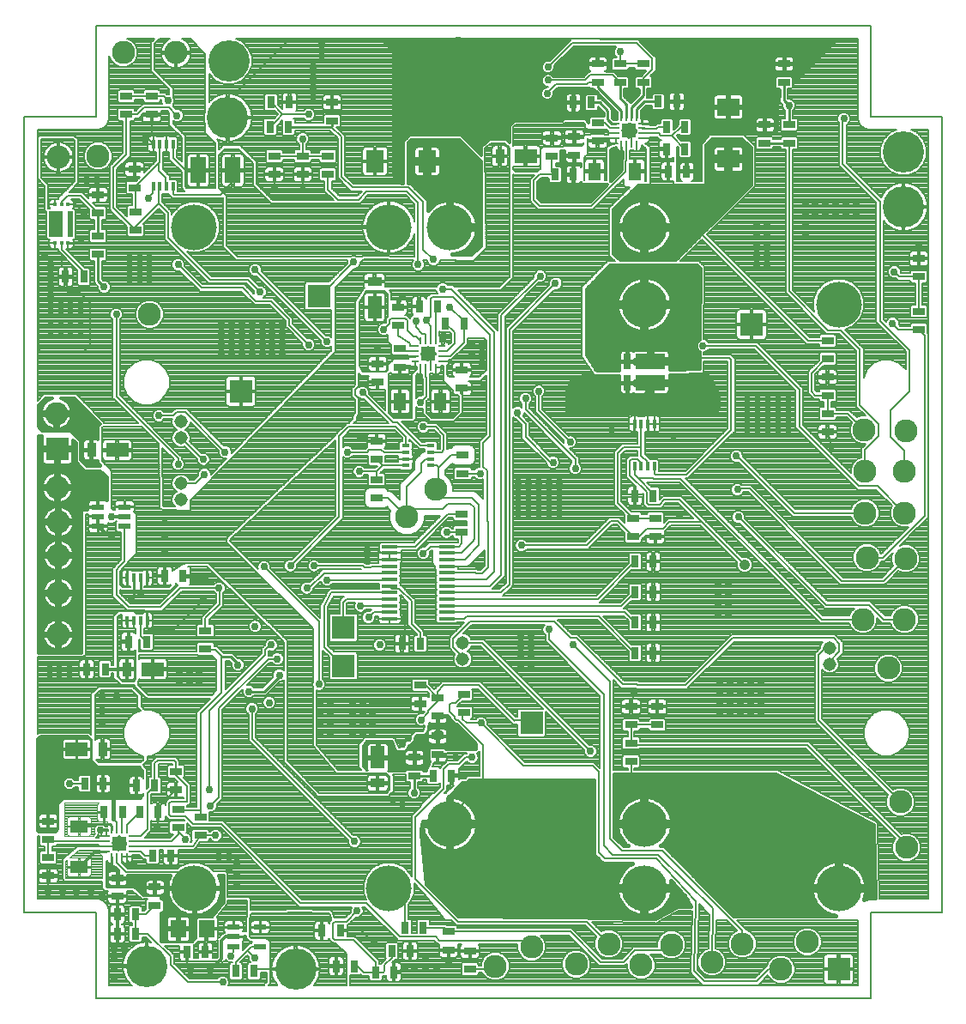
<source format=gtl>
G75*
%MOIN*%
%OFA0B0*%
%FSLAX25Y25*%
%IPPOS*%
%LPD*%
%AMOC8*
5,1,8,0,0,1.08239X$1,22.5*
%
%ADD10R,0.03150X0.04724*%
%ADD11R,0.04724X0.03150*%
%ADD12R,0.08661X0.05512*%
%ADD13R,0.03543X0.05512*%
%ADD14R,0.04921X0.06890*%
%ADD15C,0.17780*%
%ADD16R,0.11600X0.05900*%
%ADD17R,0.02800X0.05900*%
%ADD18R,0.04724X0.02362*%
%ADD19R,0.04803X0.02441*%
%ADD20R,0.05709X0.05709*%
%ADD21R,0.02756X0.00984*%
%ADD22R,0.00984X0.02756*%
%ADD23C,0.09000*%
%ADD24C,0.16000*%
%ADD25R,0.09000X0.09000*%
%ADD26C,0.05150*%
%ADD27R,0.03150X0.01575*%
%ADD28R,0.06299X0.01181*%
%ADD29R,0.01654X0.03504*%
%ADD30R,0.06890X0.04921*%
%ADD31R,0.05984X0.10000*%
%ADD32R,0.05945X0.10000*%
%ADD33R,0.05591X0.09843*%
%ADD34R,0.02441X0.09843*%
%ADD35R,0.01575X0.01575*%
%ADD36R,0.06299X0.07087*%
%ADD37R,0.07087X0.08661*%
%ADD38R,0.08661X0.07087*%
%ADD39R,0.05512X0.08661*%
%ADD40R,0.05512X0.03543*%
%ADD41C,0.00800*%
%ADD42C,0.02978*%
%ADD43C,0.01200*%
%ADD44C,0.00600*%
%ADD45C,0.01600*%
%ADD46C,0.01000*%
%ADD47C,0.00984*%
%ADD48C,0.00787*%
%ADD49C,0.04159*%
%ADD50C,0.00492*%
%ADD51C,0.04000*%
%ADD52C,0.04750*%
D10*
X0079753Y0097863D03*
X0086839Y0097863D03*
X0086839Y0105343D03*
X0079753Y0105343D03*
X0093532Y0128178D03*
X0100619Y0128178D03*
X0095501Y0145107D03*
X0088414Y0145107D03*
X0081721Y0145107D03*
X0074635Y0145107D03*
X0074241Y0156131D03*
X0067154Y0156131D03*
X0087233Y0155343D03*
X0094320Y0155343D03*
X0075028Y0200619D03*
X0067942Y0200619D03*
X0084083Y0211249D03*
X0091170Y0211249D03*
X0098257Y0236839D03*
X0105343Y0236839D03*
X0190383Y0210461D03*
X0197469Y0210461D03*
X0202587Y0159280D03*
X0209674Y0159280D03*
X0198650Y0100225D03*
X0191564Y0100225D03*
X0193532Y0091170D03*
X0186446Y0091170D03*
X0187233Y0082902D03*
X0180146Y0082902D03*
X0171879Y0085265D03*
X0164792Y0085265D03*
X0166367Y0099044D03*
X0159280Y0099044D03*
X0132902Y0083296D03*
X0125816Y0083296D03*
X0114005Y0090776D03*
X0106918Y0090776D03*
X0280934Y0206918D03*
X0288020Y0206918D03*
X0288020Y0218729D03*
X0280934Y0218729D03*
X0280934Y0230540D03*
X0288020Y0230540D03*
X0288020Y0242351D03*
X0280934Y0242351D03*
X0280934Y0267942D03*
X0288020Y0267942D03*
X0214398Y0334871D03*
X0207312Y0334871D03*
X0204162Y0341564D03*
X0197076Y0341564D03*
X0249831Y0392745D03*
X0256918Y0392745D03*
X0256918Y0420698D03*
X0264005Y0420698D03*
X0289989Y0421091D03*
X0297076Y0421091D03*
X0300225Y0411249D03*
X0293139Y0411249D03*
X0293139Y0402587D03*
X0300225Y0402587D03*
X0301013Y0393926D03*
X0293926Y0393926D03*
X0146288Y0411249D03*
X0139202Y0411249D03*
X0139595Y0420698D03*
X0146682Y0420698D03*
X0066761Y0352981D03*
X0059674Y0352981D03*
D11*
X0072272Y0361643D03*
X0072272Y0368729D03*
X0072272Y0377784D03*
X0072272Y0384871D03*
X0086446Y0387627D03*
X0086446Y0394713D03*
X0086839Y0378178D03*
X0086839Y0371091D03*
X0083296Y0415973D03*
X0083296Y0423060D03*
X0093139Y0423060D03*
X0093139Y0415973D03*
X0140776Y0399831D03*
X0140776Y0392745D03*
X0151800Y0392745D03*
X0151800Y0399831D03*
X0161643Y0399831D03*
X0161643Y0392745D03*
X0163217Y0413611D03*
X0163217Y0420698D03*
X0188808Y0341170D03*
X0188808Y0334083D03*
X0189595Y0325028D03*
X0189595Y0317942D03*
X0180934Y0319123D03*
X0180934Y0312036D03*
X0180540Y0289202D03*
X0180540Y0282115D03*
X0180540Y0274241D03*
X0180540Y0267154D03*
X0213611Y0260855D03*
X0213611Y0253769D03*
X0214005Y0276603D03*
X0214005Y0283690D03*
X0213611Y0309674D03*
X0213611Y0316761D03*
X0280146Y0259280D03*
X0280146Y0252194D03*
X0288808Y0252194D03*
X0288808Y0259280D03*
X0289595Y0186052D03*
X0289595Y0178965D03*
X0279359Y0178965D03*
X0279359Y0171879D03*
X0279359Y0164792D03*
X0279359Y0186052D03*
X0214398Y0183690D03*
X0214398Y0190776D03*
X0204162Y0189595D03*
X0204162Y0182509D03*
X0204162Y0174635D03*
X0204162Y0167548D03*
X0195107Y0166367D03*
X0195107Y0159280D03*
X0197469Y0187233D03*
X0197469Y0194320D03*
X0208493Y0098650D03*
X0208493Y0091564D03*
X0216761Y0091170D03*
X0216761Y0084083D03*
X0112036Y0136052D03*
X0112036Y0143139D03*
X0103375Y0146288D03*
X0102587Y0153769D03*
X0102587Y0160855D03*
X0103375Y0139202D03*
X0094320Y0115973D03*
X0094320Y0108887D03*
X0079753Y0112430D03*
X0079753Y0119517D03*
X0052981Y0120304D03*
X0052981Y0127391D03*
X0052981Y0134477D03*
X0052981Y0141564D03*
X0114005Y0208493D03*
X0114005Y0215580D03*
X0248650Y0399831D03*
X0248650Y0406918D03*
X0257312Y0407312D03*
X0257312Y0400225D03*
X0266367Y0405737D03*
X0266367Y0412824D03*
X0266367Y0428572D03*
X0266367Y0435658D03*
X0275028Y0435658D03*
X0275028Y0428572D03*
X0284083Y0428572D03*
X0284083Y0435658D03*
X0331328Y0412036D03*
X0331328Y0404950D03*
X0340776Y0404950D03*
X0340776Y0412036D03*
X0338808Y0428572D03*
X0338808Y0435658D03*
X0391170Y0360068D03*
X0391170Y0352981D03*
X0391170Y0339595D03*
X0391170Y0332509D03*
X0355737Y0328178D03*
X0355737Y0321091D03*
X0355737Y0314005D03*
X0355737Y0306918D03*
X0355737Y0299831D03*
X0355737Y0292745D03*
D12*
X0238414Y0399831D03*
X0079753Y0285658D03*
X0093532Y0200619D03*
X0064005Y0169517D03*
D13*
X0074044Y0169517D03*
X0083493Y0200619D03*
X0069713Y0285658D03*
X0228375Y0399831D03*
D14*
X0265186Y0393926D03*
X0280934Y0393926D03*
X0205343Y0304556D03*
X0189595Y0304556D03*
D15*
X0185265Y0372272D03*
X0208887Y0372272D03*
X0284477Y0372272D03*
X0284477Y0342272D03*
X0360068Y0342272D03*
X0284477Y0140580D03*
X0284477Y0115580D03*
X0360068Y0115580D03*
X0208887Y0140580D03*
X0185265Y0115580D03*
X0109674Y0115580D03*
X0109674Y0372272D03*
D16*
X0286877Y0320123D03*
X0286877Y0311823D03*
D17*
X0277777Y0311823D03*
X0277777Y0320123D03*
D18*
X0135288Y0100422D03*
X0135288Y0092942D03*
X0125005Y0092942D03*
X0125005Y0096682D03*
X0125005Y0100422D03*
D19*
X0082587Y0256131D03*
X0082587Y0259871D03*
X0082587Y0263611D03*
X0072272Y0263611D03*
X0072272Y0259871D03*
X0072272Y0256131D03*
D20*
X0080540Y0132902D03*
X0200619Y0323060D03*
X0278572Y0409674D03*
D21*
X0283690Y0408690D03*
X0283690Y0410658D03*
X0283690Y0412627D03*
X0283690Y0406721D03*
X0273454Y0406721D03*
X0273454Y0408690D03*
X0273454Y0410658D03*
X0273454Y0412627D03*
X0205737Y0326013D03*
X0205737Y0324044D03*
X0205737Y0322076D03*
X0205737Y0320107D03*
X0195501Y0320107D03*
X0195501Y0322076D03*
X0195501Y0324044D03*
X0195501Y0326013D03*
X0085658Y0135855D03*
X0085658Y0133887D03*
X0085658Y0131918D03*
X0085658Y0129950D03*
X0075422Y0129950D03*
X0075422Y0131918D03*
X0075422Y0133887D03*
X0075422Y0135855D03*
D22*
X0077587Y0138020D03*
X0079556Y0138020D03*
X0081524Y0138020D03*
X0083493Y0138020D03*
X0083493Y0127784D03*
X0081524Y0127784D03*
X0079556Y0127784D03*
X0077587Y0127784D03*
X0197666Y0317942D03*
X0199635Y0317942D03*
X0201603Y0317942D03*
X0203572Y0317942D03*
X0203572Y0328178D03*
X0201603Y0328178D03*
X0199635Y0328178D03*
X0197666Y0328178D03*
X0275619Y0404556D03*
X0277587Y0404556D03*
X0279556Y0404556D03*
X0281524Y0404556D03*
X0281524Y0414792D03*
X0279556Y0414792D03*
X0277587Y0414792D03*
X0275619Y0414792D03*
D23*
X0369910Y0293532D03*
X0370304Y0277391D03*
X0385658Y0277391D03*
X0386052Y0293139D03*
X0385658Y0261249D03*
X0386052Y0243532D03*
X0371091Y0243926D03*
X0370304Y0261249D03*
X0369517Y0219910D03*
X0385658Y0219910D03*
X0379359Y0201013D03*
X0384083Y0149044D03*
X0386446Y0131328D03*
X0347863Y0094713D03*
X0337627Y0084083D03*
X0322666Y0093926D03*
X0310855Y0086839D03*
X0295107Y0093532D03*
X0283296Y0085658D03*
X0270698Y0093926D03*
X0258099Y0086052D03*
X0240776Y0092745D03*
X0226603Y0085265D03*
X0192351Y0259674D03*
X0203375Y0270304D03*
X0092351Y0338414D03*
X0056131Y0299831D03*
X0056524Y0271091D03*
X0056918Y0257706D03*
X0056918Y0244713D03*
X0056918Y0230146D03*
X0056918Y0214005D03*
X0056918Y0399438D03*
X0072272Y0399831D03*
X0082115Y0439989D03*
X0102587Y0439989D03*
D24*
X0123060Y0436839D03*
X0122666Y0414792D03*
X0385265Y0401406D03*
X0385265Y0380146D03*
X0149044Y0084083D03*
X0091170Y0085265D03*
D25*
X0167548Y0201800D03*
X0167548Y0216761D03*
X0240776Y0179753D03*
X0127784Y0308493D03*
X0158099Y0345501D03*
X0056524Y0286052D03*
X0326209Y0334477D03*
X0360068Y0084083D03*
D26*
X0356524Y0202587D03*
X0356524Y0208887D03*
X0214005Y0210855D03*
X0214005Y0204556D03*
X0104556Y0266367D03*
X0104556Y0272666D03*
X0104556Y0290383D03*
X0104556Y0296682D03*
D27*
X0191839Y0287367D03*
X0191839Y0284808D03*
X0191839Y0282249D03*
X0191839Y0279690D03*
X0201682Y0279690D03*
X0201682Y0282249D03*
X0201682Y0284808D03*
X0201682Y0287367D03*
D28*
X0207706Y0248257D03*
X0207706Y0245698D03*
X0207706Y0243139D03*
X0207706Y0240580D03*
X0207706Y0238020D03*
X0207706Y0235461D03*
X0207706Y0232902D03*
X0207706Y0230343D03*
X0207706Y0227784D03*
X0207706Y0225225D03*
X0207706Y0222666D03*
X0207706Y0220107D03*
X0185658Y0220107D03*
X0185658Y0222666D03*
X0185658Y0225225D03*
X0185658Y0227784D03*
X0185658Y0230343D03*
X0185658Y0232902D03*
X0185658Y0235461D03*
X0185658Y0238020D03*
X0185658Y0240580D03*
X0185658Y0243139D03*
X0185658Y0245698D03*
X0185658Y0248257D03*
D29*
X0091367Y0236091D03*
X0088808Y0236091D03*
X0086249Y0236091D03*
X0083690Y0236091D03*
X0083690Y0219517D03*
X0086249Y0219517D03*
X0088808Y0219517D03*
X0091367Y0219517D03*
X0093729Y0387981D03*
X0096288Y0387981D03*
X0098847Y0387981D03*
X0101406Y0387981D03*
X0101406Y0404556D03*
X0098847Y0404556D03*
X0096288Y0404556D03*
X0093729Y0404556D03*
X0280737Y0295894D03*
X0283296Y0295894D03*
X0285855Y0295894D03*
X0288414Y0295894D03*
X0288414Y0279320D03*
X0285855Y0279320D03*
X0283296Y0279320D03*
X0280737Y0279320D03*
D30*
X0064792Y0139595D03*
X0064792Y0123847D03*
D31*
X0111209Y0394320D03*
D32*
X0124674Y0394320D03*
D33*
X0055973Y0373454D03*
D34*
X0061446Y0373454D03*
D35*
X0060619Y0366013D03*
X0058060Y0366013D03*
X0055501Y0366013D03*
X0055501Y0380973D03*
X0058060Y0380973D03*
X0060619Y0380973D03*
D36*
X0103375Y0099831D03*
X0114398Y0099831D03*
D37*
X0179950Y0397863D03*
X0200028Y0397863D03*
D38*
X0317154Y0398847D03*
X0317154Y0418926D03*
D39*
X0179753Y0341170D03*
X0180934Y0166367D03*
D40*
X0180934Y0156328D03*
X0179753Y0351209D03*
D41*
X0071485Y0072666D02*
X0372666Y0072666D01*
X0372666Y0106131D01*
X0400225Y0106131D01*
X0400225Y0415186D01*
X0372666Y0415186D01*
X0372666Y0450619D01*
X0071485Y0450619D01*
X0071485Y0415186D01*
X0043532Y0415186D01*
X0043532Y0414792D01*
X0043532Y0106131D01*
X0071485Y0106131D01*
X0071485Y0072666D01*
X0076685Y0077866D02*
X0076685Y0107165D01*
X0075893Y0109076D01*
X0074431Y0110539D01*
X0072519Y0111331D01*
X0048732Y0111331D01*
X0048732Y0135933D01*
X0049619Y0135933D01*
X0049619Y0132488D01*
X0050205Y0131902D01*
X0051581Y0131902D01*
X0051581Y0129965D01*
X0050205Y0129965D01*
X0049619Y0129380D01*
X0049619Y0125402D01*
X0050205Y0124816D01*
X0055758Y0124816D01*
X0056343Y0125402D01*
X0056343Y0129380D01*
X0055758Y0129965D01*
X0054381Y0129965D01*
X0054381Y0131902D01*
X0055758Y0131902D01*
X0056342Y0132487D01*
X0072644Y0132487D01*
X0072644Y0131918D01*
X0072644Y0131786D01*
X0064844Y0131786D01*
X0064381Y0131825D01*
X0064336Y0131786D01*
X0064276Y0131786D01*
X0063948Y0131458D01*
X0059218Y0127455D01*
X0059158Y0127455D01*
X0058830Y0127127D01*
X0058475Y0126827D01*
X0058470Y0126768D01*
X0058428Y0126726D01*
X0058428Y0126261D01*
X0058389Y0125799D01*
X0058428Y0125753D01*
X0058428Y0119000D01*
X0059158Y0118270D01*
X0073930Y0118270D01*
X0073930Y0115355D01*
X0074804Y0114481D01*
X0076069Y0114481D01*
X0075991Y0114189D01*
X0075991Y0112817D01*
X0079365Y0112817D01*
X0079365Y0112042D01*
X0080140Y0112042D01*
X0080140Y0109455D01*
X0082299Y0109455D01*
X0082655Y0109551D01*
X0082975Y0109735D01*
X0083235Y0109995D01*
X0083420Y0110315D01*
X0083515Y0110671D01*
X0083515Y0112042D01*
X0080140Y0112042D01*
X0080140Y0112817D01*
X0083515Y0112817D01*
X0083515Y0114189D01*
X0083437Y0114481D01*
X0085529Y0114481D01*
X0088992Y0111710D01*
X0089371Y0111331D01*
X0089466Y0111331D01*
X0089539Y0111272D01*
X0090072Y0111331D01*
X0091413Y0111331D01*
X0090957Y0110876D01*
X0090957Y0107495D01*
X0090199Y0106737D01*
X0089414Y0106737D01*
X0089414Y0108120D01*
X0088828Y0108705D01*
X0084850Y0108705D01*
X0084265Y0108120D01*
X0084265Y0102567D01*
X0084850Y0101981D01*
X0085446Y0101981D01*
X0085446Y0101225D01*
X0084850Y0101225D01*
X0084265Y0100639D01*
X0084265Y0095087D01*
X0084850Y0094501D01*
X0088828Y0094501D01*
X0089414Y0095087D01*
X0089414Y0096469D01*
X0090996Y0096469D01*
X0092970Y0094495D01*
X0092747Y0094546D01*
X0091698Y0094665D01*
X0091570Y0094665D01*
X0091570Y0085665D01*
X0090770Y0085665D01*
X0090770Y0094665D01*
X0090642Y0094665D01*
X0089593Y0094546D01*
X0088564Y0094311D01*
X0087567Y0093963D01*
X0086616Y0093505D01*
X0085722Y0092943D01*
X0084897Y0092285D01*
X0084150Y0091538D01*
X0083492Y0090713D01*
X0082930Y0089819D01*
X0082472Y0088867D01*
X0082123Y0087871D01*
X0081888Y0086842D01*
X0081770Y0085792D01*
X0081770Y0085665D01*
X0090770Y0085665D01*
X0090770Y0084865D01*
X0081770Y0084865D01*
X0081770Y0084737D01*
X0081888Y0083688D01*
X0082123Y0082658D01*
X0082472Y0081662D01*
X0082930Y0080710D01*
X0083492Y0079816D01*
X0084150Y0078991D01*
X0084897Y0078244D01*
X0085371Y0077866D01*
X0076685Y0077866D01*
X0076685Y0078256D02*
X0084885Y0078256D01*
X0084100Y0079054D02*
X0076685Y0079054D01*
X0076685Y0079853D02*
X0083469Y0079853D01*
X0082967Y0080651D02*
X0076685Y0080651D01*
X0076685Y0081450D02*
X0082574Y0081450D01*
X0082267Y0082248D02*
X0076685Y0082248D01*
X0076685Y0083047D02*
X0082035Y0083047D01*
X0081870Y0083845D02*
X0076685Y0083845D01*
X0076685Y0084644D02*
X0081781Y0084644D01*
X0081821Y0086241D02*
X0076685Y0086241D01*
X0076685Y0087039D02*
X0081933Y0087039D01*
X0082116Y0087838D02*
X0076685Y0087838D01*
X0076685Y0088636D02*
X0082391Y0088636D01*
X0082745Y0089435D02*
X0076685Y0089435D01*
X0076685Y0090233D02*
X0083191Y0090233D01*
X0083746Y0091032D02*
X0076685Y0091032D01*
X0076685Y0091830D02*
X0084442Y0091830D01*
X0085328Y0092629D02*
X0076685Y0092629D01*
X0076685Y0093427D02*
X0086493Y0093427D01*
X0088319Y0094226D02*
X0081919Y0094226D01*
X0081868Y0094196D02*
X0082187Y0094381D01*
X0082448Y0094641D01*
X0082632Y0094960D01*
X0082728Y0095316D01*
X0082728Y0097476D01*
X0080140Y0097476D01*
X0080140Y0098250D01*
X0082728Y0098250D01*
X0082728Y0100410D01*
X0082632Y0100766D01*
X0082448Y0101085D01*
X0082187Y0101345D01*
X0081868Y0101530D01*
X0081594Y0101603D01*
X0081868Y0101677D01*
X0082187Y0101861D01*
X0082448Y0102121D01*
X0082632Y0102441D01*
X0082728Y0102797D01*
X0082728Y0104956D01*
X0080140Y0104956D01*
X0080140Y0101625D01*
X0080140Y0098250D01*
X0079365Y0098250D01*
X0079365Y0097476D01*
X0076778Y0097476D01*
X0076778Y0095316D01*
X0076873Y0094960D01*
X0077058Y0094641D01*
X0077318Y0094381D01*
X0077638Y0094196D01*
X0077994Y0094101D01*
X0079365Y0094101D01*
X0079365Y0097476D01*
X0080140Y0097476D01*
X0080140Y0094101D01*
X0081512Y0094101D01*
X0081868Y0094196D01*
X0082649Y0095024D02*
X0084327Y0095024D01*
X0084265Y0095823D02*
X0082728Y0095823D01*
X0082728Y0096621D02*
X0084265Y0096621D01*
X0084265Y0097420D02*
X0082728Y0097420D01*
X0082728Y0099017D02*
X0084265Y0099017D01*
X0084265Y0098219D02*
X0080140Y0098219D01*
X0079365Y0098219D02*
X0076685Y0098219D01*
X0076778Y0098250D02*
X0079365Y0098250D01*
X0079365Y0104956D01*
X0076778Y0104956D01*
X0076778Y0102797D01*
X0076873Y0102441D01*
X0077058Y0102121D01*
X0077318Y0101861D01*
X0077638Y0101677D01*
X0077911Y0101603D01*
X0077638Y0101530D01*
X0077318Y0101345D01*
X0077058Y0101085D01*
X0076873Y0100766D01*
X0076778Y0100410D01*
X0076778Y0098250D01*
X0076778Y0099017D02*
X0076685Y0099017D01*
X0076685Y0099816D02*
X0076778Y0099816D01*
X0076833Y0100614D02*
X0076685Y0100614D01*
X0076685Y0101413D02*
X0077435Y0101413D01*
X0077006Y0102211D02*
X0076685Y0102211D01*
X0076685Y0103010D02*
X0076778Y0103010D01*
X0076778Y0103808D02*
X0076685Y0103808D01*
X0076685Y0104607D02*
X0076778Y0104607D01*
X0076685Y0105405D02*
X0079365Y0105405D01*
X0079365Y0105731D02*
X0079365Y0104956D01*
X0080140Y0104956D01*
X0080140Y0105731D01*
X0079365Y0105731D01*
X0076778Y0105731D01*
X0076778Y0107890D01*
X0076873Y0108246D01*
X0077058Y0108565D01*
X0077318Y0108826D01*
X0077638Y0109010D01*
X0077994Y0109105D01*
X0079365Y0109105D01*
X0079365Y0105731D01*
X0079365Y0106204D02*
X0080140Y0106204D01*
X0080140Y0105731D02*
X0080140Y0109105D01*
X0081512Y0109105D01*
X0081868Y0109010D01*
X0082187Y0108826D01*
X0082448Y0108565D01*
X0082632Y0108246D01*
X0082728Y0107890D01*
X0082728Y0105731D01*
X0080140Y0105731D01*
X0080140Y0105405D02*
X0084265Y0105405D01*
X0084265Y0104607D02*
X0082728Y0104607D01*
X0082728Y0103808D02*
X0084265Y0103808D01*
X0084265Y0103010D02*
X0082728Y0103010D01*
X0082500Y0102211D02*
X0084620Y0102211D01*
X0085446Y0101413D02*
X0082071Y0101413D01*
X0082673Y0100614D02*
X0084265Y0100614D01*
X0084265Y0099816D02*
X0082728Y0099816D01*
X0080140Y0099816D02*
X0079365Y0099816D01*
X0079365Y0100614D02*
X0080140Y0100614D01*
X0080140Y0101413D02*
X0079365Y0101413D01*
X0079365Y0102211D02*
X0080140Y0102211D01*
X0080140Y0103010D02*
X0079365Y0103010D01*
X0079365Y0103808D02*
X0080140Y0103808D01*
X0080140Y0104607D02*
X0079365Y0104607D01*
X0079365Y0107002D02*
X0080140Y0107002D01*
X0080140Y0107801D02*
X0079365Y0107801D01*
X0079365Y0108599D02*
X0080140Y0108599D01*
X0079365Y0109455D02*
X0079365Y0112042D01*
X0075991Y0112042D01*
X0075991Y0110671D01*
X0076086Y0110315D01*
X0076270Y0109995D01*
X0076531Y0109735D01*
X0076850Y0109551D01*
X0077206Y0109455D01*
X0079365Y0109455D01*
X0079365Y0110196D02*
X0080140Y0110196D01*
X0080140Y0110995D02*
X0079365Y0110995D01*
X0079365Y0111793D02*
X0080140Y0111793D01*
X0080140Y0112592D02*
X0087890Y0112592D01*
X0086892Y0113390D02*
X0083515Y0113390D01*
X0083515Y0114189D02*
X0085894Y0114189D01*
X0083515Y0111793D02*
X0088888Y0111793D01*
X0091077Y0110995D02*
X0083515Y0110995D01*
X0083351Y0110196D02*
X0090957Y0110196D01*
X0090957Y0109398D02*
X0075572Y0109398D01*
X0076091Y0108599D02*
X0077092Y0108599D01*
X0076778Y0107801D02*
X0076422Y0107801D01*
X0076685Y0107002D02*
X0076778Y0107002D01*
X0076778Y0106204D02*
X0076685Y0106204D01*
X0076154Y0110196D02*
X0074773Y0110196D01*
X0075991Y0110995D02*
X0073331Y0110995D01*
X0075991Y0111793D02*
X0048732Y0111793D01*
X0048732Y0112592D02*
X0079365Y0112592D01*
X0075991Y0113390D02*
X0048732Y0113390D01*
X0048732Y0114189D02*
X0075991Y0114189D01*
X0074298Y0114987D02*
X0048732Y0114987D01*
X0048732Y0115786D02*
X0073930Y0115786D01*
X0073930Y0116584D02*
X0048732Y0116584D01*
X0048732Y0117383D02*
X0050234Y0117383D01*
X0050079Y0117425D02*
X0050435Y0117329D01*
X0052594Y0117329D01*
X0052594Y0119916D01*
X0053369Y0119916D01*
X0053369Y0119917D02*
X0053369Y0120691D01*
X0056743Y0120691D01*
X0056743Y0122063D01*
X0056648Y0122419D01*
X0056464Y0122738D01*
X0056203Y0122999D01*
X0055884Y0123183D01*
X0055528Y0123279D01*
X0053369Y0123279D01*
X0053369Y0120691D01*
X0052594Y0120691D01*
X0052594Y0119917D01*
X0049219Y0119917D01*
X0049219Y0118545D01*
X0049314Y0118189D01*
X0049499Y0117870D01*
X0049759Y0117609D01*
X0050079Y0117425D01*
X0049319Y0118181D02*
X0048732Y0118181D01*
X0048732Y0118980D02*
X0049219Y0118980D01*
X0049219Y0119778D02*
X0048732Y0119778D01*
X0048732Y0120577D02*
X0052594Y0120577D01*
X0052594Y0120691D02*
X0049219Y0120691D01*
X0049219Y0122063D01*
X0049314Y0122419D01*
X0049499Y0122738D01*
X0049759Y0122999D01*
X0050079Y0123183D01*
X0050435Y0123279D01*
X0052594Y0123279D01*
X0052594Y0120691D01*
X0052981Y0120304D02*
X0052981Y0114005D01*
X0053369Y0117329D02*
X0055528Y0117329D01*
X0055884Y0117425D01*
X0056203Y0117609D01*
X0056464Y0117870D01*
X0056648Y0118189D01*
X0056743Y0118545D01*
X0056743Y0119917D01*
X0053369Y0119917D01*
X0053369Y0119916D02*
X0053369Y0117329D01*
X0053369Y0117383D02*
X0052594Y0117383D01*
X0052594Y0118181D02*
X0053369Y0118181D01*
X0053369Y0118980D02*
X0052594Y0118980D01*
X0052594Y0119778D02*
X0053369Y0119778D01*
X0053369Y0120577D02*
X0058428Y0120577D01*
X0058428Y0121375D02*
X0056743Y0121375D01*
X0056714Y0122174D02*
X0058428Y0122174D01*
X0058428Y0122972D02*
X0056230Y0122972D01*
X0058428Y0123771D02*
X0048732Y0123771D01*
X0048732Y0124569D02*
X0058428Y0124569D01*
X0058428Y0125368D02*
X0056310Y0125368D01*
X0056343Y0126166D02*
X0058420Y0126166D01*
X0058638Y0126965D02*
X0056343Y0126965D01*
X0056343Y0127763D02*
X0059581Y0127763D01*
X0060525Y0128562D02*
X0056343Y0128562D01*
X0056343Y0129360D02*
X0061469Y0129360D01*
X0062413Y0130159D02*
X0054381Y0130159D01*
X0054381Y0130957D02*
X0063356Y0130957D01*
X0064246Y0131756D02*
X0054381Y0131756D01*
X0053572Y0133887D02*
X0052981Y0134477D01*
X0052981Y0127391D01*
X0051581Y0130159D02*
X0048732Y0130159D01*
X0048732Y0130957D02*
X0051581Y0130957D01*
X0051581Y0131756D02*
X0048732Y0131756D01*
X0048732Y0132554D02*
X0049619Y0132554D01*
X0049619Y0133353D02*
X0048732Y0133353D01*
X0048732Y0134152D02*
X0049619Y0134152D01*
X0049619Y0134950D02*
X0048732Y0134950D01*
X0048732Y0135749D02*
X0049619Y0135749D01*
X0053572Y0133887D02*
X0075422Y0133887D01*
X0075422Y0135855D02*
X0072644Y0135855D01*
X0072644Y0135287D01*
X0071602Y0135287D01*
X0072667Y0136618D01*
X0072644Y0136532D01*
X0072644Y0135855D01*
X0075422Y0135855D01*
X0075422Y0135855D01*
X0073650Y0135855D01*
X0073454Y0136052D01*
X0073454Y0137233D01*
X0073060Y0137627D01*
X0073060Y0137995D01*
X0073487Y0137642D02*
X0074052Y0138349D01*
X0076095Y0138349D01*
X0076095Y0137747D01*
X0075422Y0137747D01*
X0073860Y0137747D01*
X0073504Y0137652D01*
X0073487Y0137642D01*
X0073888Y0138144D02*
X0076095Y0138144D01*
X0075422Y0137747D02*
X0075422Y0135855D01*
X0075422Y0137747D01*
X0075422Y0137346D02*
X0075422Y0137346D01*
X0075422Y0136547D02*
X0075422Y0136547D01*
X0075422Y0135855D02*
X0075422Y0135855D01*
X0072644Y0135749D02*
X0071972Y0135749D01*
X0072611Y0136547D02*
X0072648Y0136547D01*
X0072644Y0131918D02*
X0075422Y0131918D01*
X0072644Y0131918D01*
X0075422Y0131918D02*
X0075422Y0131918D01*
X0079556Y0131918D01*
X0080540Y0132902D01*
X0079359Y0131721D01*
X0080140Y0131756D02*
X0080940Y0131756D01*
X0080940Y0132502D02*
X0080940Y0130562D01*
X0080848Y0130562D01*
X0080492Y0130467D01*
X0080173Y0130282D01*
X0080140Y0130250D01*
X0080140Y0132502D01*
X0080940Y0132502D01*
X0083280Y0132502D01*
X0083280Y0132824D01*
X0083358Y0132902D01*
X0083280Y0132980D01*
X0083280Y0133302D01*
X0080940Y0133302D01*
X0080940Y0132502D01*
X0080940Y0132554D02*
X0083280Y0132554D01*
X0080940Y0133302D02*
X0080940Y0135643D01*
X0080618Y0135643D01*
X0080540Y0135720D01*
X0080462Y0135643D01*
X0080140Y0135643D01*
X0080140Y0133302D01*
X0077888Y0133302D01*
X0077920Y0133270D01*
X0078105Y0132951D01*
X0078200Y0132595D01*
X0078200Y0132502D01*
X0080140Y0132502D01*
X0080140Y0133302D01*
X0080940Y0133302D01*
X0080940Y0133353D02*
X0080140Y0133353D01*
X0080140Y0132554D02*
X0078200Y0132554D01*
X0080140Y0130957D02*
X0080940Y0130957D01*
X0080940Y0134152D02*
X0080140Y0134152D01*
X0080140Y0134950D02*
X0080940Y0134950D01*
X0081524Y0138020D02*
X0081524Y0144910D01*
X0081721Y0145107D01*
X0078178Y0142351D02*
X0079556Y0140973D01*
X0079556Y0138020D01*
X0083493Y0138020D02*
X0083493Y0140186D01*
X0088414Y0145107D01*
X0092964Y0141727D02*
X0092964Y0137834D01*
X0092144Y0137014D01*
X0092144Y0137014D01*
X0090416Y0135287D01*
X0100236Y0135287D01*
X0101576Y0136627D01*
X0100598Y0136627D01*
X0100013Y0137213D01*
X0100013Y0141191D01*
X0100598Y0141776D01*
X0105784Y0141776D01*
X0105447Y0142113D01*
X0099936Y0142113D01*
X0099116Y0142933D01*
X0098476Y0143573D01*
X0098476Y0142561D01*
X0098380Y0142204D01*
X0098196Y0141885D01*
X0097935Y0141625D01*
X0097616Y0141440D01*
X0097260Y0141345D01*
X0095888Y0141345D01*
X0095888Y0144720D01*
X0095113Y0144720D01*
X0095113Y0141345D01*
X0093742Y0141345D01*
X0093386Y0141440D01*
X0093066Y0141625D01*
X0092964Y0141727D01*
X0092964Y0141338D02*
X0100160Y0141338D01*
X0100013Y0140540D02*
X0092964Y0140540D01*
X0092964Y0139741D02*
X0100013Y0139741D01*
X0100013Y0138943D02*
X0092964Y0138943D01*
X0092964Y0138144D02*
X0100013Y0138144D01*
X0100013Y0137346D02*
X0092475Y0137346D01*
X0091677Y0136547D02*
X0101496Y0136547D01*
X0100698Y0135749D02*
X0090878Y0135749D01*
X0089005Y0135855D02*
X0091564Y0138414D01*
X0091564Y0152587D01*
X0094320Y0155343D01*
X0094320Y0164005D01*
X0095501Y0165186D01*
X0101800Y0165186D01*
X0102587Y0164398D01*
X0102587Y0160855D01*
X0102587Y0159403D01*
X0106937Y0155053D01*
X0106937Y0149063D01*
X0100516Y0149063D01*
X0099813Y0148360D01*
X0099813Y0144216D01*
X0100516Y0143513D01*
X0106027Y0143513D01*
X0109177Y0140364D01*
X0120323Y0140364D01*
X0151013Y0109674D01*
X0176481Y0109674D01*
X0189492Y0096663D01*
X0203394Y0096663D01*
X0204950Y0095107D01*
X0238414Y0095107D01*
X0240776Y0092745D01*
X0244678Y0096621D02*
X0255786Y0096621D01*
X0255157Y0097250D02*
X0266148Y0086259D01*
X0266968Y0085439D01*
X0276996Y0085439D01*
X0277796Y0086239D01*
X0277796Y0084564D01*
X0278633Y0082543D01*
X0280181Y0080996D01*
X0282202Y0080158D01*
X0284390Y0080158D01*
X0286412Y0080996D01*
X0287959Y0082543D01*
X0288796Y0084564D01*
X0288796Y0086752D01*
X0287959Y0088774D01*
X0286774Y0089958D01*
X0290903Y0089958D01*
X0291992Y0088870D01*
X0294013Y0088032D01*
X0296201Y0088032D01*
X0298223Y0088870D01*
X0299770Y0090417D01*
X0300607Y0092438D01*
X0300607Y0094626D01*
X0299770Y0096648D01*
X0298223Y0098195D01*
X0296201Y0099032D01*
X0294013Y0099032D01*
X0291992Y0098195D01*
X0290444Y0096648D01*
X0289607Y0094626D01*
X0289607Y0092758D01*
X0280355Y0092758D01*
X0279535Y0091938D01*
X0275836Y0088239D01*
X0268128Y0088239D01*
X0256317Y0100050D01*
X0211855Y0100050D01*
X0211855Y0100639D01*
X0211269Y0101225D01*
X0207757Y0101225D01*
X0207457Y0101525D01*
X0201225Y0101525D01*
X0201225Y0103002D01*
X0200639Y0103587D01*
X0196661Y0103587D01*
X0196076Y0103002D01*
X0196076Y0098063D01*
X0194139Y0098063D01*
X0194139Y0103002D01*
X0193553Y0103587D01*
X0192864Y0103587D01*
X0192864Y0109193D01*
X0193649Y0109977D01*
X0195154Y0113612D01*
X0195154Y0117489D01*
X0198358Y0114286D01*
X0198354Y0114250D01*
X0198491Y0114078D01*
X0198515Y0113859D01*
X0198942Y0113514D01*
X0206290Y0104330D01*
X0206288Y0104230D01*
X0206748Y0103758D01*
X0207159Y0103243D01*
X0207258Y0103232D01*
X0207327Y0103161D01*
X0207986Y0103151D01*
X0208641Y0103078D01*
X0208719Y0103140D01*
X0209515Y0103129D01*
X0211456Y0101187D01*
X0261456Y0101187D01*
X0265908Y0096735D01*
X0265198Y0095020D01*
X0265198Y0092832D01*
X0266035Y0090810D01*
X0267582Y0089263D01*
X0269604Y0088426D01*
X0271792Y0088426D01*
X0273813Y0089263D01*
X0275360Y0090810D01*
X0276198Y0092832D01*
X0276198Y0095020D01*
X0275360Y0097041D01*
X0273813Y0098589D01*
X0271792Y0099426D01*
X0269604Y0099426D01*
X0267888Y0098715D01*
X0264276Y0102327D01*
X0288536Y0101972D01*
X0289015Y0101831D01*
X0289255Y0101962D01*
X0289527Y0101958D01*
X0289886Y0102306D01*
X0297928Y0106693D01*
X0302369Y0106693D01*
X0302880Y0106567D01*
X0303043Y0106665D01*
X0302385Y0083893D01*
X0302369Y0083876D01*
X0302369Y0083316D01*
X0302352Y0082757D01*
X0302369Y0082740D01*
X0302369Y0082716D01*
X0302764Y0082320D01*
X0303148Y0081913D01*
X0303172Y0081913D01*
X0306306Y0078779D01*
X0307126Y0077959D01*
X0328758Y0077959D01*
X0332613Y0081815D01*
X0332964Y0080968D01*
X0334511Y0079421D01*
X0336533Y0078583D01*
X0338721Y0078583D01*
X0340742Y0079421D01*
X0342289Y0080968D01*
X0343127Y0082989D01*
X0343127Y0085177D01*
X0342289Y0087199D01*
X0340742Y0088746D01*
X0338721Y0089583D01*
X0336533Y0089583D01*
X0334511Y0088746D01*
X0332964Y0087199D01*
X0332205Y0085366D01*
X0331502Y0084663D01*
X0327598Y0080759D01*
X0308285Y0080759D01*
X0305185Y0083859D01*
X0305925Y0109466D01*
X0309801Y0105175D01*
X0309557Y0092255D01*
X0307740Y0091502D01*
X0306192Y0089955D01*
X0305355Y0087933D01*
X0305355Y0085745D01*
X0306192Y0083724D01*
X0307740Y0082177D01*
X0309761Y0081339D01*
X0311949Y0081339D01*
X0313971Y0082177D01*
X0315518Y0083724D01*
X0316355Y0085745D01*
X0316355Y0087933D01*
X0315518Y0089955D01*
X0313971Y0091502D01*
X0312356Y0092171D01*
X0312563Y0103141D01*
X0313083Y0103114D01*
X0313122Y0103150D01*
X0316581Y0103150D01*
X0320676Y0099055D01*
X0319551Y0098589D01*
X0318003Y0097041D01*
X0317166Y0095020D01*
X0317166Y0092832D01*
X0318003Y0090810D01*
X0319551Y0089263D01*
X0321572Y0088426D01*
X0323760Y0088426D01*
X0325782Y0089263D01*
X0327329Y0090810D01*
X0328166Y0092832D01*
X0328166Y0095020D01*
X0327329Y0097041D01*
X0325782Y0098589D01*
X0324066Y0099299D01*
X0324066Y0099624D01*
X0320541Y0103150D01*
X0367466Y0103150D01*
X0367466Y0077866D01*
X0170129Y0077866D01*
X0170129Y0081902D01*
X0173868Y0081902D01*
X0174159Y0082194D01*
X0174845Y0081509D01*
X0177572Y0081509D01*
X0177572Y0080126D01*
X0178157Y0079540D01*
X0182135Y0079540D01*
X0182721Y0080126D01*
X0182721Y0081509D01*
X0183873Y0081509D01*
X0184258Y0081894D01*
X0184258Y0080356D01*
X0184354Y0080000D01*
X0184538Y0079681D01*
X0184799Y0079420D01*
X0185118Y0079236D01*
X0185474Y0079140D01*
X0186846Y0079140D01*
X0186846Y0082515D01*
X0187620Y0082515D01*
X0187620Y0079140D01*
X0188992Y0079140D01*
X0189348Y0079236D01*
X0189667Y0079420D01*
X0189928Y0079681D01*
X0190112Y0080000D01*
X0190208Y0080356D01*
X0190208Y0082515D01*
X0187621Y0082515D01*
X0187621Y0083290D01*
X0190208Y0083290D01*
X0190208Y0085449D01*
X0190112Y0085805D01*
X0189928Y0086124D01*
X0189667Y0086385D01*
X0189348Y0086569D01*
X0188992Y0086665D01*
X0187620Y0086665D01*
X0187620Y0083290D01*
X0186846Y0083290D01*
X0186846Y0086665D01*
X0186667Y0086665D01*
X0187810Y0087808D01*
X0188435Y0087808D01*
X0189020Y0088394D01*
X0189020Y0093946D01*
X0188435Y0094532D01*
X0184457Y0094532D01*
X0183871Y0093946D01*
X0183871Y0088394D01*
X0184163Y0088102D01*
X0183112Y0087052D01*
X0182296Y0086236D01*
X0182296Y0086104D01*
X0182135Y0086265D01*
X0181540Y0086265D01*
X0181540Y0087417D01*
X0180724Y0088233D01*
X0172081Y0096876D01*
X0170515Y0096876D01*
X0170509Y0096882D01*
X0169342Y0096882D01*
X0169342Y0098657D01*
X0166754Y0098657D01*
X0166754Y0099431D01*
X0169342Y0099431D01*
X0169342Y0101220D01*
X0170148Y0102026D01*
X0172381Y0104259D01*
X0172391Y0104255D01*
X0173381Y0104255D01*
X0174296Y0104634D01*
X0174996Y0105334D01*
X0175375Y0106249D01*
X0175375Y0107239D01*
X0174996Y0108154D01*
X0174876Y0108274D01*
X0175901Y0108274D01*
X0188092Y0096083D01*
X0188912Y0095263D01*
X0202814Y0095263D01*
X0203550Y0094527D01*
X0204370Y0093707D01*
X0204842Y0093707D01*
X0204826Y0093679D01*
X0204731Y0093323D01*
X0204731Y0091951D01*
X0208105Y0091951D01*
X0208105Y0091176D01*
X0204731Y0091176D01*
X0204731Y0089805D01*
X0204826Y0089449D01*
X0205010Y0089129D01*
X0205271Y0088869D01*
X0205590Y0088684D01*
X0205946Y0088589D01*
X0208105Y0088589D01*
X0208105Y0091176D01*
X0208880Y0091176D01*
X0208880Y0088589D01*
X0211039Y0088589D01*
X0211395Y0088684D01*
X0211715Y0088869D01*
X0211975Y0089129D01*
X0212160Y0089449D01*
X0212255Y0089805D01*
X0212255Y0091176D01*
X0208880Y0091176D01*
X0208880Y0091951D01*
X0212255Y0091951D01*
X0212255Y0093323D01*
X0212160Y0093679D01*
X0212143Y0093707D01*
X0213381Y0093707D01*
X0213278Y0093604D01*
X0213094Y0093285D01*
X0212998Y0092929D01*
X0212998Y0091557D01*
X0216373Y0091557D01*
X0216373Y0090783D01*
X0212998Y0090783D01*
X0212998Y0089411D01*
X0213094Y0089055D01*
X0213278Y0088736D01*
X0213539Y0088475D01*
X0213858Y0088291D01*
X0214214Y0088195D01*
X0216373Y0088195D01*
X0216373Y0090783D01*
X0217148Y0090783D01*
X0217148Y0091557D01*
X0220523Y0091557D01*
X0220523Y0092929D01*
X0220427Y0093285D01*
X0220243Y0093604D01*
X0220140Y0093707D01*
X0235276Y0093707D01*
X0235276Y0091651D01*
X0236114Y0089629D01*
X0237661Y0088082D01*
X0239682Y0087245D01*
X0241870Y0087245D01*
X0243892Y0088082D01*
X0245439Y0089629D01*
X0246276Y0091651D01*
X0246276Y0093839D01*
X0245439Y0095860D01*
X0244049Y0097250D01*
X0255157Y0097250D01*
X0255737Y0098650D02*
X0267548Y0086839D01*
X0276416Y0086839D01*
X0280935Y0091358D01*
X0292933Y0091358D01*
X0295107Y0093532D01*
X0291217Y0097420D02*
X0274982Y0097420D01*
X0275534Y0096621D02*
X0290434Y0096621D01*
X0290103Y0095823D02*
X0275865Y0095823D01*
X0276196Y0095024D02*
X0289772Y0095024D01*
X0289607Y0094226D02*
X0276198Y0094226D01*
X0276198Y0093427D02*
X0289607Y0093427D01*
X0291426Y0089435D02*
X0287298Y0089435D01*
X0288016Y0088636D02*
X0292555Y0088636D01*
X0288677Y0087039D02*
X0302476Y0087039D01*
X0302453Y0086241D02*
X0288796Y0086241D01*
X0288796Y0085442D02*
X0302430Y0085442D01*
X0302407Y0084644D02*
X0288796Y0084644D01*
X0288498Y0083845D02*
X0302369Y0083845D01*
X0302361Y0083047D02*
X0288167Y0083047D01*
X0287664Y0082248D02*
X0302832Y0082248D01*
X0303635Y0081450D02*
X0286866Y0081450D01*
X0285580Y0080651D02*
X0304433Y0080651D01*
X0305232Y0079853D02*
X0227910Y0079853D01*
X0227697Y0079765D02*
X0229719Y0080602D01*
X0231266Y0082149D01*
X0232103Y0084171D01*
X0232103Y0086359D01*
X0231266Y0088380D01*
X0229719Y0089927D01*
X0227697Y0090765D01*
X0225509Y0090765D01*
X0223488Y0089927D01*
X0221940Y0088380D01*
X0221103Y0086359D01*
X0221103Y0085383D01*
X0220123Y0085383D01*
X0220123Y0086072D01*
X0219537Y0086658D01*
X0213984Y0086658D01*
X0213398Y0086072D01*
X0213398Y0082094D01*
X0213984Y0081509D01*
X0219537Y0081509D01*
X0220123Y0082094D01*
X0220123Y0082783D01*
X0221678Y0082783D01*
X0221940Y0082149D01*
X0223488Y0080602D01*
X0225509Y0079765D01*
X0227697Y0079765D01*
X0229768Y0080651D02*
X0256765Y0080651D01*
X0257005Y0080552D02*
X0259193Y0080552D01*
X0261215Y0081389D01*
X0262762Y0082936D01*
X0263599Y0084958D01*
X0263599Y0087146D01*
X0262762Y0089167D01*
X0261215Y0090715D01*
X0259193Y0091552D01*
X0257005Y0091552D01*
X0254984Y0090715D01*
X0253437Y0089167D01*
X0252599Y0087146D01*
X0252599Y0084958D01*
X0253437Y0082936D01*
X0254984Y0081389D01*
X0257005Y0080552D01*
X0254923Y0081450D02*
X0230567Y0081450D01*
X0231307Y0082248D02*
X0254125Y0082248D01*
X0253391Y0083047D02*
X0231638Y0083047D01*
X0231968Y0083845D02*
X0253060Y0083845D01*
X0252729Y0084644D02*
X0232103Y0084644D01*
X0232103Y0085442D02*
X0252599Y0085442D01*
X0252599Y0086241D02*
X0232103Y0086241D01*
X0231821Y0087039D02*
X0252599Y0087039D01*
X0252886Y0087838D02*
X0243302Y0087838D01*
X0244446Y0088636D02*
X0253217Y0088636D01*
X0253704Y0089435D02*
X0245245Y0089435D01*
X0245689Y0090233D02*
X0254502Y0090233D01*
X0255750Y0091032D02*
X0246020Y0091032D01*
X0246276Y0091830D02*
X0260577Y0091830D01*
X0260449Y0091032D02*
X0261376Y0091032D01*
X0261696Y0090233D02*
X0262174Y0090233D01*
X0262494Y0089435D02*
X0262973Y0089435D01*
X0262982Y0088636D02*
X0263771Y0088636D01*
X0263313Y0087838D02*
X0264570Y0087838D01*
X0265368Y0087039D02*
X0263599Y0087039D01*
X0263599Y0086241D02*
X0266167Y0086241D01*
X0266965Y0085442D02*
X0263599Y0085442D01*
X0263469Y0084644D02*
X0277796Y0084644D01*
X0277796Y0085442D02*
X0276999Y0085442D01*
X0278094Y0083845D02*
X0263138Y0083845D01*
X0262808Y0083047D02*
X0278425Y0083047D01*
X0278928Y0082248D02*
X0262074Y0082248D01*
X0261275Y0081450D02*
X0279726Y0081450D01*
X0281012Y0080651D02*
X0259433Y0080651D01*
X0266932Y0089435D02*
X0267411Y0089435D01*
X0267731Y0088636D02*
X0269096Y0088636D01*
X0266612Y0090233D02*
X0266134Y0090233D01*
X0265943Y0091032D02*
X0265335Y0091032D01*
X0265612Y0091830D02*
X0264537Y0091830D01*
X0265282Y0092629D02*
X0263738Y0092629D01*
X0262940Y0093427D02*
X0265198Y0093427D01*
X0265198Y0094226D02*
X0262141Y0094226D01*
X0261343Y0095024D02*
X0265199Y0095024D01*
X0265530Y0095823D02*
X0260544Y0095823D01*
X0259746Y0096621D02*
X0265861Y0096621D01*
X0265224Y0097420D02*
X0258947Y0097420D01*
X0258149Y0098219D02*
X0264425Y0098219D01*
X0263627Y0099017D02*
X0257350Y0099017D01*
X0256552Y0099816D02*
X0262828Y0099816D01*
X0262030Y0100614D02*
X0211855Y0100614D01*
X0211231Y0101413D02*
X0207569Y0101413D01*
X0206699Y0103808D02*
X0192864Y0103808D01*
X0192864Y0104607D02*
X0206068Y0104607D01*
X0205430Y0105405D02*
X0192864Y0105405D01*
X0192864Y0106204D02*
X0204791Y0106204D01*
X0204152Y0107002D02*
X0192864Y0107002D01*
X0192864Y0107801D02*
X0203513Y0107801D01*
X0202874Y0108599D02*
X0192864Y0108599D01*
X0193069Y0109398D02*
X0202236Y0109398D01*
X0201597Y0110196D02*
X0193739Y0110196D01*
X0194070Y0110995D02*
X0200958Y0110995D01*
X0200319Y0111793D02*
X0194401Y0111793D01*
X0194732Y0112592D02*
X0199680Y0112592D01*
X0199042Y0113390D02*
X0195062Y0113390D01*
X0195154Y0114189D02*
X0198403Y0114189D01*
X0197656Y0114987D02*
X0195154Y0114987D01*
X0195154Y0115786D02*
X0196858Y0115786D01*
X0196059Y0116584D02*
X0195154Y0116584D01*
X0195154Y0117383D02*
X0195261Y0117383D01*
X0195501Y0119123D02*
X0195501Y0143139D01*
X0206524Y0154162D01*
X0206524Y0161643D01*
X0206899Y0162017D01*
X0206899Y0162140D01*
X0208438Y0163678D01*
X0212363Y0163678D01*
X0215052Y0166367D01*
X0217548Y0166367D01*
X0218335Y0166367D01*
X0217548Y0166367D01*
X0219797Y0165293D02*
X0220479Y0165293D01*
X0220037Y0165872D02*
X0220037Y0166862D01*
X0219658Y0167777D01*
X0219418Y0168017D01*
X0219744Y0168017D01*
X0220479Y0168751D01*
X0220479Y0159112D01*
X0214047Y0159112D01*
X0212992Y0158057D01*
X0212649Y0157714D01*
X0212649Y0158893D01*
X0210061Y0158893D01*
X0210061Y0155518D01*
X0210453Y0155518D01*
X0207354Y0152419D01*
X0206761Y0152419D01*
X0207104Y0152762D01*
X0207924Y0153582D01*
X0207924Y0155518D01*
X0209287Y0155518D01*
X0209287Y0158893D01*
X0210061Y0158893D01*
X0210061Y0159668D01*
X0212649Y0159668D01*
X0212649Y0161827D01*
X0212553Y0162183D01*
X0212499Y0162278D01*
X0212943Y0162278D01*
X0213763Y0163098D01*
X0215530Y0164865D01*
X0216138Y0164257D01*
X0217053Y0163878D01*
X0218043Y0163878D01*
X0218958Y0164257D01*
X0219658Y0164957D01*
X0220037Y0165872D01*
X0220037Y0166092D02*
X0220479Y0166092D01*
X0220479Y0166890D02*
X0220025Y0166890D01*
X0219694Y0167689D02*
X0220479Y0167689D01*
X0220479Y0168488D02*
X0220215Y0168488D01*
X0221879Y0171091D02*
X0221879Y0156131D01*
X0209520Y0143772D01*
X0209520Y0141213D01*
X0207452Y0152517D02*
X0206859Y0152517D01*
X0207658Y0153316D02*
X0208251Y0153316D01*
X0207924Y0154114D02*
X0209049Y0154114D01*
X0209848Y0154913D02*
X0207924Y0154913D01*
X0209287Y0155711D02*
X0210061Y0155711D01*
X0210061Y0156510D02*
X0209287Y0156510D01*
X0209287Y0157308D02*
X0210061Y0157308D01*
X0210061Y0158107D02*
X0209287Y0158107D01*
X0210061Y0158905D02*
X0213840Y0158905D01*
X0214398Y0159280D02*
X0209674Y0159280D01*
X0212649Y0159704D02*
X0220479Y0159704D01*
X0220479Y0160502D02*
X0212649Y0160502D01*
X0212649Y0161301D02*
X0220479Y0161301D01*
X0220479Y0162099D02*
X0212576Y0162099D01*
X0213563Y0162898D02*
X0220479Y0162898D01*
X0220479Y0163696D02*
X0214361Y0163696D01*
X0215160Y0164495D02*
X0215900Y0164495D01*
X0219196Y0164495D02*
X0220479Y0164495D01*
X0215678Y0168017D02*
X0215438Y0167777D01*
X0215434Y0167767D01*
X0214472Y0167767D01*
X0211783Y0165078D01*
X0207858Y0165078D01*
X0207038Y0164258D01*
X0205499Y0162719D01*
X0205499Y0162597D01*
X0205124Y0162222D01*
X0205124Y0162095D01*
X0204576Y0162643D01*
X0202183Y0162643D01*
X0202735Y0164573D01*
X0203775Y0164573D01*
X0203775Y0167161D01*
X0204550Y0167161D01*
X0204550Y0167935D01*
X0207924Y0167935D01*
X0207924Y0168017D01*
X0215678Y0168017D01*
X0214394Y0167689D02*
X0204550Y0167689D01*
X0204162Y0167548D02*
X0205343Y0166367D01*
X0211249Y0166367D01*
X0211998Y0165293D02*
X0207748Y0165293D01*
X0207829Y0165433D02*
X0207924Y0165789D01*
X0207924Y0167161D01*
X0204550Y0167161D01*
X0204550Y0164573D01*
X0206709Y0164573D01*
X0207065Y0164669D01*
X0207384Y0164853D01*
X0207645Y0165114D01*
X0207829Y0165433D01*
X0207924Y0166092D02*
X0212797Y0166092D01*
X0213595Y0166890D02*
X0207924Y0166890D01*
X0207275Y0164495D02*
X0202713Y0164495D01*
X0202485Y0163696D02*
X0206476Y0163696D01*
X0205678Y0162898D02*
X0202256Y0162898D01*
X0203775Y0165293D02*
X0204550Y0165293D01*
X0204550Y0166092D02*
X0203775Y0166092D01*
X0203775Y0166890D02*
X0204550Y0166890D01*
X0205120Y0162099D02*
X0205124Y0162099D01*
X0205124Y0156466D02*
X0205124Y0154742D01*
X0202801Y0152419D01*
X0202236Y0152419D01*
X0201181Y0151364D01*
X0198280Y0148463D01*
X0197800Y0148131D01*
X0197767Y0147951D01*
X0197638Y0147821D01*
X0197638Y0147255D01*
X0194101Y0143718D01*
X0194101Y0120090D01*
X0193649Y0121182D01*
X0190867Y0123964D01*
X0187232Y0125469D01*
X0183297Y0125469D01*
X0179662Y0123964D01*
X0176880Y0121182D01*
X0175375Y0117547D01*
X0175375Y0113612D01*
X0176426Y0111074D01*
X0151592Y0111074D01*
X0121723Y0140944D01*
X0120903Y0141764D01*
X0115398Y0141764D01*
X0115398Y0145013D01*
X0115478Y0144980D01*
X0116468Y0144980D01*
X0117383Y0145359D01*
X0118083Y0146059D01*
X0118462Y0146974D01*
X0118462Y0147964D01*
X0118419Y0148069D01*
X0119753Y0149403D01*
X0120573Y0150224D01*
X0120573Y0184735D01*
X0128554Y0192716D01*
X0128445Y0192453D01*
X0128445Y0191462D01*
X0128824Y0190548D01*
X0129524Y0189847D01*
X0130439Y0189469D01*
X0131429Y0189469D01*
X0132344Y0189847D01*
X0132954Y0190457D01*
X0137461Y0190457D01*
X0142771Y0195768D01*
X0143240Y0195768D01*
X0144155Y0196147D01*
X0144494Y0196486D01*
X0144494Y0165197D01*
X0144485Y0164628D01*
X0144494Y0164619D01*
X0144494Y0164606D01*
X0144897Y0164204D01*
X0156699Y0152020D01*
X0156699Y0152007D01*
X0157101Y0151605D01*
X0157497Y0151197D01*
X0157510Y0151197D01*
X0157519Y0151187D01*
X0158088Y0151187D01*
X0158657Y0151178D01*
X0158666Y0151187D01*
X0185057Y0151187D01*
X0185877Y0152007D01*
X0187058Y0153189D01*
X0187058Y0158420D01*
X0187126Y0158511D01*
X0187058Y0158986D01*
X0187058Y0159467D01*
X0186978Y0159547D01*
X0186962Y0159659D01*
X0186842Y0159749D01*
X0191745Y0159749D01*
X0191745Y0157291D01*
X0192331Y0156706D01*
X0193607Y0156706D01*
X0193607Y0154607D01*
X0192997Y0153997D01*
X0192618Y0153082D01*
X0192618Y0152092D01*
X0192997Y0151178D01*
X0193697Y0150477D01*
X0194612Y0150098D01*
X0195602Y0150098D01*
X0196517Y0150477D01*
X0197217Y0151178D01*
X0197596Y0152092D01*
X0197596Y0153082D01*
X0197217Y0153997D01*
X0196607Y0154607D01*
X0196607Y0156706D01*
X0197884Y0156706D01*
X0198469Y0157291D01*
X0198469Y0157780D01*
X0200013Y0157780D01*
X0200013Y0156504D01*
X0200598Y0155918D01*
X0204576Y0155918D01*
X0205124Y0156466D01*
X0205124Y0155711D02*
X0196607Y0155711D01*
X0196607Y0154913D02*
X0205124Y0154913D01*
X0204497Y0154114D02*
X0197100Y0154114D01*
X0197499Y0153316D02*
X0203698Y0153316D01*
X0202900Y0152517D02*
X0197596Y0152517D01*
X0197441Y0151719D02*
X0201535Y0151719D01*
X0200737Y0150920D02*
X0196960Y0150920D01*
X0195658Y0150122D02*
X0199938Y0150122D01*
X0199140Y0149323D02*
X0158225Y0149323D01*
X0159024Y0148525D02*
X0198341Y0148525D01*
X0197638Y0147726D02*
X0159822Y0147726D01*
X0160621Y0146928D02*
X0197310Y0146928D01*
X0196511Y0146129D02*
X0161419Y0146129D01*
X0162218Y0145331D02*
X0195713Y0145331D01*
X0194914Y0144532D02*
X0163016Y0144532D01*
X0163815Y0143734D02*
X0194116Y0143734D01*
X0194101Y0142935D02*
X0164613Y0142935D01*
X0165412Y0142137D02*
X0194101Y0142137D01*
X0194101Y0141338D02*
X0166210Y0141338D01*
X0167009Y0140540D02*
X0194101Y0140540D01*
X0194101Y0139741D02*
X0167807Y0139741D01*
X0168606Y0138943D02*
X0194101Y0138943D01*
X0194101Y0138144D02*
X0169404Y0138144D01*
X0170203Y0137346D02*
X0194101Y0137346D01*
X0194101Y0136547D02*
X0171001Y0136547D01*
X0171374Y0136175D02*
X0133515Y0174033D01*
X0133515Y0183150D01*
X0133525Y0183155D01*
X0134225Y0183855D01*
X0134604Y0184769D01*
X0134604Y0185760D01*
X0134225Y0186674D01*
X0133525Y0187375D01*
X0132610Y0187754D01*
X0131620Y0187754D01*
X0130705Y0187375D01*
X0130005Y0186674D01*
X0129626Y0185760D01*
X0129626Y0184769D01*
X0130005Y0183855D01*
X0130705Y0183155D01*
X0130715Y0183150D01*
X0130715Y0172874D01*
X0131535Y0172054D01*
X0169394Y0134195D01*
X0169390Y0134185D01*
X0169390Y0133195D01*
X0169769Y0132280D01*
X0170469Y0131580D01*
X0171384Y0131201D01*
X0172374Y0131201D01*
X0173289Y0131580D01*
X0173989Y0132280D01*
X0174368Y0133195D01*
X0174368Y0134185D01*
X0173989Y0135100D01*
X0173289Y0135800D01*
X0172374Y0136179D01*
X0171384Y0136179D01*
X0171374Y0136175D01*
X0173340Y0135749D02*
X0194101Y0135749D01*
X0194101Y0134950D02*
X0174051Y0134950D01*
X0174368Y0134152D02*
X0194101Y0134152D01*
X0194101Y0133353D02*
X0174368Y0133353D01*
X0174103Y0132554D02*
X0194101Y0132554D01*
X0194101Y0131756D02*
X0173465Y0131756D01*
X0171879Y0133690D02*
X0132115Y0173454D01*
X0132115Y0185265D01*
X0134604Y0185256D02*
X0138027Y0185256D01*
X0138313Y0185138D02*
X0139303Y0185138D01*
X0140218Y0185517D01*
X0140918Y0186217D01*
X0141297Y0187132D01*
X0141297Y0188122D01*
X0140918Y0189037D01*
X0140218Y0189737D01*
X0139303Y0190116D01*
X0138313Y0190116D01*
X0137398Y0189737D01*
X0136698Y0189037D01*
X0136319Y0188122D01*
X0136319Y0187132D01*
X0136698Y0186217D01*
X0137398Y0185517D01*
X0138313Y0185138D01*
X0139589Y0185256D02*
X0144494Y0185256D01*
X0144494Y0184458D02*
X0134475Y0184458D01*
X0134030Y0183659D02*
X0144494Y0183659D01*
X0144494Y0182861D02*
X0133515Y0182861D01*
X0133515Y0182062D02*
X0144494Y0182062D01*
X0144494Y0181264D02*
X0133515Y0181264D01*
X0133515Y0180465D02*
X0144494Y0180465D01*
X0144494Y0179667D02*
X0133515Y0179667D01*
X0133515Y0178868D02*
X0144494Y0178868D01*
X0144494Y0178070D02*
X0133515Y0178070D01*
X0133515Y0177271D02*
X0144494Y0177271D01*
X0144494Y0176473D02*
X0133515Y0176473D01*
X0133515Y0175674D02*
X0144494Y0175674D01*
X0144494Y0174876D02*
X0133515Y0174876D01*
X0133515Y0174077D02*
X0144494Y0174077D01*
X0144494Y0173279D02*
X0134270Y0173279D01*
X0135068Y0172480D02*
X0144494Y0172480D01*
X0144494Y0171682D02*
X0135867Y0171682D01*
X0136665Y0170883D02*
X0144494Y0170883D01*
X0144494Y0170085D02*
X0137464Y0170085D01*
X0138262Y0169286D02*
X0144494Y0169286D01*
X0144494Y0168488D02*
X0139061Y0168488D01*
X0139859Y0167689D02*
X0144494Y0167689D01*
X0144494Y0166890D02*
X0140658Y0166890D01*
X0141456Y0166092D02*
X0144494Y0166092D01*
X0144494Y0165293D02*
X0142255Y0165293D01*
X0143053Y0164495D02*
X0144605Y0164495D01*
X0143852Y0163696D02*
X0145388Y0163696D01*
X0144650Y0162898D02*
X0146162Y0162898D01*
X0145449Y0162099D02*
X0146935Y0162099D01*
X0146247Y0161301D02*
X0147709Y0161301D01*
X0147046Y0160502D02*
X0148482Y0160502D01*
X0147845Y0159704D02*
X0149256Y0159704D01*
X0148643Y0158905D02*
X0150029Y0158905D01*
X0149442Y0158107D02*
X0150803Y0158107D01*
X0150240Y0157308D02*
X0151577Y0157308D01*
X0151039Y0156510D02*
X0152350Y0156510D01*
X0151837Y0155711D02*
X0153124Y0155711D01*
X0152636Y0154913D02*
X0153897Y0154913D01*
X0153434Y0154114D02*
X0154671Y0154114D01*
X0154233Y0153316D02*
X0155444Y0153316D01*
X0155031Y0152517D02*
X0156218Y0152517D01*
X0155830Y0151719D02*
X0156988Y0151719D01*
X0156628Y0150920D02*
X0193254Y0150920D01*
X0192773Y0151719D02*
X0185588Y0151719D01*
X0186387Y0152517D02*
X0192618Y0152517D01*
X0192715Y0153316D02*
X0187058Y0153316D01*
X0187058Y0154114D02*
X0193114Y0154114D01*
X0193607Y0154913D02*
X0187058Y0154913D01*
X0187058Y0155711D02*
X0193607Y0155711D01*
X0193607Y0156510D02*
X0187058Y0156510D01*
X0187058Y0157308D02*
X0191745Y0157308D01*
X0191745Y0158107D02*
X0187058Y0158107D01*
X0187070Y0158905D02*
X0191745Y0158905D01*
X0191745Y0159704D02*
X0186902Y0159704D01*
X0185658Y0158887D02*
X0185658Y0153769D01*
X0184477Y0152587D01*
X0158099Y0152587D01*
X0145894Y0165186D01*
X0145894Y0211643D01*
X0115186Y0241957D01*
X0106918Y0241957D01*
X0105343Y0241564D01*
X0101231Y0238947D01*
X0101231Y0239386D01*
X0101136Y0239742D01*
X0100952Y0240061D01*
X0100691Y0240322D01*
X0100372Y0240506D01*
X0100016Y0240602D01*
X0098644Y0240602D01*
X0098644Y0237227D01*
X0097869Y0237227D01*
X0097869Y0236452D01*
X0095282Y0236452D01*
X0095282Y0234293D01*
X0095377Y0233937D01*
X0095562Y0233618D01*
X0095822Y0233357D01*
X0096141Y0233173D01*
X0096498Y0233077D01*
X0097869Y0233077D01*
X0097869Y0236452D01*
X0098644Y0236452D01*
X0098644Y0233077D01*
X0100016Y0233077D01*
X0100372Y0233173D01*
X0100664Y0233341D01*
X0099831Y0232509D01*
X0090308Y0232509D01*
X0090308Y0232952D01*
X0090356Y0232939D01*
X0091354Y0232939D01*
X0091354Y0236078D01*
X0091380Y0236078D01*
X0091380Y0232939D01*
X0092378Y0232939D01*
X0092734Y0233035D01*
X0093053Y0233219D01*
X0093314Y0233480D01*
X0093498Y0233799D01*
X0093594Y0234155D01*
X0093594Y0236078D01*
X0091380Y0236078D01*
X0091380Y0236105D01*
X0091354Y0236105D01*
X0091354Y0239243D01*
X0090356Y0239243D01*
X0090000Y0239148D01*
X0089681Y0238964D01*
X0089560Y0238843D01*
X0087567Y0238843D01*
X0087528Y0238805D01*
X0087490Y0238843D01*
X0085496Y0238843D01*
X0085376Y0238964D01*
X0085057Y0239148D01*
X0084701Y0239243D01*
X0083703Y0239243D01*
X0083703Y0236105D01*
X0083676Y0236105D01*
X0083676Y0236078D01*
X0081463Y0236078D01*
X0081463Y0234155D01*
X0081558Y0233799D01*
X0081743Y0233480D01*
X0082003Y0233219D01*
X0082323Y0233035D01*
X0082679Y0232939D01*
X0083676Y0232939D01*
X0083676Y0236078D01*
X0083703Y0236078D01*
X0083703Y0232939D01*
X0084701Y0232939D01*
X0084749Y0232952D01*
X0084749Y0232509D01*
X0081721Y0232509D01*
X0080759Y0233471D01*
X0080759Y0238622D01*
X0082011Y0239874D01*
X0082334Y0240196D01*
X0082334Y0240196D01*
X0083987Y0241850D01*
X0083987Y0242255D01*
X0087233Y0245501D01*
X0087233Y0260855D01*
X0086273Y0261815D01*
X0086294Y0261850D01*
X0086389Y0262206D01*
X0086389Y0263401D01*
X0082798Y0263401D01*
X0082798Y0263821D01*
X0086389Y0263821D01*
X0086389Y0265016D01*
X0086294Y0265372D01*
X0086109Y0265691D01*
X0085849Y0265952D01*
X0085529Y0266136D01*
X0085173Y0266231D01*
X0082798Y0266231D01*
X0082798Y0263821D01*
X0082377Y0263821D01*
X0082377Y0263401D01*
X0078786Y0263401D01*
X0078786Y0262430D01*
X0078178Y0262430D01*
X0077391Y0263217D01*
X0077391Y0277784D01*
X0073847Y0281328D01*
X0073847Y0294320D01*
X0074241Y0294713D01*
X0089190Y0294713D01*
X0095907Y0287997D01*
X0096288Y0263217D01*
X0097469Y0262430D01*
X0108099Y0262036D01*
X0108099Y0265580D01*
X0108131Y0265656D01*
X0108131Y0266006D01*
X0164398Y0323847D01*
X0164398Y0348650D01*
X0171897Y0356149D01*
X0172126Y0356149D01*
X0173040Y0356528D01*
X0173740Y0357228D01*
X0174119Y0358143D01*
X0174119Y0358371D01*
X0175422Y0359674D01*
X0194945Y0359488D01*
X0194572Y0359115D01*
X0194193Y0358201D01*
X0194193Y0357210D01*
X0194572Y0356296D01*
X0195272Y0355595D01*
X0196187Y0355217D01*
X0197177Y0355217D01*
X0198092Y0355595D01*
X0198792Y0356296D01*
X0199171Y0357210D01*
X0199171Y0358201D01*
X0198792Y0359115D01*
X0198453Y0359455D01*
X0200098Y0359439D01*
X0200098Y0359179D01*
X0200477Y0358264D01*
X0201178Y0357564D01*
X0202092Y0357185D01*
X0203082Y0357185D01*
X0203997Y0357564D01*
X0204697Y0358264D01*
X0205076Y0359179D01*
X0205076Y0359392D01*
X0216761Y0359280D01*
X0218335Y0359280D01*
X0223060Y0364005D01*
X0222666Y0402981D01*
X0225028Y0404950D01*
X0230146Y0404950D01*
X0232115Y0402981D01*
X0232115Y0352981D01*
X0228178Y0349044D01*
X0210767Y0349044D01*
X0210154Y0349657D01*
X0208245Y0349657D01*
X0208241Y0349667D01*
X0207541Y0350367D01*
X0206626Y0350746D01*
X0205636Y0350746D01*
X0204721Y0350367D01*
X0204021Y0349667D01*
X0203763Y0349044D01*
X0183853Y0349044D01*
X0183909Y0349253D01*
X0183909Y0350809D01*
X0180153Y0350809D01*
X0180153Y0351609D01*
X0183909Y0351609D01*
X0183909Y0353165D01*
X0183813Y0353521D01*
X0183629Y0353841D01*
X0183368Y0354101D01*
X0183049Y0354286D01*
X0182693Y0354381D01*
X0180153Y0354381D01*
X0180153Y0351609D01*
X0179353Y0351609D01*
X0179353Y0350809D01*
X0175597Y0350809D01*
X0175597Y0349253D01*
X0175692Y0348897D01*
X0175706Y0348873D01*
X0172272Y0343532D01*
X0172272Y0311126D01*
X0171759Y0310613D01*
X0170939Y0309793D01*
X0170939Y0306405D01*
X0172272Y0305072D01*
X0172272Y0300202D01*
X0171737Y0299667D01*
X0171358Y0298752D01*
X0171358Y0297787D01*
X0169587Y0296113D01*
X0168937Y0296113D01*
X0168117Y0295293D01*
X0164573Y0291750D01*
X0164573Y0291376D01*
X0122272Y0251406D01*
X0122272Y0249831D01*
X0155737Y0216367D01*
X0155737Y0195515D01*
X0155610Y0195208D01*
X0155610Y0194218D01*
X0155737Y0193912D01*
X0155737Y0170698D01*
X0164792Y0160068D01*
X0184083Y0160068D01*
X0185658Y0158887D01*
X0185633Y0158905D02*
X0184841Y0158905D01*
X0184810Y0158959D02*
X0184549Y0159219D01*
X0184230Y0159404D01*
X0183874Y0159499D01*
X0181334Y0159499D01*
X0181334Y0156728D01*
X0180534Y0156728D01*
X0180534Y0159499D01*
X0177994Y0159499D01*
X0177638Y0159404D01*
X0177318Y0159219D01*
X0177058Y0158959D01*
X0176873Y0158640D01*
X0176778Y0158284D01*
X0176778Y0156728D01*
X0180534Y0156728D01*
X0180534Y0155928D01*
X0176778Y0155928D01*
X0176778Y0154372D01*
X0176873Y0154016D01*
X0177058Y0153696D01*
X0177318Y0153436D01*
X0177638Y0153251D01*
X0177994Y0153156D01*
X0180534Y0153156D01*
X0180534Y0155928D01*
X0181334Y0155928D01*
X0181334Y0156728D01*
X0185090Y0156728D01*
X0185090Y0158284D01*
X0184994Y0158640D01*
X0184810Y0158959D01*
X0184569Y0159704D02*
X0151205Y0159704D01*
X0150432Y0160502D02*
X0164422Y0160502D01*
X0163742Y0161301D02*
X0149658Y0161301D01*
X0148884Y0162099D02*
X0163061Y0162099D01*
X0162381Y0162898D02*
X0148111Y0162898D01*
X0147337Y0163696D02*
X0161701Y0163696D01*
X0161021Y0164495D02*
X0146564Y0164495D01*
X0145894Y0165293D02*
X0160341Y0165293D01*
X0159660Y0166092D02*
X0145894Y0166092D01*
X0145894Y0166890D02*
X0158980Y0166890D01*
X0158300Y0167689D02*
X0145894Y0167689D01*
X0145894Y0168488D02*
X0157620Y0168488D01*
X0156939Y0169286D02*
X0145894Y0169286D01*
X0145894Y0170085D02*
X0156259Y0170085D01*
X0155737Y0170883D02*
X0145894Y0170883D01*
X0145894Y0171682D02*
X0155737Y0171682D01*
X0155737Y0172480D02*
X0145894Y0172480D01*
X0145894Y0173279D02*
X0155737Y0173279D01*
X0155737Y0174077D02*
X0145894Y0174077D01*
X0145894Y0174876D02*
X0155737Y0174876D01*
X0155737Y0175674D02*
X0145894Y0175674D01*
X0145894Y0176473D02*
X0155737Y0176473D01*
X0155737Y0177271D02*
X0145894Y0177271D01*
X0145894Y0178070D02*
X0155737Y0178070D01*
X0155737Y0178868D02*
X0145894Y0178868D01*
X0145894Y0179667D02*
X0155737Y0179667D01*
X0155737Y0180465D02*
X0145894Y0180465D01*
X0145894Y0181264D02*
X0155737Y0181264D01*
X0155737Y0182062D02*
X0145894Y0182062D01*
X0145894Y0182861D02*
X0155737Y0182861D01*
X0155737Y0183659D02*
X0145894Y0183659D01*
X0145894Y0184458D02*
X0155737Y0184458D01*
X0155737Y0185256D02*
X0145894Y0185256D01*
X0145894Y0186055D02*
X0155737Y0186055D01*
X0155737Y0186853D02*
X0145894Y0186853D01*
X0145894Y0187652D02*
X0155737Y0187652D01*
X0155737Y0188450D02*
X0145894Y0188450D01*
X0145894Y0189249D02*
X0155737Y0189249D01*
X0155737Y0190047D02*
X0145894Y0190047D01*
X0145894Y0190846D02*
X0155737Y0190846D01*
X0155737Y0191644D02*
X0145894Y0191644D01*
X0145894Y0192443D02*
X0155737Y0192443D01*
X0155737Y0193241D02*
X0145894Y0193241D01*
X0145894Y0194040D02*
X0155684Y0194040D01*
X0155610Y0194838D02*
X0145894Y0194838D01*
X0145894Y0195637D02*
X0155737Y0195637D01*
X0155737Y0196435D02*
X0145894Y0196435D01*
X0145894Y0197234D02*
X0155737Y0197234D01*
X0155737Y0198032D02*
X0145894Y0198032D01*
X0145894Y0198831D02*
X0155737Y0198831D01*
X0155737Y0199629D02*
X0145894Y0199629D01*
X0145894Y0200428D02*
X0155737Y0200428D01*
X0155737Y0201226D02*
X0145894Y0201226D01*
X0145894Y0202025D02*
X0155737Y0202025D01*
X0155737Y0202823D02*
X0145894Y0202823D01*
X0145894Y0203622D02*
X0155737Y0203622D01*
X0155737Y0204421D02*
X0145894Y0204421D01*
X0145894Y0205219D02*
X0155737Y0205219D01*
X0155737Y0206018D02*
X0145894Y0206018D01*
X0145894Y0206816D02*
X0155737Y0206816D01*
X0155737Y0207615D02*
X0145894Y0207615D01*
X0145894Y0208413D02*
X0155737Y0208413D01*
X0155737Y0209212D02*
X0145894Y0209212D01*
X0145894Y0210010D02*
X0155737Y0210010D01*
X0155737Y0210809D02*
X0145894Y0210809D01*
X0145894Y0211607D02*
X0155737Y0211607D01*
X0155737Y0212406D02*
X0145121Y0212406D01*
X0144313Y0213204D02*
X0155737Y0213204D01*
X0155737Y0214003D02*
X0143504Y0214003D01*
X0142695Y0214801D02*
X0155737Y0214801D01*
X0155737Y0215600D02*
X0141886Y0215600D01*
X0141077Y0216398D02*
X0155706Y0216398D01*
X0154907Y0217197D02*
X0140268Y0217197D01*
X0139459Y0217995D02*
X0154109Y0217995D01*
X0153310Y0218794D02*
X0138650Y0218794D01*
X0137842Y0219592D02*
X0152512Y0219592D01*
X0151713Y0220391D02*
X0137033Y0220391D01*
X0136224Y0221189D02*
X0150915Y0221189D01*
X0150116Y0221988D02*
X0135415Y0221988D01*
X0134606Y0222786D02*
X0149318Y0222786D01*
X0148519Y0223585D02*
X0133797Y0223585D01*
X0132988Y0224383D02*
X0147721Y0224383D01*
X0146922Y0225182D02*
X0132179Y0225182D01*
X0131370Y0225980D02*
X0146124Y0225980D01*
X0145325Y0226779D02*
X0130562Y0226779D01*
X0129753Y0227577D02*
X0144527Y0227577D01*
X0143728Y0228376D02*
X0128944Y0228376D01*
X0128135Y0229174D02*
X0142930Y0229174D01*
X0142131Y0229973D02*
X0127326Y0229973D01*
X0126517Y0230771D02*
X0141333Y0230771D01*
X0140534Y0231570D02*
X0125708Y0231570D01*
X0124899Y0232368D02*
X0139736Y0232368D01*
X0138937Y0233167D02*
X0124091Y0233167D01*
X0123282Y0233965D02*
X0138139Y0233965D01*
X0137340Y0234764D02*
X0122473Y0234764D01*
X0121664Y0235562D02*
X0136541Y0235562D01*
X0135743Y0236361D02*
X0120855Y0236361D01*
X0120046Y0237159D02*
X0134944Y0237159D01*
X0134146Y0237958D02*
X0119237Y0237958D01*
X0118428Y0238756D02*
X0133347Y0238756D01*
X0132549Y0239555D02*
X0117620Y0239555D01*
X0116811Y0240354D02*
X0131750Y0240354D01*
X0130952Y0241152D02*
X0116002Y0241152D01*
X0115193Y0241951D02*
X0130153Y0241951D01*
X0129355Y0242749D02*
X0084481Y0242749D01*
X0083987Y0241951D02*
X0106890Y0241951D01*
X0107267Y0240557D02*
X0114611Y0240557D01*
X0144494Y0211057D01*
X0144494Y0200027D01*
X0144155Y0200367D01*
X0143240Y0200746D01*
X0142250Y0200746D01*
X0141335Y0200367D01*
X0140635Y0199667D01*
X0140256Y0198752D01*
X0140256Y0197762D01*
X0140334Y0197573D01*
X0136218Y0193457D01*
X0132954Y0193457D01*
X0132344Y0194068D01*
X0131429Y0194446D01*
X0130439Y0194446D01*
X0130176Y0194337D01*
X0138994Y0203156D01*
X0139843Y0203156D01*
X0139847Y0203146D01*
X0140548Y0202446D01*
X0141462Y0202067D01*
X0142453Y0202067D01*
X0143367Y0202446D01*
X0144068Y0203146D01*
X0144446Y0204061D01*
X0144446Y0205051D01*
X0144068Y0205966D01*
X0143367Y0206666D01*
X0142453Y0207045D01*
X0141462Y0207045D01*
X0140548Y0206666D01*
X0139847Y0205966D01*
X0139843Y0205956D01*
X0138658Y0205956D01*
X0138658Y0207545D01*
X0138812Y0207698D01*
X0139100Y0207579D01*
X0140090Y0207579D01*
X0141005Y0207958D01*
X0141705Y0208658D01*
X0142084Y0209573D01*
X0142084Y0210563D01*
X0141705Y0211478D01*
X0141005Y0212178D01*
X0140090Y0212557D01*
X0139100Y0212557D01*
X0138185Y0212178D01*
X0137485Y0211478D01*
X0137106Y0210563D01*
X0137106Y0209952D01*
X0136678Y0209524D01*
X0135858Y0208704D01*
X0135858Y0206835D01*
X0121704Y0192681D01*
X0121704Y0203843D01*
X0123226Y0203843D01*
X0124192Y0202877D01*
X0124114Y0202689D01*
X0124114Y0201699D01*
X0124493Y0200784D01*
X0125193Y0200084D01*
X0126108Y0199705D01*
X0127098Y0199705D01*
X0128013Y0200084D01*
X0128713Y0200784D01*
X0129092Y0201699D01*
X0129092Y0202689D01*
X0128713Y0203604D01*
X0128013Y0204304D01*
X0127098Y0204683D01*
X0126629Y0204683D01*
X0124469Y0206843D01*
X0121178Y0206843D01*
X0120884Y0207137D01*
X0120884Y0207137D01*
X0119342Y0208679D01*
X0118522Y0209499D01*
X0117367Y0209499D01*
X0117367Y0210482D01*
X0116781Y0211068D01*
X0111228Y0211068D01*
X0110643Y0210482D01*
X0110643Y0207531D01*
X0088239Y0207531D01*
X0088239Y0212200D01*
X0088595Y0211844D01*
X0088595Y0208472D01*
X0089181Y0207887D01*
X0093159Y0207887D01*
X0093745Y0208472D01*
X0093745Y0214025D01*
X0093159Y0214611D01*
X0090208Y0214611D01*
X0090208Y0216404D01*
X0090356Y0216365D01*
X0091354Y0216365D01*
X0091354Y0219503D01*
X0091380Y0219503D01*
X0091380Y0216365D01*
X0092378Y0216365D01*
X0092734Y0216460D01*
X0093053Y0216644D01*
X0093314Y0216905D01*
X0093498Y0217224D01*
X0093594Y0217580D01*
X0093594Y0219503D01*
X0091380Y0219503D01*
X0091380Y0219530D01*
X0091354Y0219530D01*
X0091354Y0222668D01*
X0090356Y0222668D01*
X0090000Y0222573D01*
X0089681Y0222389D01*
X0089560Y0222268D01*
X0087567Y0222268D01*
X0087528Y0222230D01*
X0087490Y0222268D01*
X0087248Y0222268D01*
X0086238Y0223279D01*
X0080354Y0223279D01*
X0079173Y0222098D01*
X0078353Y0221278D01*
X0078353Y0202219D01*
X0077603Y0202219D01*
X0077603Y0203395D01*
X0077017Y0203981D01*
X0073039Y0203981D01*
X0072454Y0203395D01*
X0072454Y0197842D01*
X0073039Y0197257D01*
X0077017Y0197257D01*
X0077603Y0197842D01*
X0077603Y0199019D01*
X0078353Y0199019D01*
X0078353Y0197283D01*
X0080321Y0195315D01*
X0081141Y0194494D01*
X0086620Y0194494D01*
X0086620Y0193740D01*
X0090557Y0189803D01*
X0091378Y0188983D01*
X0115743Y0188983D01*
X0110636Y0183876D01*
X0110636Y0147294D01*
X0106737Y0147294D01*
X0106737Y0147663D01*
X0107517Y0147663D01*
X0108337Y0148483D01*
X0108337Y0155633D01*
X0107517Y0156453D01*
X0105527Y0158443D01*
X0105950Y0158866D01*
X0105950Y0162844D01*
X0105364Y0163430D01*
X0103987Y0163430D01*
X0103987Y0164978D01*
X0103167Y0165798D01*
X0102380Y0166586D01*
X0094921Y0166586D01*
X0093740Y0165405D01*
X0092920Y0164585D01*
X0092920Y0158705D01*
X0092331Y0158705D01*
X0091745Y0158120D01*
X0091745Y0154748D01*
X0091289Y0154292D01*
X0091289Y0161787D01*
X0090527Y0162549D01*
X0089733Y0163343D01*
X0090208Y0163819D01*
X0091389Y0165000D01*
X0091389Y0166947D01*
X0092934Y0166947D01*
X0096194Y0168297D01*
X0098688Y0170792D01*
X0100039Y0174052D01*
X0100039Y0177580D01*
X0098688Y0180839D01*
X0096194Y0183334D01*
X0092934Y0184684D01*
X0090581Y0184684D01*
X0090569Y0184696D01*
X0089027Y0186238D01*
X0089027Y0190569D01*
X0088207Y0191389D01*
X0085844Y0193751D01*
X0072480Y0193751D01*
X0071660Y0192931D01*
X0069691Y0190963D01*
X0069691Y0175117D01*
X0068874Y0175935D01*
X0049293Y0175935D01*
X0048732Y0175374D01*
X0048732Y0205318D01*
X0066636Y0205318D01*
X0067573Y0206255D01*
X0067573Y0260830D01*
X0068471Y0260830D01*
X0068471Y0260081D01*
X0072062Y0260081D01*
X0072062Y0259661D01*
X0068471Y0259661D01*
X0068471Y0258466D01*
X0068566Y0258110D01*
X0068629Y0258001D01*
X0068566Y0257892D01*
X0068471Y0257535D01*
X0068471Y0256341D01*
X0072062Y0256341D01*
X0072062Y0255920D01*
X0072483Y0255920D01*
X0072483Y0253510D01*
X0074858Y0253510D01*
X0075214Y0253606D01*
X0075534Y0253790D01*
X0075794Y0254051D01*
X0075979Y0254370D01*
X0076074Y0254726D01*
X0076074Y0255920D01*
X0072483Y0255920D01*
X0072483Y0256341D01*
X0076074Y0256341D01*
X0076074Y0257525D01*
X0076895Y0257185D01*
X0077886Y0257185D01*
X0078800Y0257564D01*
X0079310Y0258074D01*
X0079348Y0258074D01*
X0079421Y0258001D01*
X0079186Y0257765D01*
X0079186Y0254496D01*
X0079772Y0253910D01*
X0081187Y0253910D01*
X0081187Y0243010D01*
X0080354Y0242176D01*
X0079211Y0241033D01*
X0078779Y0240602D01*
X0077959Y0239781D01*
X0077959Y0228913D01*
X0083571Y0223302D01*
X0090523Y0223302D01*
X0090590Y0223235D01*
X0097262Y0223235D01*
X0104742Y0230715D01*
X0117142Y0230715D01*
X0117146Y0230705D01*
X0117846Y0230005D01*
X0118117Y0229893D01*
X0118117Y0226396D01*
X0112605Y0220884D01*
X0112605Y0218154D01*
X0111228Y0218154D01*
X0110643Y0217569D01*
X0110643Y0213591D01*
X0111228Y0213005D01*
X0116781Y0213005D01*
X0117367Y0213591D01*
X0117367Y0217569D01*
X0116781Y0218154D01*
X0115405Y0218154D01*
X0115405Y0219724D01*
X0120096Y0224416D01*
X0120917Y0225236D01*
X0120917Y0230256D01*
X0121366Y0230705D01*
X0121745Y0231620D01*
X0121745Y0232610D01*
X0121366Y0233525D01*
X0120666Y0234225D01*
X0119751Y0234604D01*
X0118761Y0234604D01*
X0117846Y0234225D01*
X0117146Y0233525D01*
X0117142Y0233515D01*
X0107936Y0233515D01*
X0108038Y0233618D01*
X0108223Y0233937D01*
X0108318Y0234293D01*
X0108318Y0236452D01*
X0105731Y0236452D01*
X0105731Y0237227D01*
X0108318Y0237227D01*
X0108318Y0239386D01*
X0108223Y0239742D01*
X0108038Y0240061D01*
X0107778Y0240322D01*
X0107458Y0240506D01*
X0107267Y0240557D01*
X0107723Y0240354D02*
X0114818Y0240354D01*
X0115627Y0239555D02*
X0108273Y0239555D01*
X0108318Y0238756D02*
X0116436Y0238756D01*
X0117244Y0237958D02*
X0108318Y0237958D01*
X0108318Y0236361D02*
X0118862Y0236361D01*
X0118053Y0237159D02*
X0105731Y0237159D01*
X0108318Y0235562D02*
X0119671Y0235562D01*
X0120480Y0234764D02*
X0108318Y0234764D01*
X0108230Y0233965D02*
X0117586Y0233965D01*
X0119256Y0232115D02*
X0119517Y0231854D01*
X0119777Y0232115D01*
X0119517Y0231854D02*
X0119517Y0225816D01*
X0114005Y0220304D01*
X0114005Y0215580D01*
X0117367Y0215600D02*
X0131331Y0215600D01*
X0131186Y0215744D02*
X0131886Y0215044D01*
X0132801Y0214665D01*
X0133791Y0214665D01*
X0134706Y0215044D01*
X0135406Y0215744D01*
X0135785Y0216659D01*
X0135785Y0217649D01*
X0135406Y0218564D01*
X0134706Y0219264D01*
X0133791Y0219643D01*
X0132801Y0219643D01*
X0131886Y0219264D01*
X0131186Y0218564D01*
X0130807Y0217649D01*
X0130807Y0216659D01*
X0131186Y0215744D01*
X0130915Y0216398D02*
X0117367Y0216398D01*
X0117367Y0217197D02*
X0130807Y0217197D01*
X0130950Y0217995D02*
X0116940Y0217995D01*
X0115405Y0218794D02*
X0131416Y0218794D01*
X0132678Y0219592D02*
X0115405Y0219592D01*
X0116071Y0220391D02*
X0135040Y0220391D01*
X0134231Y0221189D02*
X0116870Y0221189D01*
X0117668Y0221988D02*
X0133422Y0221988D01*
X0132613Y0222786D02*
X0118467Y0222786D01*
X0119265Y0223585D02*
X0131804Y0223585D01*
X0130995Y0224383D02*
X0120064Y0224383D01*
X0120862Y0225182D02*
X0130187Y0225182D01*
X0129378Y0225980D02*
X0120917Y0225980D01*
X0120917Y0226779D02*
X0128569Y0226779D01*
X0127760Y0227577D02*
X0120917Y0227577D01*
X0120917Y0228376D02*
X0126951Y0228376D01*
X0126142Y0229174D02*
X0120917Y0229174D01*
X0120917Y0229973D02*
X0125333Y0229973D01*
X0124524Y0230771D02*
X0121393Y0230771D01*
X0121724Y0231570D02*
X0123716Y0231570D01*
X0122907Y0232368D02*
X0121745Y0232368D01*
X0121514Y0233167D02*
X0122098Y0233167D01*
X0121289Y0233965D02*
X0120925Y0233965D01*
X0119256Y0232115D02*
X0104162Y0232115D01*
X0096682Y0224635D01*
X0091170Y0224635D01*
X0091103Y0224702D01*
X0084151Y0224702D01*
X0079359Y0229493D01*
X0079359Y0239202D01*
X0080611Y0240453D01*
X0082587Y0242430D01*
X0082587Y0256131D01*
X0081187Y0253130D02*
X0067573Y0253130D01*
X0067573Y0253928D02*
X0068873Y0253928D01*
X0068751Y0254051D02*
X0069011Y0253790D01*
X0069330Y0253606D01*
X0069687Y0253510D01*
X0072062Y0253510D01*
X0072062Y0255920D01*
X0068471Y0255920D01*
X0068471Y0254726D01*
X0068566Y0254370D01*
X0068751Y0254051D01*
X0068471Y0254727D02*
X0067573Y0254727D01*
X0067573Y0255525D02*
X0068471Y0255525D01*
X0067573Y0256324D02*
X0072062Y0256324D01*
X0072062Y0256341D02*
X0072062Y0258751D01*
X0072062Y0259661D01*
X0072483Y0259661D01*
X0072483Y0256341D01*
X0072062Y0256341D01*
X0072483Y0256324D02*
X0079186Y0256324D01*
X0079186Y0257122D02*
X0076074Y0257122D01*
X0076074Y0255525D02*
X0079186Y0255525D01*
X0079186Y0254727D02*
X0076074Y0254727D01*
X0075672Y0253928D02*
X0079754Y0253928D01*
X0081187Y0252331D02*
X0067573Y0252331D01*
X0067573Y0251533D02*
X0081187Y0251533D01*
X0081187Y0250734D02*
X0067573Y0250734D01*
X0067573Y0249936D02*
X0081187Y0249936D01*
X0081187Y0249137D02*
X0067573Y0249137D01*
X0067573Y0248339D02*
X0081187Y0248339D01*
X0081187Y0247540D02*
X0067573Y0247540D01*
X0067573Y0246742D02*
X0081187Y0246742D01*
X0081187Y0245943D02*
X0067573Y0245943D01*
X0067573Y0245145D02*
X0081187Y0245145D01*
X0081187Y0244346D02*
X0067573Y0244346D01*
X0067573Y0243548D02*
X0081187Y0243548D01*
X0080927Y0242749D02*
X0067573Y0242749D01*
X0067573Y0241951D02*
X0080128Y0241951D01*
X0080354Y0242176D02*
X0080354Y0242176D01*
X0079330Y0241152D02*
X0067573Y0241152D01*
X0067573Y0240354D02*
X0078531Y0240354D01*
X0078779Y0240602D02*
X0078779Y0240602D01*
X0079211Y0241033D02*
X0079211Y0241033D01*
X0080611Y0240453D02*
X0080934Y0240776D01*
X0081692Y0239555D02*
X0095327Y0239555D01*
X0095282Y0239386D02*
X0095282Y0237227D01*
X0097869Y0237227D01*
X0097869Y0240602D01*
X0096498Y0240602D01*
X0096141Y0240506D01*
X0095822Y0240322D01*
X0095562Y0240061D01*
X0095377Y0239742D01*
X0095282Y0239386D01*
X0095282Y0238756D02*
X0093260Y0238756D01*
X0093314Y0238703D02*
X0093053Y0238964D01*
X0092734Y0239148D01*
X0092378Y0239243D01*
X0091380Y0239243D01*
X0091380Y0236105D01*
X0093594Y0236105D01*
X0093594Y0238028D01*
X0093498Y0238384D01*
X0093314Y0238703D01*
X0093594Y0237958D02*
X0095282Y0237958D01*
X0095282Y0236361D02*
X0093594Y0236361D01*
X0093594Y0237159D02*
X0097869Y0237159D01*
X0097869Y0236361D02*
X0098644Y0236361D01*
X0098644Y0235562D02*
X0097869Y0235562D01*
X0097869Y0234764D02*
X0098644Y0234764D01*
X0098644Y0233965D02*
X0097869Y0233965D01*
X0097869Y0233167D02*
X0098644Y0233167D01*
X0100351Y0233167D02*
X0100490Y0233167D01*
X0101671Y0232368D02*
X0102436Y0232368D01*
X0102762Y0232695D02*
X0096102Y0226035D01*
X0091750Y0226035D01*
X0091683Y0226102D01*
X0084731Y0226102D01*
X0080759Y0230073D01*
X0080759Y0231491D01*
X0081141Y0231109D01*
X0100411Y0231109D01*
X0101231Y0231929D01*
X0102413Y0233110D01*
X0102413Y0234128D01*
X0102464Y0233937D01*
X0102648Y0233618D01*
X0102909Y0233357D01*
X0103228Y0233173D01*
X0103237Y0233170D01*
X0102762Y0232695D01*
X0102762Y0232695D01*
X0102413Y0233167D02*
X0103234Y0233167D01*
X0102456Y0233965D02*
X0102413Y0233965D01*
X0101637Y0231570D02*
X0100873Y0231570D01*
X0100839Y0230771D02*
X0080759Y0230771D01*
X0080859Y0229973D02*
X0100040Y0229973D01*
X0099242Y0229174D02*
X0081658Y0229174D01*
X0082456Y0228376D02*
X0098443Y0228376D01*
X0097645Y0227577D02*
X0083255Y0227577D01*
X0084053Y0226779D02*
X0096846Y0226779D01*
X0099209Y0225182D02*
X0116903Y0225182D01*
X0117701Y0225980D02*
X0100007Y0225980D01*
X0100806Y0226779D02*
X0118117Y0226779D01*
X0118117Y0227577D02*
X0101604Y0227577D01*
X0102403Y0228376D02*
X0118117Y0228376D01*
X0118117Y0229174D02*
X0103201Y0229174D01*
X0104000Y0229973D02*
X0117923Y0229973D01*
X0113217Y0227391D02*
X0101800Y0215973D01*
X0091957Y0215973D01*
X0091367Y0216564D01*
X0091367Y0219517D01*
X0091380Y0219530D02*
X0091380Y0222668D01*
X0092378Y0222668D01*
X0092734Y0222573D01*
X0093053Y0222389D01*
X0093314Y0222128D01*
X0093498Y0221809D01*
X0093594Y0221453D01*
X0093594Y0219530D01*
X0091380Y0219530D01*
X0091380Y0219592D02*
X0091354Y0219592D01*
X0091354Y0218794D02*
X0091380Y0218794D01*
X0091354Y0217995D02*
X0091380Y0217995D01*
X0091354Y0217197D02*
X0091380Y0217197D01*
X0091354Y0216398D02*
X0091380Y0216398D01*
X0092503Y0216398D02*
X0110643Y0216398D01*
X0110643Y0215600D02*
X0090208Y0215600D01*
X0090208Y0216398D02*
X0090230Y0216398D01*
X0090208Y0214801D02*
X0110643Y0214801D01*
X0110643Y0214003D02*
X0093745Y0214003D01*
X0093745Y0213204D02*
X0111029Y0213204D01*
X0110969Y0210809D02*
X0093745Y0210809D01*
X0093745Y0211607D02*
X0137615Y0211607D01*
X0137208Y0210809D02*
X0117040Y0210809D01*
X0117367Y0210010D02*
X0137106Y0210010D01*
X0136366Y0209212D02*
X0118809Y0209212D01*
X0119342Y0208679D02*
X0119342Y0208679D01*
X0119608Y0208413D02*
X0135858Y0208413D01*
X0135858Y0207615D02*
X0120406Y0207615D01*
X0120304Y0205737D02*
X0117942Y0208099D01*
X0114398Y0208099D01*
X0114005Y0208493D01*
X0110643Y0208413D02*
X0093686Y0208413D01*
X0093745Y0209212D02*
X0110643Y0209212D01*
X0110643Y0210010D02*
X0093745Y0210010D01*
X0093745Y0212406D02*
X0138735Y0212406D01*
X0140455Y0212406D02*
X0143129Y0212406D01*
X0142320Y0213204D02*
X0116981Y0213204D01*
X0117367Y0214003D02*
X0141511Y0214003D01*
X0140702Y0214801D02*
X0134119Y0214801D01*
X0135261Y0215600D02*
X0139893Y0215600D01*
X0139084Y0216398D02*
X0135677Y0216398D01*
X0135785Y0217197D02*
X0138275Y0217197D01*
X0137466Y0217995D02*
X0135642Y0217995D01*
X0135177Y0218794D02*
X0136658Y0218794D01*
X0135849Y0219592D02*
X0133914Y0219592D01*
X0132473Y0214801D02*
X0117367Y0214801D01*
X0112605Y0218794D02*
X0093594Y0218794D01*
X0093594Y0219592D02*
X0112605Y0219592D01*
X0112605Y0220391D02*
X0093594Y0220391D01*
X0093594Y0221189D02*
X0112910Y0221189D01*
X0113709Y0221988D02*
X0093395Y0221988D01*
X0091380Y0221988D02*
X0091354Y0221988D01*
X0091354Y0221189D02*
X0091380Y0221189D01*
X0091354Y0220391D02*
X0091380Y0220391D01*
X0088808Y0219517D02*
X0088808Y0213611D01*
X0091170Y0211249D01*
X0088595Y0211607D02*
X0088239Y0211607D01*
X0088239Y0210809D02*
X0088595Y0210809D01*
X0088595Y0210010D02*
X0088239Y0210010D01*
X0088239Y0209212D02*
X0088595Y0209212D01*
X0088655Y0208413D02*
X0088239Y0208413D01*
X0088239Y0207615D02*
X0110643Y0207615D01*
X0111016Y0206131D02*
X0111228Y0205918D01*
X0116580Y0205918D01*
X0118335Y0204162D01*
X0118335Y0192351D01*
X0116367Y0190383D01*
X0091957Y0190383D01*
X0088020Y0194320D01*
X0088020Y0195883D01*
X0088239Y0196102D01*
X0088239Y0196845D01*
X0088342Y0196743D01*
X0088661Y0196558D01*
X0089017Y0196463D01*
X0093132Y0196463D01*
X0093132Y0200219D01*
X0093932Y0200219D01*
X0093932Y0196463D01*
X0098047Y0196463D01*
X0098403Y0196558D01*
X0098723Y0196743D01*
X0098983Y0197003D01*
X0099168Y0197323D01*
X0099263Y0197679D01*
X0099263Y0200219D01*
X0093932Y0200219D01*
X0093932Y0201019D01*
X0093132Y0201019D01*
X0093132Y0204775D01*
X0089017Y0204775D01*
X0088661Y0204679D01*
X0088342Y0204495D01*
X0088239Y0204392D01*
X0088239Y0205956D01*
X0088414Y0206131D01*
X0111016Y0206131D01*
X0111129Y0206018D02*
X0088301Y0206018D01*
X0088239Y0205219D02*
X0117279Y0205219D01*
X0118077Y0204421D02*
X0098797Y0204421D01*
X0098723Y0204495D02*
X0098403Y0204679D01*
X0098047Y0204775D01*
X0093932Y0204775D01*
X0093932Y0201019D01*
X0099263Y0201019D01*
X0099263Y0203559D01*
X0099168Y0203915D01*
X0098983Y0204234D01*
X0098723Y0204495D01*
X0099246Y0203622D02*
X0118335Y0203622D01*
X0118335Y0202823D02*
X0099263Y0202823D01*
X0099263Y0202025D02*
X0118335Y0202025D01*
X0118335Y0201226D02*
X0099263Y0201226D01*
X0099263Y0199629D02*
X0118335Y0199629D01*
X0118335Y0198831D02*
X0099263Y0198831D01*
X0099263Y0198032D02*
X0118335Y0198032D01*
X0118335Y0197234D02*
X0099116Y0197234D01*
X0093932Y0197234D02*
X0093132Y0197234D01*
X0093132Y0198032D02*
X0093932Y0198032D01*
X0093932Y0198831D02*
X0093132Y0198831D01*
X0093132Y0199629D02*
X0093932Y0199629D01*
X0093932Y0200428D02*
X0118335Y0200428D01*
X0121704Y0200428D02*
X0124849Y0200428D01*
X0124310Y0201226D02*
X0121704Y0201226D01*
X0121704Y0202025D02*
X0124114Y0202025D01*
X0124170Y0202823D02*
X0121704Y0202823D01*
X0121704Y0203622D02*
X0123447Y0203622D01*
X0125294Y0206018D02*
X0135041Y0206018D01*
X0135839Y0206816D02*
X0124496Y0206816D01*
X0126093Y0205219D02*
X0134242Y0205219D01*
X0133444Y0204421D02*
X0127731Y0204421D01*
X0128695Y0203622D02*
X0132645Y0203622D01*
X0131847Y0202823D02*
X0129036Y0202823D01*
X0129092Y0202025D02*
X0131048Y0202025D01*
X0130249Y0201226D02*
X0128897Y0201226D01*
X0128357Y0200428D02*
X0129451Y0200428D01*
X0128652Y0199629D02*
X0121704Y0199629D01*
X0121704Y0198831D02*
X0127854Y0198831D01*
X0127055Y0198032D02*
X0121704Y0198032D01*
X0121704Y0197234D02*
X0126257Y0197234D01*
X0125458Y0196435D02*
X0121704Y0196435D01*
X0121704Y0195637D02*
X0124660Y0195637D01*
X0123861Y0194838D02*
X0121704Y0194838D01*
X0121704Y0194040D02*
X0123063Y0194040D01*
X0122264Y0193241D02*
X0121704Y0193241D01*
X0120304Y0191564D02*
X0120304Y0205343D01*
X0120304Y0205737D01*
X0118335Y0196435D02*
X0088239Y0196435D01*
X0088020Y0195637D02*
X0118335Y0195637D01*
X0118335Y0194838D02*
X0088020Y0194838D01*
X0088300Y0194040D02*
X0118335Y0194040D01*
X0118335Y0193241D02*
X0089099Y0193241D01*
X0089897Y0192443D02*
X0118335Y0192443D01*
X0117629Y0191644D02*
X0090696Y0191644D01*
X0091494Y0190846D02*
X0116830Y0190846D01*
X0115211Y0188450D02*
X0089027Y0188450D01*
X0089027Y0187652D02*
X0114412Y0187652D01*
X0113614Y0186853D02*
X0089027Y0186853D01*
X0089210Y0186055D02*
X0112815Y0186055D01*
X0112017Y0185256D02*
X0090009Y0185256D01*
X0088837Y0184448D02*
X0086146Y0183334D01*
X0083652Y0180839D01*
X0082302Y0177580D01*
X0082302Y0174052D01*
X0083652Y0170792D01*
X0086146Y0168297D01*
X0089406Y0166947D01*
X0089989Y0166947D01*
X0089989Y0165580D01*
X0088808Y0164398D01*
X0072666Y0164398D01*
X0071440Y0165625D01*
X0071732Y0165456D01*
X0072088Y0165361D01*
X0073644Y0165361D01*
X0073644Y0169116D01*
X0074444Y0169116D01*
X0074444Y0165361D01*
X0076000Y0165361D01*
X0076356Y0165456D01*
X0076675Y0165640D01*
X0076936Y0165901D01*
X0077120Y0166220D01*
X0077216Y0166576D01*
X0077216Y0169117D01*
X0074444Y0169117D01*
X0074444Y0169916D01*
X0077216Y0169916D01*
X0077216Y0172457D01*
X0077120Y0172813D01*
X0076936Y0173132D01*
X0076675Y0173393D01*
X0076356Y0173577D01*
X0076000Y0173672D01*
X0074444Y0173672D01*
X0074444Y0169917D01*
X0073644Y0169917D01*
X0073644Y0173672D01*
X0072088Y0173672D01*
X0071732Y0173577D01*
X0071413Y0173393D01*
X0071210Y0173190D01*
X0071210Y0173598D01*
X0071091Y0173717D01*
X0071091Y0190383D01*
X0073060Y0192351D01*
X0085265Y0192351D01*
X0087627Y0189989D01*
X0087627Y0185658D01*
X0088837Y0184448D01*
X0088827Y0184458D02*
X0071091Y0184458D01*
X0071091Y0185256D02*
X0088029Y0185256D01*
X0087627Y0186055D02*
X0071091Y0186055D01*
X0071091Y0186853D02*
X0087627Y0186853D01*
X0087627Y0187652D02*
X0071091Y0187652D01*
X0071091Y0188450D02*
X0087627Y0188450D01*
X0087627Y0189249D02*
X0071091Y0189249D01*
X0071091Y0190047D02*
X0087568Y0190047D01*
X0086770Y0190846D02*
X0071554Y0190846D01*
X0072353Y0191644D02*
X0085971Y0191644D01*
X0087153Y0192443D02*
X0087917Y0192443D01*
X0087951Y0191644D02*
X0088716Y0191644D01*
X0088750Y0190846D02*
X0089514Y0190846D01*
X0089027Y0190047D02*
X0090313Y0190047D01*
X0091111Y0189249D02*
X0089027Y0189249D01*
X0087119Y0193241D02*
X0086354Y0193241D01*
X0086620Y0194040D02*
X0048732Y0194040D01*
X0048732Y0194838D02*
X0080797Y0194838D01*
X0079999Y0195637D02*
X0048732Y0195637D01*
X0048732Y0196435D02*
X0079200Y0196435D01*
X0078402Y0197234D02*
X0070474Y0197234D01*
X0070376Y0197136D02*
X0070637Y0197397D01*
X0070821Y0197716D01*
X0070917Y0198072D01*
X0070917Y0200231D01*
X0068329Y0200231D01*
X0068329Y0196857D01*
X0069701Y0196857D01*
X0070057Y0196952D01*
X0070376Y0197136D01*
X0070906Y0198032D02*
X0072454Y0198032D01*
X0072454Y0198831D02*
X0070917Y0198831D01*
X0070917Y0199629D02*
X0072454Y0199629D01*
X0072454Y0200428D02*
X0068329Y0200428D01*
X0068329Y0200231D02*
X0068329Y0201006D01*
X0070917Y0201006D01*
X0070917Y0203165D01*
X0070821Y0203521D01*
X0070637Y0203841D01*
X0070376Y0204101D01*
X0070057Y0204286D01*
X0069701Y0204381D01*
X0068329Y0204381D01*
X0068329Y0201006D01*
X0067554Y0201006D01*
X0067554Y0200231D01*
X0068329Y0200231D01*
X0068329Y0199629D02*
X0067554Y0199629D01*
X0067554Y0200231D02*
X0067554Y0196857D01*
X0066183Y0196857D01*
X0065827Y0196952D01*
X0065507Y0197136D01*
X0065247Y0197397D01*
X0065062Y0197716D01*
X0064967Y0198072D01*
X0064967Y0200231D01*
X0067554Y0200231D01*
X0067554Y0200428D02*
X0048732Y0200428D01*
X0048732Y0201226D02*
X0064967Y0201226D01*
X0064967Y0201006D02*
X0067554Y0201006D01*
X0067554Y0204381D01*
X0066183Y0204381D01*
X0065827Y0204286D01*
X0065507Y0204101D01*
X0065247Y0203841D01*
X0065062Y0203521D01*
X0064967Y0203165D01*
X0064967Y0201006D01*
X0064967Y0202025D02*
X0048732Y0202025D01*
X0048732Y0202823D02*
X0064967Y0202823D01*
X0065120Y0203622D02*
X0048732Y0203622D01*
X0048732Y0204421D02*
X0078353Y0204421D01*
X0078353Y0205219D02*
X0048732Y0205219D01*
X0048732Y0199629D02*
X0064967Y0199629D01*
X0064967Y0198831D02*
X0048732Y0198831D01*
X0048732Y0198032D02*
X0064978Y0198032D01*
X0065410Y0197234D02*
X0048732Y0197234D01*
X0048732Y0193241D02*
X0071970Y0193241D01*
X0071172Y0192443D02*
X0048732Y0192443D01*
X0048732Y0191644D02*
X0070373Y0191644D01*
X0069691Y0190846D02*
X0048732Y0190846D01*
X0048732Y0190047D02*
X0069691Y0190047D01*
X0069691Y0189249D02*
X0048732Y0189249D01*
X0048732Y0188450D02*
X0069691Y0188450D01*
X0069691Y0187652D02*
X0048732Y0187652D01*
X0048732Y0186853D02*
X0069691Y0186853D01*
X0069691Y0186055D02*
X0048732Y0186055D01*
X0048732Y0185256D02*
X0069691Y0185256D01*
X0069691Y0184458D02*
X0048732Y0184458D01*
X0048732Y0183659D02*
X0069691Y0183659D01*
X0069691Y0182861D02*
X0048732Y0182861D01*
X0048732Y0182062D02*
X0069691Y0182062D01*
X0069691Y0181264D02*
X0048732Y0181264D01*
X0048732Y0180465D02*
X0069691Y0180465D01*
X0069691Y0179667D02*
X0048732Y0179667D01*
X0048732Y0178868D02*
X0069691Y0178868D01*
X0069691Y0178070D02*
X0048732Y0178070D01*
X0048732Y0177271D02*
X0069691Y0177271D01*
X0069691Y0176473D02*
X0048732Y0176473D01*
X0048732Y0175674D02*
X0049032Y0175674D01*
X0061249Y0156131D02*
X0067154Y0156131D01*
X0072570Y0164495D02*
X0088904Y0164495D01*
X0089703Y0165293D02*
X0071771Y0165293D01*
X0073644Y0166092D02*
X0074444Y0166092D01*
X0074444Y0166890D02*
X0073644Y0166890D01*
X0073644Y0167689D02*
X0074444Y0167689D01*
X0074444Y0168488D02*
X0073644Y0168488D01*
X0074444Y0169286D02*
X0085158Y0169286D01*
X0085956Y0168488D02*
X0077216Y0168488D01*
X0077216Y0167689D02*
X0087615Y0167689D01*
X0089989Y0166890D02*
X0077216Y0166890D01*
X0077046Y0166092D02*
X0089989Y0166092D01*
X0091389Y0166092D02*
X0094427Y0166092D01*
X0093629Y0165293D02*
X0091389Y0165293D01*
X0090884Y0164495D02*
X0092920Y0164495D01*
X0092920Y0163696D02*
X0090086Y0163696D01*
X0090178Y0162898D02*
X0092920Y0162898D01*
X0092920Y0162099D02*
X0090977Y0162099D01*
X0091289Y0161301D02*
X0092920Y0161301D01*
X0092920Y0160502D02*
X0091289Y0160502D01*
X0091289Y0159704D02*
X0092920Y0159704D01*
X0092920Y0158905D02*
X0091289Y0158905D01*
X0091289Y0158107D02*
X0091745Y0158107D01*
X0091745Y0157308D02*
X0091289Y0157308D01*
X0091289Y0156510D02*
X0091745Y0156510D01*
X0091745Y0155711D02*
X0091289Y0155711D01*
X0091289Y0154913D02*
X0091745Y0154913D01*
X0092964Y0151981D02*
X0096309Y0151981D01*
X0096894Y0152567D01*
X0096894Y0158120D01*
X0096309Y0158705D01*
X0095720Y0158705D01*
X0095720Y0163425D01*
X0096081Y0163786D01*
X0101187Y0163786D01*
X0101187Y0163430D01*
X0099811Y0163430D01*
X0099225Y0162844D01*
X0099225Y0158866D01*
X0099811Y0158280D01*
X0101730Y0158280D01*
X0103267Y0156743D01*
X0102975Y0156743D01*
X0102975Y0154156D01*
X0102200Y0154156D01*
X0102200Y0156743D01*
X0100041Y0156743D01*
X0099685Y0156648D01*
X0099366Y0156464D01*
X0099105Y0156203D01*
X0098921Y0155884D01*
X0098825Y0155528D01*
X0098825Y0154156D01*
X0102200Y0154156D01*
X0102200Y0153381D01*
X0102975Y0153381D01*
X0102975Y0150794D01*
X0105134Y0150794D01*
X0105490Y0150889D01*
X0105537Y0150916D01*
X0105537Y0150463D01*
X0099936Y0150463D01*
X0099116Y0149643D01*
X0098413Y0148940D01*
X0098413Y0147889D01*
X0098380Y0148010D01*
X0098196Y0148329D01*
X0097935Y0148590D01*
X0097616Y0148774D01*
X0097260Y0148869D01*
X0095888Y0148869D01*
X0095888Y0145495D01*
X0095113Y0145495D01*
X0095113Y0148869D01*
X0093742Y0148869D01*
X0093386Y0148774D01*
X0093066Y0148590D01*
X0092964Y0148487D01*
X0092964Y0151981D01*
X0092964Y0151719D02*
X0098903Y0151719D01*
X0098921Y0151653D02*
X0099105Y0151334D01*
X0099366Y0151073D01*
X0099685Y0150889D01*
X0100041Y0150794D01*
X0102200Y0150794D01*
X0102200Y0153381D01*
X0098825Y0153381D01*
X0098825Y0152009D01*
X0098921Y0151653D01*
X0098825Y0152517D02*
X0096845Y0152517D01*
X0096894Y0153316D02*
X0098825Y0153316D01*
X0098825Y0154913D02*
X0096894Y0154913D01*
X0096894Y0155711D02*
X0098874Y0155711D01*
X0099446Y0156510D02*
X0096894Y0156510D01*
X0096894Y0157308D02*
X0102702Y0157308D01*
X0102975Y0156510D02*
X0102200Y0156510D01*
X0102200Y0155711D02*
X0102975Y0155711D01*
X0102975Y0154913D02*
X0102200Y0154913D01*
X0102200Y0154114D02*
X0096894Y0154114D01*
X0096894Y0158107D02*
X0101903Y0158107D01*
X0099225Y0158905D02*
X0095720Y0158905D01*
X0095720Y0159704D02*
X0099225Y0159704D01*
X0099225Y0160502D02*
X0095720Y0160502D01*
X0095720Y0161301D02*
X0099225Y0161301D01*
X0099225Y0162099D02*
X0095720Y0162099D01*
X0095720Y0162898D02*
X0099279Y0162898D01*
X0101187Y0163696D02*
X0095991Y0163696D01*
X0094725Y0167689D02*
X0110636Y0167689D01*
X0110636Y0168488D02*
X0096384Y0168488D01*
X0097182Y0169286D02*
X0110636Y0169286D01*
X0110636Y0170085D02*
X0097981Y0170085D01*
X0098726Y0170883D02*
X0110636Y0170883D01*
X0110636Y0171682D02*
X0099057Y0171682D01*
X0099388Y0172480D02*
X0110636Y0172480D01*
X0110636Y0173279D02*
X0099718Y0173279D01*
X0100039Y0174077D02*
X0110636Y0174077D01*
X0110636Y0174876D02*
X0100039Y0174876D01*
X0100039Y0175674D02*
X0110636Y0175674D01*
X0110636Y0176473D02*
X0100039Y0176473D01*
X0100039Y0177271D02*
X0110636Y0177271D01*
X0110636Y0178070D02*
X0099836Y0178070D01*
X0099505Y0178868D02*
X0110636Y0178868D01*
X0110636Y0179667D02*
X0099174Y0179667D01*
X0098843Y0180465D02*
X0110636Y0180465D01*
X0110636Y0181264D02*
X0098264Y0181264D01*
X0097466Y0182062D02*
X0110636Y0182062D01*
X0110636Y0182861D02*
X0096667Y0182861D01*
X0095409Y0183659D02*
X0110636Y0183659D01*
X0111218Y0184458D02*
X0093481Y0184458D01*
X0086931Y0183659D02*
X0071091Y0183659D01*
X0071091Y0182861D02*
X0085673Y0182861D01*
X0084875Y0182062D02*
X0071091Y0182062D01*
X0071091Y0181264D02*
X0084076Y0181264D01*
X0083497Y0180465D02*
X0071091Y0180465D01*
X0071091Y0179667D02*
X0083166Y0179667D01*
X0082835Y0178868D02*
X0071091Y0178868D01*
X0071091Y0178070D02*
X0082504Y0178070D01*
X0082302Y0177271D02*
X0071091Y0177271D01*
X0071091Y0176473D02*
X0082302Y0176473D01*
X0082302Y0175674D02*
X0071091Y0175674D01*
X0071091Y0174876D02*
X0082302Y0174876D01*
X0082302Y0174077D02*
X0071091Y0174077D01*
X0071210Y0173279D02*
X0071299Y0173279D01*
X0073644Y0173279D02*
X0074444Y0173279D01*
X0074444Y0172480D02*
X0073644Y0172480D01*
X0073644Y0171682D02*
X0074444Y0171682D01*
X0074444Y0170883D02*
X0073644Y0170883D01*
X0073644Y0170085D02*
X0074444Y0170085D01*
X0077216Y0170085D02*
X0084359Y0170085D01*
X0083614Y0170883D02*
X0077216Y0170883D01*
X0077216Y0171682D02*
X0083283Y0171682D01*
X0082953Y0172480D02*
X0077209Y0172480D01*
X0076789Y0173279D02*
X0082622Y0173279D01*
X0091389Y0166890D02*
X0110636Y0166890D01*
X0110636Y0166092D02*
X0102874Y0166092D01*
X0103167Y0165798D02*
X0103167Y0165798D01*
X0103672Y0165293D02*
X0110636Y0165293D01*
X0110636Y0164495D02*
X0103987Y0164495D01*
X0103987Y0163696D02*
X0110636Y0163696D01*
X0110636Y0162898D02*
X0105896Y0162898D01*
X0105950Y0162099D02*
X0110636Y0162099D01*
X0110636Y0161301D02*
X0105950Y0161301D01*
X0105950Y0160502D02*
X0110636Y0160502D01*
X0110636Y0159704D02*
X0105950Y0159704D01*
X0105950Y0158905D02*
X0110636Y0158905D01*
X0110636Y0158107D02*
X0105863Y0158107D01*
X0106662Y0157308D02*
X0110636Y0157308D01*
X0110636Y0156510D02*
X0107460Y0156510D01*
X0108259Y0155711D02*
X0110636Y0155711D01*
X0110636Y0154913D02*
X0108337Y0154913D01*
X0108337Y0154114D02*
X0110636Y0154114D01*
X0110636Y0153316D02*
X0108337Y0153316D01*
X0108337Y0152517D02*
X0110636Y0152517D01*
X0110636Y0151719D02*
X0108337Y0151719D01*
X0108337Y0150920D02*
X0110636Y0150920D01*
X0110636Y0150122D02*
X0108337Y0150122D01*
X0108337Y0149323D02*
X0110636Y0149323D01*
X0110636Y0148525D02*
X0108337Y0148525D01*
X0107580Y0147726D02*
X0110636Y0147726D01*
X0111643Y0145894D02*
X0103769Y0145894D01*
X0103375Y0146288D01*
X0102975Y0150920D02*
X0102200Y0150920D01*
X0102200Y0151719D02*
X0102975Y0151719D01*
X0102975Y0152517D02*
X0102200Y0152517D01*
X0102200Y0153316D02*
X0102975Y0153316D01*
X0102587Y0153769D02*
X0095501Y0146682D01*
X0095501Y0145107D01*
X0095501Y0139202D01*
X0095107Y0138808D01*
X0095113Y0142137D02*
X0095888Y0142137D01*
X0095888Y0142935D02*
X0095113Y0142935D01*
X0095113Y0143734D02*
X0095888Y0143734D01*
X0095888Y0144532D02*
X0095113Y0144532D01*
X0095113Y0146129D02*
X0095888Y0146129D01*
X0095888Y0146928D02*
X0095113Y0146928D01*
X0095113Y0147726D02*
X0095888Y0147726D01*
X0095888Y0148525D02*
X0095113Y0148525D01*
X0093002Y0148525D02*
X0092964Y0148525D01*
X0092964Y0149323D02*
X0098796Y0149323D01*
X0099116Y0149643D02*
X0099116Y0149643D01*
X0099594Y0150122D02*
X0092964Y0150122D01*
X0092964Y0150920D02*
X0099631Y0150920D01*
X0098413Y0148525D02*
X0098000Y0148525D01*
X0098476Y0142935D02*
X0099114Y0142935D01*
X0098341Y0142137D02*
X0099912Y0142137D01*
X0103375Y0139202D02*
X0103375Y0137627D01*
X0106131Y0134871D01*
X0106131Y0134607D01*
X0108352Y0135749D02*
X0108674Y0135749D01*
X0108241Y0136017D02*
X0107541Y0136717D01*
X0106626Y0137096D01*
X0106620Y0137096D01*
X0106737Y0137213D01*
X0106737Y0140824D01*
X0108597Y0138964D01*
X0119743Y0138964D01*
X0149613Y0109094D01*
X0150433Y0108274D01*
X0170896Y0108274D01*
X0170776Y0108154D01*
X0170397Y0107239D01*
X0170397Y0106249D01*
X0170401Y0106239D01*
X0168168Y0104006D01*
X0164236Y0104006D01*
X0164224Y0104038D01*
X0164224Y0104348D01*
X0164017Y0104555D01*
X0163444Y0105986D01*
X0163453Y0106274D01*
X0163238Y0106503D01*
X0163121Y0106795D01*
X0162856Y0106909D01*
X0162658Y0107119D01*
X0162344Y0107128D01*
X0162055Y0107252D01*
X0161787Y0107145D01*
X0149594Y0107515D01*
X0149541Y0107562D01*
X0149024Y0107532D01*
X0148507Y0107548D01*
X0148455Y0107498D01*
X0142310Y0107137D01*
X0131837Y0107137D01*
X0131546Y0107185D01*
X0131546Y0111435D01*
X0130726Y0112255D01*
X0129567Y0112255D01*
X0122583Y0112255D01*
X0122583Y0121316D01*
X0121709Y0122190D01*
X0117050Y0122190D01*
X0115276Y0123964D01*
X0111641Y0125469D01*
X0107707Y0125469D01*
X0104072Y0123964D01*
X0103287Y0123179D01*
X0083835Y0123179D01*
X0082007Y0125006D01*
X0082201Y0125006D01*
X0082509Y0125089D01*
X0082816Y0125006D01*
X0083493Y0125006D01*
X0084169Y0125006D01*
X0084525Y0125102D01*
X0084845Y0125286D01*
X0085105Y0125547D01*
X0085290Y0125866D01*
X0085385Y0126222D01*
X0085385Y0127784D01*
X0083493Y0127784D01*
X0083493Y0125006D01*
X0083493Y0127784D01*
X0083493Y0127784D01*
X0083493Y0127784D01*
X0083493Y0126379D01*
X0085237Y0124635D01*
X0086052Y0124635D01*
X0085237Y0124635D02*
X0082902Y0124635D01*
X0081524Y0126013D01*
X0081524Y0127784D01*
X0081524Y0125489D01*
X0081524Y0125489D01*
X0081524Y0127784D01*
X0081524Y0127784D01*
X0081525Y0127784D02*
X0081525Y0127784D01*
X0081601Y0127784D01*
X0083493Y0127784D01*
X0083493Y0127784D01*
X0085385Y0127784D01*
X0085385Y0128457D01*
X0087450Y0128457D01*
X0087543Y0128550D01*
X0088189Y0128550D01*
X0089960Y0126778D01*
X0090957Y0126778D01*
X0090957Y0125402D01*
X0091543Y0124816D01*
X0095521Y0124816D01*
X0096107Y0125402D01*
X0096107Y0130518D01*
X0097644Y0130518D01*
X0097644Y0128565D01*
X0100231Y0128565D01*
X0100231Y0127791D01*
X0097644Y0127791D01*
X0097644Y0125631D01*
X0097740Y0125275D01*
X0097924Y0124956D01*
X0098184Y0124695D01*
X0098504Y0124511D01*
X0098860Y0124416D01*
X0100231Y0124416D01*
X0100231Y0127790D01*
X0101006Y0127790D01*
X0101006Y0124416D01*
X0102378Y0124416D01*
X0102734Y0124511D01*
X0103053Y0124695D01*
X0103314Y0124956D01*
X0103498Y0125275D01*
X0103594Y0125631D01*
X0103594Y0127791D01*
X0101006Y0127791D01*
X0101006Y0128565D01*
X0103594Y0128565D01*
X0103594Y0130518D01*
X0108635Y0130518D01*
X0108742Y0130442D01*
X0109199Y0130518D01*
X0109663Y0130518D01*
X0109756Y0130611D01*
X0109886Y0130632D01*
X0110155Y0131010D01*
X0110483Y0131338D01*
X0110483Y0131469D01*
X0111918Y0133477D01*
X0114813Y0133477D01*
X0115398Y0134063D01*
X0115398Y0134652D01*
X0115828Y0134652D01*
X0115832Y0134642D01*
X0116532Y0133942D01*
X0117447Y0133563D01*
X0118437Y0133563D01*
X0119352Y0133942D01*
X0120052Y0134642D01*
X0120431Y0135557D01*
X0120431Y0136547D01*
X0122160Y0136547D01*
X0122958Y0135749D02*
X0120431Y0135749D01*
X0120431Y0136547D02*
X0120052Y0137462D01*
X0119352Y0138162D01*
X0118437Y0138541D01*
X0117447Y0138541D01*
X0116532Y0138162D01*
X0115832Y0137462D01*
X0115828Y0137452D01*
X0115398Y0137452D01*
X0115398Y0138041D01*
X0114813Y0138627D01*
X0109260Y0138627D01*
X0108674Y0138041D01*
X0108674Y0134063D01*
X0108803Y0133934D01*
X0108363Y0133318D01*
X0108291Y0133318D01*
X0108620Y0134112D01*
X0108620Y0135102D01*
X0108241Y0136017D01*
X0108674Y0136547D02*
X0107711Y0136547D01*
X0108674Y0137346D02*
X0106737Y0137346D01*
X0106737Y0138144D02*
X0108777Y0138144D01*
X0107820Y0139741D02*
X0106737Y0139741D01*
X0106737Y0138943D02*
X0119764Y0138943D01*
X0119370Y0138144D02*
X0120563Y0138144D01*
X0120100Y0137346D02*
X0121361Y0137346D01*
X0120179Y0134950D02*
X0123757Y0134950D01*
X0124555Y0134152D02*
X0119561Y0134152D01*
X0117942Y0136052D02*
X0112036Y0136052D01*
X0109083Y0131918D01*
X0085658Y0131918D01*
X0085658Y0129950D02*
X0088769Y0129950D01*
X0090540Y0128178D01*
X0093532Y0128178D01*
X0096107Y0128562D02*
X0100231Y0128562D01*
X0100619Y0128178D02*
X0118729Y0128178D01*
X0119123Y0127784D01*
X0115469Y0123771D02*
X0134936Y0123771D01*
X0135734Y0122972D02*
X0116267Y0122972D01*
X0113814Y0124569D02*
X0134137Y0124569D01*
X0133339Y0125368D02*
X0111886Y0125368D01*
X0107462Y0125368D02*
X0103523Y0125368D01*
X0103594Y0126166D02*
X0132540Y0126166D01*
X0131742Y0126965D02*
X0103594Y0126965D01*
X0103594Y0127763D02*
X0130943Y0127763D01*
X0130145Y0128562D02*
X0101006Y0128562D01*
X0101006Y0127763D02*
X0100231Y0127763D01*
X0100231Y0126965D02*
X0101006Y0126965D01*
X0101006Y0126166D02*
X0100231Y0126166D01*
X0100231Y0125368D02*
X0101006Y0125368D01*
X0101006Y0124569D02*
X0100231Y0124569D01*
X0098403Y0124569D02*
X0082444Y0124569D01*
X0083242Y0123771D02*
X0103879Y0123771D01*
X0102835Y0124569D02*
X0105534Y0124569D01*
X0103594Y0129360D02*
X0129346Y0129360D01*
X0128548Y0130159D02*
X0103594Y0130159D01*
X0100816Y0133887D02*
X0103375Y0136446D01*
X0103375Y0139202D01*
X0104162Y0139202D01*
X0106737Y0140540D02*
X0107021Y0140540D01*
X0112036Y0143139D02*
X0112036Y0145501D01*
X0112036Y0183296D01*
X0120304Y0191564D01*
X0123490Y0187652D02*
X0131374Y0187652D01*
X0130184Y0186853D02*
X0122691Y0186853D01*
X0121893Y0186055D02*
X0129748Y0186055D01*
X0129626Y0185256D02*
X0121094Y0185256D01*
X0120573Y0184458D02*
X0129755Y0184458D01*
X0130200Y0183659D02*
X0120573Y0183659D01*
X0120573Y0182861D02*
X0130715Y0182861D01*
X0130715Y0182062D02*
X0120573Y0182062D01*
X0120573Y0181264D02*
X0130715Y0181264D01*
X0130715Y0180465D02*
X0120573Y0180465D01*
X0120573Y0179667D02*
X0130715Y0179667D01*
X0130715Y0178868D02*
X0120573Y0178868D01*
X0120573Y0178070D02*
X0130715Y0178070D01*
X0130715Y0177271D02*
X0120573Y0177271D01*
X0120573Y0176473D02*
X0130715Y0176473D01*
X0130715Y0175674D02*
X0120573Y0175674D01*
X0120573Y0174876D02*
X0130715Y0174876D01*
X0130715Y0174077D02*
X0120573Y0174077D01*
X0120573Y0173279D02*
X0130715Y0173279D01*
X0131109Y0172480D02*
X0120573Y0172480D01*
X0120573Y0171682D02*
X0131907Y0171682D01*
X0132706Y0170883D02*
X0120573Y0170883D01*
X0120573Y0170085D02*
X0133504Y0170085D01*
X0134303Y0169286D02*
X0120573Y0169286D01*
X0120573Y0168488D02*
X0135101Y0168488D01*
X0135900Y0167689D02*
X0120573Y0167689D01*
X0120573Y0166890D02*
X0136698Y0166890D01*
X0137497Y0166092D02*
X0120573Y0166092D01*
X0120573Y0165293D02*
X0138295Y0165293D01*
X0139094Y0164495D02*
X0120573Y0164495D01*
X0120573Y0163696D02*
X0139892Y0163696D01*
X0140691Y0162898D02*
X0120573Y0162898D01*
X0120573Y0162099D02*
X0141489Y0162099D01*
X0142288Y0161301D02*
X0120573Y0161301D01*
X0120573Y0160502D02*
X0143086Y0160502D01*
X0143885Y0159704D02*
X0120573Y0159704D01*
X0120573Y0158905D02*
X0144683Y0158905D01*
X0145482Y0158107D02*
X0120573Y0158107D01*
X0120573Y0157308D02*
X0146280Y0157308D01*
X0147079Y0156510D02*
X0120573Y0156510D01*
X0120573Y0155711D02*
X0147877Y0155711D01*
X0148676Y0154913D02*
X0120573Y0154913D01*
X0120573Y0154114D02*
X0149474Y0154114D01*
X0150273Y0153316D02*
X0120573Y0153316D01*
X0120573Y0152517D02*
X0151071Y0152517D01*
X0151870Y0151719D02*
X0120573Y0151719D01*
X0120573Y0150920D02*
X0152668Y0150920D01*
X0153467Y0150122D02*
X0120471Y0150122D01*
X0119753Y0149403D02*
X0119753Y0149403D01*
X0119673Y0149323D02*
X0154265Y0149323D01*
X0155064Y0148525D02*
X0118874Y0148525D01*
X0118462Y0147726D02*
X0155862Y0147726D01*
X0156661Y0146928D02*
X0118443Y0146928D01*
X0118112Y0146129D02*
X0157459Y0146129D01*
X0158258Y0145331D02*
X0117314Y0145331D01*
X0115398Y0144532D02*
X0159056Y0144532D01*
X0159855Y0143734D02*
X0115398Y0143734D01*
X0115398Y0142935D02*
X0160653Y0142935D01*
X0161452Y0142137D02*
X0115398Y0142137D01*
X0115295Y0138144D02*
X0116514Y0138144D01*
X0116322Y0134152D02*
X0115398Y0134152D01*
X0111829Y0133353D02*
X0125354Y0133353D01*
X0126152Y0132554D02*
X0111258Y0132554D01*
X0110688Y0131756D02*
X0126951Y0131756D01*
X0127749Y0130957D02*
X0110118Y0130957D01*
X0108388Y0133353D02*
X0108305Y0133353D01*
X0108620Y0134152D02*
X0108674Y0134152D01*
X0108674Y0134950D02*
X0108620Y0134950D01*
X0100816Y0133887D02*
X0085658Y0133887D01*
X0085658Y0135855D02*
X0089005Y0135855D01*
X0088975Y0127763D02*
X0085385Y0127763D01*
X0085385Y0126965D02*
X0089773Y0126965D01*
X0090957Y0126166D02*
X0085370Y0126166D01*
X0084927Y0125368D02*
X0090991Y0125368D01*
X0096073Y0125368D02*
X0097715Y0125368D01*
X0097644Y0126166D02*
X0096107Y0126166D01*
X0096107Y0126965D02*
X0097644Y0126965D01*
X0097644Y0127763D02*
X0096107Y0127763D01*
X0096107Y0129360D02*
X0097644Y0129360D01*
X0097644Y0130159D02*
X0096107Y0130159D01*
X0083493Y0127784D02*
X0081525Y0127784D01*
X0081524Y0127763D02*
X0081524Y0127763D01*
X0081524Y0126965D02*
X0081524Y0126965D01*
X0081524Y0126166D02*
X0081524Y0126166D01*
X0083493Y0126166D02*
X0083493Y0126166D01*
X0083493Y0125368D02*
X0083493Y0125368D01*
X0083493Y0126965D02*
X0083493Y0126965D01*
X0083493Y0127763D02*
X0083493Y0127763D01*
X0073930Y0118181D02*
X0056644Y0118181D01*
X0056743Y0118980D02*
X0058449Y0118980D01*
X0058428Y0119778D02*
X0056743Y0119778D01*
X0055728Y0117383D02*
X0073930Y0117383D01*
X0082414Y0108599D02*
X0084744Y0108599D01*
X0084265Y0107801D02*
X0082728Y0107801D01*
X0082728Y0107002D02*
X0084265Y0107002D01*
X0084265Y0106204D02*
X0082728Y0106204D01*
X0088935Y0108599D02*
X0090957Y0108599D01*
X0090957Y0107801D02*
X0089414Y0107801D01*
X0089414Y0107002D02*
X0090464Y0107002D01*
X0086839Y0099438D02*
X0086839Y0097863D01*
X0089414Y0095823D02*
X0091643Y0095823D01*
X0092441Y0095024D02*
X0089352Y0095024D01*
X0090770Y0094226D02*
X0091570Y0094226D01*
X0091570Y0093427D02*
X0090770Y0093427D01*
X0090770Y0092629D02*
X0091570Y0092629D01*
X0091570Y0091830D02*
X0090770Y0091830D01*
X0090770Y0091032D02*
X0091570Y0091032D01*
X0091570Y0090233D02*
X0090770Y0090233D01*
X0090770Y0089435D02*
X0091570Y0089435D01*
X0091570Y0088636D02*
X0090770Y0088636D01*
X0090770Y0087838D02*
X0091570Y0087838D01*
X0091570Y0087039D02*
X0090770Y0087039D01*
X0090770Y0086241D02*
X0091570Y0086241D01*
X0090770Y0085442D02*
X0076685Y0085442D01*
X0076685Y0094226D02*
X0077586Y0094226D01*
X0076856Y0095024D02*
X0076685Y0095024D01*
X0076685Y0095823D02*
X0076778Y0095823D01*
X0076778Y0096621D02*
X0076685Y0096621D01*
X0076685Y0097420D02*
X0076778Y0097420D01*
X0079365Y0097420D02*
X0080140Y0097420D01*
X0080140Y0096621D02*
X0079365Y0096621D01*
X0079365Y0095823D02*
X0080140Y0095823D01*
X0080140Y0095024D02*
X0079365Y0095024D01*
X0079365Y0094226D02*
X0080140Y0094226D01*
X0080140Y0099017D02*
X0079365Y0099017D01*
X0092351Y0097094D02*
X0100370Y0089075D01*
X0100370Y0085907D01*
X0107312Y0078965D01*
X0120698Y0078965D01*
X0123024Y0079853D02*
X0137802Y0079853D01*
X0137802Y0079152D02*
X0137014Y0078364D01*
X0137014Y0077866D01*
X0122936Y0077866D01*
X0123187Y0078470D01*
X0123187Y0079460D01*
X0122808Y0080375D01*
X0122108Y0081075D01*
X0121193Y0081454D01*
X0120203Y0081454D01*
X0119288Y0081075D01*
X0118588Y0080375D01*
X0118584Y0080365D01*
X0107892Y0080365D01*
X0101770Y0086487D01*
X0101770Y0089655D01*
X0098204Y0093221D01*
X0103943Y0093221D01*
X0103943Y0091164D01*
X0106531Y0091164D01*
X0106531Y0090389D01*
X0107093Y0090389D01*
X0107093Y0087834D01*
X0107306Y0087622D01*
X0107306Y0087014D01*
X0120367Y0087014D01*
X0120590Y0086903D01*
X0120925Y0087014D01*
X0121278Y0087014D01*
X0121454Y0087191D01*
X0121690Y0087269D01*
X0121848Y0087585D01*
X0121896Y0087633D01*
X0122437Y0087092D01*
X0123352Y0086713D01*
X0124342Y0086713D01*
X0124416Y0086743D01*
X0124416Y0086658D01*
X0123827Y0086658D01*
X0123241Y0086072D01*
X0123241Y0080520D01*
X0123827Y0079934D01*
X0127805Y0079934D01*
X0128391Y0080520D01*
X0128391Y0086072D01*
X0127805Y0086658D01*
X0127615Y0086658D01*
X0130343Y0089387D01*
X0130811Y0088919D01*
X0130807Y0088909D01*
X0130807Y0087919D01*
X0131186Y0087004D01*
X0131532Y0086658D01*
X0130913Y0086658D01*
X0130328Y0086072D01*
X0130328Y0080520D01*
X0130913Y0079934D01*
X0134891Y0079934D01*
X0135477Y0080520D01*
X0135477Y0082683D01*
X0137802Y0082683D01*
X0137802Y0079152D01*
X0137704Y0079054D02*
X0123187Y0079054D01*
X0123098Y0078256D02*
X0137014Y0078256D01*
X0138496Y0077866D02*
X0139202Y0078572D01*
X0139202Y0094713D01*
X0137627Y0096288D01*
X0131721Y0096288D01*
X0131328Y0096682D01*
X0131328Y0103375D01*
X0131721Y0105737D01*
X0142351Y0105737D01*
X0149044Y0106131D01*
X0162036Y0105737D01*
X0162824Y0103769D01*
X0162824Y0103115D01*
X0162192Y0102483D01*
X0162192Y0101826D01*
X0162160Y0101947D01*
X0161975Y0102266D01*
X0161715Y0102527D01*
X0161395Y0102711D01*
X0161039Y0102806D01*
X0159668Y0102806D01*
X0159668Y0099432D01*
X0158893Y0099432D01*
X0158893Y0102806D01*
X0157521Y0102806D01*
X0157165Y0102711D01*
X0156846Y0102527D01*
X0156585Y0102266D01*
X0156401Y0101947D01*
X0156306Y0101591D01*
X0156305Y0099431D01*
X0158893Y0099431D01*
X0158893Y0098657D01*
X0156306Y0098657D01*
X0156306Y0096498D01*
X0156401Y0096141D01*
X0156585Y0095822D01*
X0156846Y0095562D01*
X0157165Y0095377D01*
X0157521Y0095282D01*
X0158893Y0095282D01*
X0158893Y0098657D01*
X0159668Y0098657D01*
X0159668Y0095282D01*
X0161039Y0095282D01*
X0161395Y0095377D01*
X0161715Y0095562D01*
X0161975Y0095822D01*
X0162160Y0096141D01*
X0162192Y0096263D01*
X0162192Y0095605D01*
X0162895Y0094902D01*
X0163715Y0094082D01*
X0164636Y0094082D01*
X0168729Y0089989D01*
X0168729Y0077866D01*
X0156109Y0077866D01*
X0156722Y0078635D01*
X0157284Y0079529D01*
X0157742Y0080481D01*
X0158091Y0081477D01*
X0158326Y0082506D01*
X0158444Y0083556D01*
X0158444Y0083683D01*
X0149444Y0083683D01*
X0149444Y0084483D01*
X0158444Y0084483D01*
X0158444Y0084611D01*
X0158326Y0085661D01*
X0158091Y0086690D01*
X0157742Y0087686D01*
X0157284Y0088638D01*
X0156722Y0089532D01*
X0156064Y0090357D01*
X0155318Y0091104D01*
X0154492Y0091762D01*
X0153598Y0092324D01*
X0152647Y0092782D01*
X0151650Y0093130D01*
X0150621Y0093365D01*
X0149572Y0093483D01*
X0149444Y0093483D01*
X0149444Y0084484D01*
X0148644Y0084484D01*
X0148644Y0093483D01*
X0148516Y0093483D01*
X0147467Y0093365D01*
X0146438Y0093130D01*
X0145441Y0092782D01*
X0144490Y0092324D01*
X0143596Y0091762D01*
X0142771Y0091104D01*
X0142024Y0090357D01*
X0141366Y0089532D01*
X0140804Y0088638D01*
X0140346Y0087686D01*
X0139997Y0086690D01*
X0139762Y0085661D01*
X0139644Y0084611D01*
X0139644Y0084483D01*
X0148644Y0084483D01*
X0148644Y0083683D01*
X0139644Y0083683D01*
X0139644Y0083556D01*
X0139762Y0082506D01*
X0139997Y0081477D01*
X0140346Y0080481D01*
X0140804Y0079529D01*
X0141366Y0078635D01*
X0141979Y0077866D01*
X0138496Y0077866D01*
X0138886Y0078256D02*
X0141669Y0078256D01*
X0141103Y0079054D02*
X0139202Y0079054D01*
X0139202Y0079853D02*
X0140648Y0079853D01*
X0140286Y0080651D02*
X0139202Y0080651D01*
X0139202Y0081450D02*
X0140007Y0081450D01*
X0139821Y0082248D02*
X0139202Y0082248D01*
X0139202Y0083047D02*
X0139701Y0083047D01*
X0139202Y0083845D02*
X0148644Y0083845D01*
X0149044Y0084083D02*
X0133690Y0084083D01*
X0132902Y0083296D01*
X0130328Y0083047D02*
X0128391Y0083047D01*
X0128391Y0083845D02*
X0130328Y0083845D01*
X0130328Y0084644D02*
X0128391Y0084644D01*
X0128391Y0085442D02*
X0130328Y0085442D01*
X0130496Y0086241D02*
X0128222Y0086241D01*
X0127996Y0087039D02*
X0131171Y0087039D01*
X0130841Y0087838D02*
X0128794Y0087838D01*
X0129593Y0088636D02*
X0130807Y0088636D01*
X0131918Y0089792D02*
X0130431Y0091279D01*
X0130431Y0091455D01*
X0125816Y0086839D01*
X0125816Y0083296D01*
X0123241Y0083047D02*
X0105210Y0083047D01*
X0104412Y0083845D02*
X0123241Y0083845D01*
X0123241Y0084644D02*
X0103613Y0084644D01*
X0102815Y0085442D02*
X0123241Y0085442D01*
X0123409Y0086241D02*
X0102016Y0086241D01*
X0101770Y0087039D02*
X0105065Y0087039D01*
X0105159Y0087014D02*
X0106531Y0087014D01*
X0106531Y0090389D01*
X0103943Y0090389D01*
X0103943Y0088230D01*
X0104039Y0087874D01*
X0104223Y0087555D01*
X0104484Y0087294D01*
X0104803Y0087110D01*
X0105159Y0087014D01*
X0106531Y0087039D02*
X0107306Y0087039D01*
X0107093Y0087838D02*
X0106531Y0087838D01*
X0106531Y0088636D02*
X0107093Y0088636D01*
X0107093Y0089435D02*
X0106531Y0089435D01*
X0106531Y0090233D02*
X0107093Y0090233D01*
X0106918Y0090776D02*
X0106918Y0084871D01*
X0108099Y0083690D01*
X0106009Y0082248D02*
X0123241Y0082248D01*
X0123241Y0081450D02*
X0121204Y0081450D01*
X0120192Y0081450D02*
X0106807Y0081450D01*
X0107606Y0080651D02*
X0118864Y0080651D01*
X0122532Y0080651D02*
X0123241Y0080651D01*
X0128391Y0080651D02*
X0130328Y0080651D01*
X0130328Y0081450D02*
X0128391Y0081450D01*
X0128391Y0082248D02*
X0130328Y0082248D01*
X0135477Y0082248D02*
X0137802Y0082248D01*
X0137802Y0081450D02*
X0135477Y0081450D01*
X0135477Y0080651D02*
X0137802Y0080651D01*
X0139202Y0084644D02*
X0139648Y0084644D01*
X0139738Y0085442D02*
X0139202Y0085442D01*
X0139202Y0086241D02*
X0139895Y0086241D01*
X0140120Y0087039D02*
X0139202Y0087039D01*
X0139202Y0087838D02*
X0140419Y0087838D01*
X0140803Y0088636D02*
X0139202Y0088636D01*
X0139202Y0089435D02*
X0141305Y0089435D01*
X0141925Y0090233D02*
X0139202Y0090233D01*
X0139202Y0091032D02*
X0142699Y0091032D01*
X0143705Y0091830D02*
X0139202Y0091830D01*
X0139202Y0092629D02*
X0145124Y0092629D01*
X0148019Y0093427D02*
X0139202Y0093427D01*
X0139202Y0094226D02*
X0163571Y0094226D01*
X0162773Y0095024D02*
X0138891Y0095024D01*
X0138092Y0095823D02*
X0156585Y0095823D01*
X0156306Y0096621D02*
X0131388Y0096621D01*
X0131328Y0097420D02*
X0156306Y0097420D01*
X0156306Y0098219D02*
X0138608Y0098219D01*
X0138510Y0098121D02*
X0138771Y0098381D01*
X0138955Y0098701D01*
X0139050Y0099057D01*
X0139050Y0100231D01*
X0135479Y0100231D01*
X0135479Y0097841D01*
X0137835Y0097841D01*
X0138191Y0097936D01*
X0138510Y0098121D01*
X0139040Y0099017D02*
X0158893Y0099017D01*
X0158893Y0098219D02*
X0159668Y0098219D01*
X0159668Y0097420D02*
X0158893Y0097420D01*
X0158893Y0096621D02*
X0159668Y0096621D01*
X0159668Y0095823D02*
X0158893Y0095823D01*
X0161976Y0095823D02*
X0162192Y0095823D01*
X0163592Y0096185D02*
X0163592Y0101903D01*
X0164295Y0102606D01*
X0168748Y0102606D01*
X0172886Y0106744D01*
X0173060Y0106918D01*
X0175142Y0107801D02*
X0176374Y0107801D01*
X0177173Y0107002D02*
X0175375Y0107002D01*
X0175356Y0106204D02*
X0177971Y0106204D01*
X0178770Y0105405D02*
X0175025Y0105405D01*
X0174229Y0104607D02*
X0179568Y0104607D01*
X0180367Y0103808D02*
X0171930Y0103808D01*
X0171131Y0103010D02*
X0181165Y0103010D01*
X0181964Y0102211D02*
X0170333Y0102211D01*
X0169534Y0101413D02*
X0182762Y0101413D01*
X0183561Y0100614D02*
X0169342Y0100614D01*
X0169342Y0099816D02*
X0184359Y0099816D01*
X0185158Y0099017D02*
X0166754Y0099017D01*
X0166367Y0099044D02*
X0174635Y0099044D01*
X0178339Y0095340D01*
X0178339Y0095020D01*
X0179826Y0093926D01*
X0177126Y0091830D02*
X0183871Y0091830D01*
X0183871Y0091032D02*
X0177925Y0091032D01*
X0178723Y0090233D02*
X0183871Y0090233D01*
X0183871Y0089435D02*
X0179522Y0089435D01*
X0180320Y0088636D02*
X0183871Y0088636D01*
X0183898Y0087838D02*
X0181119Y0087838D01*
X0181540Y0087039D02*
X0183100Y0087039D01*
X0182301Y0086241D02*
X0182159Y0086241D01*
X0186846Y0086241D02*
X0187620Y0086241D01*
X0187620Y0085442D02*
X0186846Y0085442D01*
X0186846Y0084644D02*
X0187620Y0084644D01*
X0187620Y0083845D02*
X0186846Y0083845D01*
X0187621Y0083047D02*
X0213398Y0083047D01*
X0213398Y0083845D02*
X0190208Y0083845D01*
X0190208Y0084644D02*
X0213398Y0084644D01*
X0213398Y0085442D02*
X0190208Y0085442D01*
X0189811Y0086241D02*
X0213567Y0086241D01*
X0213377Y0088636D02*
X0211216Y0088636D01*
X0212152Y0089435D02*
X0212998Y0089435D01*
X0212998Y0090233D02*
X0212255Y0090233D01*
X0212255Y0091032D02*
X0216373Y0091032D01*
X0217148Y0091032D02*
X0235533Y0091032D01*
X0235276Y0091830D02*
X0220523Y0091830D01*
X0220523Y0092629D02*
X0235276Y0092629D01*
X0235276Y0093427D02*
X0220345Y0093427D01*
X0220523Y0090783D02*
X0217148Y0090783D01*
X0217148Y0088195D01*
X0219307Y0088195D01*
X0219663Y0088291D01*
X0219982Y0088475D01*
X0220243Y0088736D01*
X0220427Y0089055D01*
X0220523Y0089411D01*
X0220523Y0090783D01*
X0220523Y0090233D02*
X0224227Y0090233D01*
X0222995Y0089435D02*
X0220523Y0089435D01*
X0220144Y0088636D02*
X0222197Y0088636D01*
X0221716Y0087838D02*
X0196117Y0087838D01*
X0196227Y0087948D02*
X0196412Y0088267D01*
X0196507Y0088624D01*
X0196507Y0090783D01*
X0193920Y0090783D01*
X0193920Y0091557D01*
X0196507Y0091557D01*
X0196507Y0093717D01*
X0196412Y0094073D01*
X0196227Y0094392D01*
X0195967Y0094653D01*
X0195647Y0094837D01*
X0195291Y0094932D01*
X0193920Y0094932D01*
X0193920Y0091558D01*
X0193145Y0091558D01*
X0193145Y0094932D01*
X0191773Y0094932D01*
X0191417Y0094837D01*
X0191098Y0094653D01*
X0190837Y0094392D01*
X0190653Y0094073D01*
X0190557Y0093717D01*
X0190557Y0091557D01*
X0193145Y0091557D01*
X0193145Y0090783D01*
X0190557Y0090783D01*
X0190557Y0088624D01*
X0190653Y0088267D01*
X0190837Y0087948D01*
X0191098Y0087688D01*
X0191417Y0087503D01*
X0191773Y0087408D01*
X0193145Y0087408D01*
X0193145Y0090783D01*
X0193920Y0090783D01*
X0193920Y0087408D01*
X0195291Y0087408D01*
X0195647Y0087503D01*
X0195967Y0087688D01*
X0196227Y0087948D01*
X0196507Y0088636D02*
X0205770Y0088636D01*
X0204834Y0089435D02*
X0196507Y0089435D01*
X0196507Y0090233D02*
X0204731Y0090233D01*
X0204731Y0091032D02*
X0193920Y0091032D01*
X0193145Y0091032D02*
X0189020Y0091032D01*
X0189020Y0091830D02*
X0190557Y0091830D01*
X0190557Y0092629D02*
X0189020Y0092629D01*
X0189020Y0093427D02*
X0190557Y0093427D01*
X0190741Y0094226D02*
X0188741Y0094226D01*
X0188352Y0095823D02*
X0173134Y0095823D01*
X0173932Y0095024D02*
X0203052Y0095024D01*
X0203851Y0094226D02*
X0196323Y0094226D01*
X0196507Y0093427D02*
X0204759Y0093427D01*
X0204731Y0092629D02*
X0196507Y0092629D01*
X0196507Y0091830D02*
X0208105Y0091830D01*
X0208880Y0091830D02*
X0212998Y0091830D01*
X0212998Y0092629D02*
X0212255Y0092629D01*
X0212227Y0093427D02*
X0213176Y0093427D01*
X0216373Y0090233D02*
X0217148Y0090233D01*
X0217148Y0089435D02*
X0216373Y0089435D01*
X0216373Y0088636D02*
X0217148Y0088636D01*
X0219954Y0086241D02*
X0221103Y0086241D01*
X0221103Y0085442D02*
X0220123Y0085442D01*
X0221385Y0087039D02*
X0187042Y0087039D01*
X0188465Y0087838D02*
X0190948Y0087838D01*
X0190557Y0088636D02*
X0189020Y0088636D01*
X0189020Y0089435D02*
X0190557Y0089435D01*
X0190557Y0090233D02*
X0189020Y0090233D01*
X0193145Y0090233D02*
X0193920Y0090233D01*
X0193920Y0089435D02*
X0193145Y0089435D01*
X0193145Y0088636D02*
X0193920Y0088636D01*
X0193920Y0087838D02*
X0193145Y0087838D01*
X0193145Y0091830D02*
X0193920Y0091830D01*
X0193920Y0092629D02*
X0193145Y0092629D01*
X0193145Y0093427D02*
X0193920Y0093427D01*
X0193920Y0094226D02*
X0193145Y0094226D01*
X0194139Y0098219D02*
X0196076Y0098219D01*
X0196076Y0099017D02*
X0194139Y0099017D01*
X0194139Y0099816D02*
X0196076Y0099816D01*
X0196076Y0100614D02*
X0194139Y0100614D01*
X0194139Y0101413D02*
X0196076Y0101413D01*
X0196076Y0102211D02*
X0194139Y0102211D01*
X0194131Y0103010D02*
X0196084Y0103010D01*
X0201217Y0103010D02*
X0209634Y0103010D01*
X0210433Y0102211D02*
X0201225Y0102211D01*
X0208493Y0098650D02*
X0255737Y0098650D01*
X0256585Y0095823D02*
X0245455Y0095823D01*
X0245785Y0095024D02*
X0257383Y0095024D01*
X0258182Y0094226D02*
X0246116Y0094226D01*
X0246276Y0093427D02*
X0258980Y0093427D01*
X0259779Y0092629D02*
X0246276Y0092629D01*
X0238251Y0087838D02*
X0231490Y0087838D01*
X0231009Y0088636D02*
X0237107Y0088636D01*
X0236308Y0089435D02*
X0230211Y0089435D01*
X0228980Y0090233D02*
X0235864Y0090233D01*
X0225296Y0079853D02*
X0190028Y0079853D01*
X0190208Y0080651D02*
X0223438Y0080651D01*
X0222640Y0081450D02*
X0190208Y0081450D01*
X0190208Y0082248D02*
X0213398Y0082248D01*
X0220123Y0082248D02*
X0221899Y0082248D01*
X0208880Y0088636D02*
X0208105Y0088636D01*
X0208105Y0089435D02*
X0208880Y0089435D01*
X0208880Y0090233D02*
X0208105Y0090233D01*
X0208105Y0091032D02*
X0208880Y0091032D01*
X0212036Y0102587D02*
X0195501Y0119123D01*
X0194101Y0120577D02*
X0193899Y0120577D01*
X0194101Y0121375D02*
X0193455Y0121375D01*
X0194101Y0122174D02*
X0192656Y0122174D01*
X0191858Y0122972D02*
X0194101Y0122972D01*
X0194101Y0123771D02*
X0191059Y0123771D01*
X0189404Y0124569D02*
X0194101Y0124569D01*
X0194101Y0125368D02*
X0187477Y0125368D01*
X0183053Y0125368D02*
X0137299Y0125368D01*
X0138097Y0124569D02*
X0181125Y0124569D01*
X0179470Y0123771D02*
X0138896Y0123771D01*
X0139694Y0122972D02*
X0178671Y0122972D01*
X0177873Y0122174D02*
X0140493Y0122174D01*
X0141291Y0121375D02*
X0177074Y0121375D01*
X0176630Y0120577D02*
X0142090Y0120577D01*
X0142888Y0119778D02*
X0176299Y0119778D01*
X0175968Y0118980D02*
X0143687Y0118980D01*
X0144485Y0118181D02*
X0175638Y0118181D01*
X0175375Y0117383D02*
X0145284Y0117383D01*
X0146082Y0116584D02*
X0175375Y0116584D01*
X0175375Y0115786D02*
X0146881Y0115786D01*
X0147679Y0114987D02*
X0175375Y0114987D01*
X0175375Y0114189D02*
X0148478Y0114189D01*
X0149276Y0113390D02*
X0175467Y0113390D01*
X0175798Y0112592D02*
X0150075Y0112592D01*
X0150873Y0111793D02*
X0176128Y0111793D01*
X0170629Y0107801D02*
X0131546Y0107801D01*
X0131546Y0108599D02*
X0150108Y0108599D01*
X0149613Y0109094D02*
X0149613Y0109094D01*
X0149309Y0109398D02*
X0131546Y0109398D01*
X0131546Y0110196D02*
X0148511Y0110196D01*
X0147712Y0110995D02*
X0131546Y0110995D01*
X0131188Y0111793D02*
X0146914Y0111793D01*
X0146115Y0112592D02*
X0122583Y0112592D01*
X0122583Y0113390D02*
X0145316Y0113390D01*
X0144518Y0114189D02*
X0122583Y0114189D01*
X0122583Y0114987D02*
X0143719Y0114987D01*
X0142921Y0115786D02*
X0122583Y0115786D01*
X0122583Y0116584D02*
X0142122Y0116584D01*
X0141324Y0117383D02*
X0122583Y0117383D01*
X0122583Y0118181D02*
X0140525Y0118181D01*
X0139727Y0118980D02*
X0122583Y0118980D01*
X0122583Y0119778D02*
X0138928Y0119778D01*
X0138130Y0120577D02*
X0122583Y0120577D01*
X0122524Y0121375D02*
X0137331Y0121375D01*
X0136533Y0122174D02*
X0121725Y0122174D01*
X0122583Y0110855D02*
X0130146Y0110855D01*
X0130146Y0104804D01*
X0130020Y0104048D01*
X0129928Y0103955D01*
X0129928Y0103491D01*
X0129851Y0103033D01*
X0129928Y0102926D01*
X0129928Y0098650D01*
X0128643Y0098650D01*
X0128672Y0098701D01*
X0128767Y0099057D01*
X0128767Y0100231D01*
X0125195Y0100231D01*
X0125195Y0100613D01*
X0124814Y0100613D01*
X0124814Y0103003D01*
X0122458Y0103003D01*
X0122102Y0102908D01*
X0121783Y0102723D01*
X0121522Y0102463D01*
X0121338Y0102144D01*
X0121243Y0101787D01*
X0121243Y0100613D01*
X0124814Y0100613D01*
X0124814Y0100231D01*
X0121243Y0100231D01*
X0121243Y0099057D01*
X0121338Y0098701D01*
X0121522Y0098381D01*
X0121622Y0098282D01*
X0121216Y0098282D01*
X0119641Y0096707D01*
X0118915Y0095981D01*
X0118948Y0096104D01*
X0118948Y0099432D01*
X0114798Y0099432D01*
X0114798Y0099431D02*
X0114798Y0094888D01*
X0117732Y0094888D01*
X0118088Y0094984D01*
X0118408Y0095168D01*
X0118668Y0095429D01*
X0118704Y0095490D01*
X0118704Y0088683D01*
X0118435Y0088414D01*
X0116980Y0088414D01*
X0116980Y0090389D01*
X0114392Y0090389D01*
X0114392Y0091164D01*
X0113617Y0091164D01*
X0113617Y0090389D01*
X0111030Y0090389D01*
X0111030Y0088414D01*
X0109493Y0088414D01*
X0109493Y0093221D01*
X0109505Y0093221D01*
X0109573Y0093290D01*
X0109670Y0093301D01*
X0110002Y0093718D01*
X0110379Y0094095D01*
X0110379Y0094193D01*
X0110955Y0094918D01*
X0111064Y0094888D01*
X0113998Y0094888D01*
X0113998Y0098746D01*
X0114543Y0099431D01*
X0114798Y0099431D01*
X0114798Y0099432D02*
X0114798Y0099753D01*
X0115179Y0100231D01*
X0118948Y0100231D01*
X0118948Y0103559D01*
X0118853Y0103915D01*
X0118668Y0104234D01*
X0118497Y0104406D01*
X0122207Y0109073D01*
X0122583Y0109450D01*
X0122583Y0109547D01*
X0122644Y0109623D01*
X0122583Y0110153D01*
X0122583Y0110855D01*
X0122583Y0110196D02*
X0130146Y0110196D01*
X0130146Y0109398D02*
X0122531Y0109398D01*
X0121830Y0108599D02*
X0130146Y0108599D01*
X0130146Y0107801D02*
X0121195Y0107801D01*
X0120561Y0107002D02*
X0130146Y0107002D01*
X0130146Y0106204D02*
X0119926Y0106204D01*
X0119291Y0105405D02*
X0130146Y0105405D01*
X0130114Y0104607D02*
X0118657Y0104607D01*
X0118881Y0103808D02*
X0129928Y0103808D01*
X0129868Y0103010D02*
X0118948Y0103010D01*
X0118948Y0102211D02*
X0121377Y0102211D01*
X0121243Y0101413D02*
X0118948Y0101413D01*
X0118948Y0100614D02*
X0121243Y0100614D01*
X0121243Y0099816D02*
X0114848Y0099816D01*
X0114798Y0099017D02*
X0114214Y0099017D01*
X0113998Y0098219D02*
X0114798Y0098219D01*
X0114798Y0097420D02*
X0113998Y0097420D01*
X0113998Y0096621D02*
X0114798Y0096621D01*
X0114798Y0095823D02*
X0113998Y0095823D01*
X0113998Y0095024D02*
X0114798Y0095024D01*
X0114392Y0094539D02*
X0114392Y0091164D01*
X0116980Y0091164D01*
X0116980Y0093323D01*
X0116884Y0093679D01*
X0116700Y0093998D01*
X0116439Y0094259D01*
X0116120Y0094443D01*
X0115764Y0094539D01*
X0114392Y0094539D01*
X0114392Y0094226D02*
X0113617Y0094226D01*
X0113617Y0094539D02*
X0112246Y0094539D01*
X0111890Y0094443D01*
X0111570Y0094259D01*
X0111310Y0093998D01*
X0111125Y0093679D01*
X0111030Y0093323D01*
X0111030Y0091164D01*
X0113617Y0091164D01*
X0113617Y0094539D01*
X0113617Y0093427D02*
X0114392Y0093427D01*
X0114392Y0092629D02*
X0113617Y0092629D01*
X0113617Y0091830D02*
X0114392Y0091830D01*
X0114392Y0091032D02*
X0118704Y0091032D01*
X0118704Y0091830D02*
X0116980Y0091830D01*
X0116980Y0092629D02*
X0118704Y0092629D01*
X0118704Y0093427D02*
X0116952Y0093427D01*
X0116472Y0094226D02*
X0118704Y0094226D01*
X0118704Y0095024D02*
X0118159Y0095024D01*
X0118948Y0096621D02*
X0119556Y0096621D01*
X0118948Y0097420D02*
X0120354Y0097420D01*
X0121153Y0098219D02*
X0118948Y0098219D01*
X0118948Y0099017D02*
X0121253Y0099017D01*
X0124814Y0100614D02*
X0125195Y0100614D01*
X0125195Y0100613D02*
X0125195Y0103003D01*
X0127551Y0103003D01*
X0127907Y0102908D01*
X0128227Y0102723D01*
X0128487Y0102463D01*
X0128672Y0102144D01*
X0128767Y0101787D01*
X0128767Y0100613D01*
X0125195Y0100613D01*
X0125195Y0101413D02*
X0124814Y0101413D01*
X0124814Y0102211D02*
X0125195Y0102211D01*
X0128633Y0102211D02*
X0129928Y0102211D01*
X0129928Y0101413D02*
X0128767Y0101413D01*
X0128767Y0100614D02*
X0129928Y0100614D01*
X0129928Y0099816D02*
X0128767Y0099816D01*
X0128756Y0099017D02*
X0129928Y0099017D01*
X0131328Y0099017D02*
X0131537Y0099017D01*
X0131526Y0099057D02*
X0131621Y0098701D01*
X0131806Y0098381D01*
X0132066Y0098121D01*
X0132386Y0097936D01*
X0132742Y0097841D01*
X0135098Y0097841D01*
X0135098Y0100231D01*
X0135479Y0100231D01*
X0135479Y0100613D01*
X0135098Y0100613D01*
X0135098Y0103003D01*
X0132742Y0103003D01*
X0132386Y0102908D01*
X0132066Y0102723D01*
X0131806Y0102463D01*
X0131621Y0102144D01*
X0131526Y0101787D01*
X0131526Y0100613D01*
X0135098Y0100613D01*
X0135098Y0100231D01*
X0131526Y0100231D01*
X0131526Y0099057D01*
X0131526Y0099816D02*
X0131328Y0099816D01*
X0131328Y0100614D02*
X0131526Y0100614D01*
X0131526Y0101413D02*
X0131328Y0101413D01*
X0131328Y0102211D02*
X0131660Y0102211D01*
X0131328Y0103010D02*
X0162718Y0103010D01*
X0162808Y0103808D02*
X0131400Y0103808D01*
X0131533Y0104607D02*
X0162488Y0104607D01*
X0162169Y0105405D02*
X0131666Y0105405D01*
X0135479Y0103003D02*
X0135479Y0100613D01*
X0139050Y0100613D01*
X0139050Y0101787D01*
X0138955Y0102144D01*
X0138771Y0102463D01*
X0138510Y0102723D01*
X0138191Y0102908D01*
X0137835Y0103003D01*
X0135479Y0103003D01*
X0135479Y0102211D02*
X0135098Y0102211D01*
X0135098Y0101413D02*
X0135479Y0101413D01*
X0135479Y0100614D02*
X0135098Y0100614D01*
X0135098Y0099816D02*
X0135479Y0099816D01*
X0135479Y0099017D02*
X0135098Y0099017D01*
X0135098Y0098219D02*
X0135479Y0098219D01*
X0131969Y0098219D02*
X0131328Y0098219D01*
X0129928Y0097250D02*
X0129928Y0096102D01*
X0130321Y0095708D01*
X0131141Y0094888D01*
X0132277Y0094888D01*
X0131926Y0094537D01*
X0131926Y0094145D01*
X0131141Y0094145D01*
X0129851Y0092855D01*
X0129031Y0092034D01*
X0128367Y0091370D01*
X0128367Y0094521D01*
X0128487Y0094641D01*
X0128672Y0094960D01*
X0128767Y0095316D01*
X0128767Y0096491D01*
X0126301Y0096491D01*
X0126492Y0096872D01*
X0128767Y0096872D01*
X0128767Y0097250D01*
X0129928Y0097250D01*
X0129928Y0096621D02*
X0126367Y0096621D01*
X0128767Y0095823D02*
X0130207Y0095823D01*
X0131005Y0095024D02*
X0128689Y0095024D01*
X0128367Y0094226D02*
X0131926Y0094226D01*
X0131721Y0092745D02*
X0130431Y0091455D01*
X0129625Y0092629D02*
X0128367Y0092629D01*
X0128367Y0093427D02*
X0130424Y0093427D01*
X0129851Y0092855D02*
X0129851Y0092855D01*
X0129031Y0092034D02*
X0129031Y0092034D01*
X0128827Y0091830D02*
X0128367Y0091830D01*
X0131721Y0092745D02*
X0135091Y0092745D01*
X0135288Y0092942D01*
X0131918Y0089792D02*
X0133296Y0088414D01*
X0125005Y0090753D02*
X0125005Y0092942D01*
X0125005Y0090753D02*
X0123847Y0089202D01*
X0122563Y0087039D02*
X0121303Y0087039D01*
X0118657Y0088636D02*
X0116980Y0088636D01*
X0116980Y0089435D02*
X0118704Y0089435D01*
X0118704Y0090233D02*
X0116980Y0090233D01*
X0113617Y0091032D02*
X0109493Y0091032D01*
X0109493Y0091830D02*
X0111030Y0091830D01*
X0111030Y0092629D02*
X0109493Y0092629D01*
X0109771Y0093427D02*
X0111058Y0093427D01*
X0111537Y0094226D02*
X0110405Y0094226D01*
X0111030Y0090233D02*
X0109493Y0090233D01*
X0109493Y0089435D02*
X0111030Y0089435D01*
X0111030Y0088636D02*
X0109493Y0088636D01*
X0106531Y0091032D02*
X0100393Y0091032D01*
X0099595Y0091830D02*
X0103943Y0091830D01*
X0103943Y0092629D02*
X0098796Y0092629D01*
X0101192Y0090233D02*
X0103943Y0090233D01*
X0103943Y0089435D02*
X0101770Y0089435D01*
X0101770Y0088636D02*
X0103943Y0088636D01*
X0104059Y0087838D02*
X0101770Y0087838D01*
X0136500Y0126166D02*
X0194101Y0126166D01*
X0194101Y0126965D02*
X0135702Y0126965D01*
X0134903Y0127763D02*
X0194101Y0127763D01*
X0194101Y0128562D02*
X0134105Y0128562D01*
X0133306Y0129360D02*
X0194101Y0129360D01*
X0194101Y0130159D02*
X0132508Y0130159D01*
X0131709Y0130957D02*
X0194101Y0130957D01*
X0194556Y0150122D02*
X0157427Y0150122D01*
X0157394Y0153316D02*
X0177526Y0153316D01*
X0176847Y0154114D02*
X0156620Y0154114D01*
X0155846Y0154913D02*
X0176778Y0154913D01*
X0176778Y0155711D02*
X0155073Y0155711D01*
X0154299Y0156510D02*
X0180534Y0156510D01*
X0180534Y0157308D02*
X0181334Y0157308D01*
X0181334Y0156510D02*
X0185658Y0156510D01*
X0185658Y0157308D02*
X0185090Y0157308D01*
X0185090Y0158107D02*
X0185658Y0158107D01*
X0185090Y0155928D02*
X0185090Y0154372D01*
X0184994Y0154016D01*
X0184810Y0153696D01*
X0184549Y0153436D01*
X0184230Y0153251D01*
X0183874Y0153156D01*
X0181334Y0153156D01*
X0181334Y0155928D01*
X0185090Y0155928D01*
X0185090Y0155711D02*
X0185658Y0155711D01*
X0185658Y0154913D02*
X0185090Y0154913D01*
X0185021Y0154114D02*
X0185658Y0154114D01*
X0185206Y0153316D02*
X0184342Y0153316D01*
X0181334Y0153316D02*
X0180534Y0153316D01*
X0180534Y0154114D02*
X0181334Y0154114D01*
X0181334Y0154913D02*
X0180534Y0154913D01*
X0180534Y0155711D02*
X0181334Y0155711D01*
X0181334Y0158107D02*
X0180534Y0158107D01*
X0180534Y0158905D02*
X0181334Y0158905D01*
X0177027Y0158905D02*
X0151979Y0158905D01*
X0152752Y0158107D02*
X0176778Y0158107D01*
X0176778Y0157308D02*
X0153526Y0157308D01*
X0162180Y0165293D02*
X0173528Y0165293D01*
X0173528Y0164495D02*
X0162860Y0164495D01*
X0163540Y0163696D02*
X0173528Y0163696D01*
X0173528Y0162898D02*
X0164220Y0162898D01*
X0164900Y0162099D02*
X0174025Y0162099D01*
X0173528Y0162596D02*
X0174657Y0161468D01*
X0165439Y0161468D01*
X0157137Y0171213D01*
X0157137Y0192418D01*
X0157604Y0192224D01*
X0158594Y0192224D01*
X0159509Y0192603D01*
X0160209Y0193303D01*
X0160588Y0194218D01*
X0160588Y0195208D01*
X0160209Y0196123D01*
X0159509Y0196823D01*
X0159499Y0196828D01*
X0159499Y0207869D01*
X0162048Y0205320D01*
X0162048Y0196886D01*
X0162634Y0196300D01*
X0172462Y0196300D01*
X0173048Y0196886D01*
X0173048Y0206714D01*
X0172462Y0207300D01*
X0164028Y0207300D01*
X0161468Y0209860D01*
X0161468Y0224666D01*
X0163844Y0228943D01*
X0167908Y0228943D01*
X0167329Y0228364D01*
X0166968Y0228003D01*
X0166148Y0227183D01*
X0166148Y0222261D01*
X0162634Y0222261D01*
X0162048Y0221675D01*
X0162048Y0211846D01*
X0162634Y0211261D01*
X0172462Y0211261D01*
X0173048Y0211846D01*
X0173048Y0221675D01*
X0172462Y0222261D01*
X0168948Y0222261D01*
X0168948Y0226023D01*
X0169309Y0226384D01*
X0172081Y0226384D01*
X0171752Y0225590D01*
X0171752Y0224600D01*
X0172131Y0223685D01*
X0172831Y0222985D01*
X0173746Y0222606D01*
X0174736Y0222606D01*
X0175651Y0222985D01*
X0176351Y0223685D01*
X0176355Y0223695D01*
X0178408Y0223695D01*
X0177896Y0223183D01*
X0177886Y0223187D01*
X0176895Y0223187D01*
X0175981Y0222808D01*
X0175280Y0222108D01*
X0174902Y0221193D01*
X0174902Y0220203D01*
X0175280Y0219288D01*
X0175981Y0218588D01*
X0176895Y0218209D01*
X0177886Y0218209D01*
X0178800Y0218588D01*
X0179501Y0219288D01*
X0179880Y0220203D01*
X0179880Y0221193D01*
X0179875Y0221203D01*
X0179939Y0221266D01*
X0181220Y0221266D01*
X0181204Y0221238D01*
X0181109Y0220882D01*
X0181109Y0220107D01*
X0181109Y0219332D01*
X0181204Y0218976D01*
X0181388Y0218657D01*
X0181649Y0218396D01*
X0181968Y0218212D01*
X0182324Y0218117D01*
X0185658Y0218117D01*
X0185658Y0220107D01*
X0181109Y0220107D01*
X0185658Y0220107D01*
X0185658Y0220107D01*
X0185658Y0220107D01*
X0185698Y0220146D01*
X0191761Y0220146D01*
X0191603Y0220304D01*
X0191564Y0220304D01*
X0191564Y0211643D01*
X0190383Y0210461D01*
X0190770Y0210809D02*
X0194894Y0210809D01*
X0194894Y0211607D02*
X0193357Y0211607D01*
X0193357Y0210849D02*
X0193357Y0213008D01*
X0193262Y0213364D01*
X0193078Y0213683D01*
X0192817Y0213944D01*
X0192498Y0214128D01*
X0192142Y0214224D01*
X0190770Y0214224D01*
X0190770Y0210849D01*
X0189995Y0210849D01*
X0189995Y0210074D01*
X0187408Y0210074D01*
X0187408Y0207915D01*
X0187503Y0207559D01*
X0187688Y0207240D01*
X0187948Y0206979D01*
X0188267Y0206795D01*
X0188624Y0206699D01*
X0189995Y0206699D01*
X0189995Y0210074D01*
X0190770Y0210074D01*
X0190770Y0206699D01*
X0192142Y0206699D01*
X0192498Y0206795D01*
X0192817Y0206979D01*
X0193078Y0207240D01*
X0193262Y0207559D01*
X0193357Y0207915D01*
X0193357Y0210074D01*
X0190770Y0210074D01*
X0190770Y0210849D01*
X0193357Y0210849D01*
X0193357Y0210010D02*
X0194894Y0210010D01*
X0194894Y0209212D02*
X0193357Y0209212D01*
X0193357Y0208413D02*
X0194894Y0208413D01*
X0194894Y0207685D02*
X0195480Y0207099D01*
X0199458Y0207099D01*
X0200044Y0207685D01*
X0200044Y0213238D01*
X0199458Y0213824D01*
X0198863Y0213824D01*
X0198863Y0215369D01*
X0198047Y0216186D01*
X0195440Y0218792D01*
X0195440Y0227678D01*
X0194624Y0228494D01*
X0189808Y0233310D01*
X0189808Y0233907D01*
X0189533Y0234182D01*
X0189808Y0234457D01*
X0189808Y0236466D01*
X0189533Y0236741D01*
X0189808Y0237016D01*
X0189808Y0239025D01*
X0189533Y0239300D01*
X0189808Y0239575D01*
X0189808Y0241568D01*
X0189928Y0241688D01*
X0190112Y0242008D01*
X0190208Y0242364D01*
X0190208Y0243139D01*
X0190208Y0243913D01*
X0190112Y0244270D01*
X0190027Y0244418D01*
X0190112Y0244567D01*
X0190208Y0244923D01*
X0190208Y0245698D01*
X0190208Y0246473D01*
X0190112Y0246829D01*
X0190096Y0246857D01*
X0196081Y0246857D01*
X0208679Y0259455D01*
X0210249Y0259455D01*
X0210249Y0258866D01*
X0210835Y0258280D01*
X0215573Y0258280D01*
X0215573Y0256343D01*
X0210835Y0256343D01*
X0210249Y0255758D01*
X0210249Y0255168D01*
X0209820Y0255168D01*
X0209816Y0255178D01*
X0209115Y0255879D01*
X0208201Y0256257D01*
X0207210Y0256257D01*
X0206296Y0255879D01*
X0205595Y0255178D01*
X0205217Y0254264D01*
X0205217Y0253273D01*
X0205595Y0252359D01*
X0206296Y0251658D01*
X0207210Y0251280D01*
X0208201Y0251280D01*
X0209115Y0251658D01*
X0209816Y0252359D01*
X0209820Y0252369D01*
X0210249Y0252369D01*
X0210249Y0251779D01*
X0210835Y0251194D01*
X0212211Y0251194D01*
X0212211Y0250018D01*
X0211850Y0249657D01*
X0211460Y0249657D01*
X0211269Y0249847D01*
X0204142Y0249847D01*
X0203951Y0249657D01*
X0200826Y0249657D01*
X0199155Y0247986D01*
X0199145Y0247990D01*
X0198155Y0247990D01*
X0197241Y0247611D01*
X0196540Y0246911D01*
X0196161Y0245996D01*
X0196161Y0245006D01*
X0196540Y0244091D01*
X0197241Y0243391D01*
X0198155Y0243012D01*
X0199145Y0243012D01*
X0200060Y0243391D01*
X0200760Y0244091D01*
X0201139Y0245006D01*
X0201139Y0245996D01*
X0201135Y0246006D01*
X0201986Y0246857D01*
X0202194Y0246857D01*
X0202156Y0246766D01*
X0202156Y0244630D01*
X0202244Y0244418D01*
X0202156Y0244207D01*
X0202156Y0242071D01*
X0202521Y0241189D01*
X0203156Y0240554D01*
X0203156Y0239805D01*
X0203251Y0239449D01*
X0203436Y0239129D01*
X0203556Y0239009D01*
X0203556Y0237016D01*
X0203831Y0236741D01*
X0203556Y0236466D01*
X0203556Y0234457D01*
X0203831Y0234182D01*
X0203556Y0233907D01*
X0203556Y0231898D01*
X0203831Y0231623D01*
X0203556Y0231348D01*
X0203556Y0229339D01*
X0203831Y0229064D01*
X0203556Y0228789D01*
X0203556Y0226779D01*
X0203831Y0226505D01*
X0203556Y0226230D01*
X0203556Y0224220D01*
X0203831Y0223946D01*
X0203556Y0223671D01*
X0203556Y0221661D01*
X0203831Y0221387D01*
X0203556Y0221112D01*
X0203556Y0219102D01*
X0204142Y0218517D01*
X0211269Y0218517D01*
X0211466Y0218713D01*
X0214545Y0218713D01*
X0208830Y0212999D01*
X0208830Y0208712D01*
X0210970Y0206571D01*
X0210430Y0205267D01*
X0210430Y0203845D01*
X0210974Y0202531D01*
X0211980Y0201525D01*
X0213294Y0200981D01*
X0214716Y0200981D01*
X0216030Y0201525D01*
X0217035Y0202531D01*
X0217580Y0203845D01*
X0217580Y0205267D01*
X0217035Y0206581D01*
X0216030Y0207586D01*
X0215742Y0207705D01*
X0216030Y0207825D01*
X0217035Y0208830D01*
X0217294Y0209455D01*
X0220905Y0209455D01*
X0245108Y0185253D01*
X0235862Y0185253D01*
X0235276Y0184667D01*
X0235276Y0182068D01*
X0234536Y0182068D01*
X0220884Y0195720D01*
X0205945Y0195720D01*
X0205124Y0194900D01*
X0202981Y0192756D01*
X0200838Y0194900D01*
X0200831Y0194906D01*
X0200831Y0196309D01*
X0200246Y0196894D01*
X0194693Y0196894D01*
X0194107Y0196309D01*
X0194107Y0192331D01*
X0194693Y0191745D01*
X0200033Y0191745D01*
X0200800Y0190978D01*
X0200800Y0189819D01*
X0200691Y0189928D01*
X0200372Y0190112D01*
X0200016Y0190208D01*
X0197857Y0190208D01*
X0197857Y0187621D01*
X0197082Y0187621D01*
X0197082Y0190208D01*
X0194923Y0190208D01*
X0194567Y0190112D01*
X0194247Y0189928D01*
X0193987Y0189667D01*
X0193802Y0189348D01*
X0193707Y0188992D01*
X0193707Y0187620D01*
X0197082Y0187620D01*
X0197082Y0186846D01*
X0193707Y0186846D01*
X0193707Y0185474D01*
X0193802Y0185118D01*
X0193987Y0184799D01*
X0194247Y0184538D01*
X0194567Y0184354D01*
X0194923Y0184258D01*
X0197082Y0184258D01*
X0197082Y0186846D01*
X0197857Y0186846D01*
X0197857Y0184258D01*
X0199200Y0184258D01*
X0199200Y0184251D01*
X0198368Y0183419D01*
X0198358Y0183423D01*
X0197368Y0183423D01*
X0196453Y0183044D01*
X0195753Y0182344D01*
X0195374Y0181429D01*
X0195374Y0180439D01*
X0195753Y0179524D01*
X0196453Y0178824D01*
X0197368Y0178445D01*
X0198358Y0178445D01*
X0199273Y0178824D01*
X0199284Y0178835D01*
X0198858Y0176964D01*
X0198423Y0176528D01*
X0195667Y0176528D01*
X0189368Y0170229D01*
X0189036Y0170229D01*
X0187946Y0172955D01*
X0187946Y0173287D01*
X0187724Y0173509D01*
X0187608Y0173800D01*
X0187302Y0173931D01*
X0187067Y0174166D01*
X0186754Y0174166D01*
X0186465Y0174290D01*
X0186157Y0174166D01*
X0177129Y0174166D01*
X0177055Y0174226D01*
X0176520Y0174166D01*
X0175982Y0174166D01*
X0175915Y0174099D01*
X0175820Y0174088D01*
X0175484Y0173668D01*
X0175103Y0173287D01*
X0175103Y0173192D01*
X0173909Y0171700D01*
X0173528Y0171319D01*
X0173528Y0171224D01*
X0173469Y0171150D01*
X0173528Y0170615D01*
X0173528Y0162596D01*
X0173528Y0166092D02*
X0161499Y0166092D01*
X0160819Y0166890D02*
X0173528Y0166890D01*
X0173528Y0167689D02*
X0160139Y0167689D01*
X0159459Y0168488D02*
X0173528Y0168488D01*
X0173528Y0169286D02*
X0158779Y0169286D01*
X0158098Y0170085D02*
X0173528Y0170085D01*
X0173499Y0170883D02*
X0157418Y0170883D01*
X0157137Y0171682D02*
X0173891Y0171682D01*
X0174533Y0172480D02*
X0157137Y0172480D01*
X0157137Y0173279D02*
X0175103Y0173279D01*
X0175811Y0174077D02*
X0157137Y0174077D01*
X0157137Y0174876D02*
X0194014Y0174876D01*
X0194813Y0175674D02*
X0157137Y0175674D01*
X0157137Y0176473D02*
X0195611Y0176473D01*
X0196409Y0178868D02*
X0157137Y0178868D01*
X0157137Y0178070D02*
X0199110Y0178070D01*
X0198928Y0177271D02*
X0157137Y0177271D01*
X0157137Y0179667D02*
X0195694Y0179667D01*
X0195374Y0180465D02*
X0157137Y0180465D01*
X0157137Y0181264D02*
X0195374Y0181264D01*
X0195636Y0182062D02*
X0157137Y0182062D01*
X0157137Y0182861D02*
X0196270Y0182861D01*
X0197082Y0184458D02*
X0197857Y0184458D01*
X0197857Y0185256D02*
X0197082Y0185256D01*
X0197082Y0186055D02*
X0197857Y0186055D01*
X0197082Y0186853D02*
X0157137Y0186853D01*
X0157137Y0186055D02*
X0193707Y0186055D01*
X0193765Y0185256D02*
X0157137Y0185256D01*
X0157137Y0184458D02*
X0194386Y0184458D01*
X0193707Y0187652D02*
X0157137Y0187652D01*
X0157137Y0188450D02*
X0193707Y0188450D01*
X0193776Y0189249D02*
X0157137Y0189249D01*
X0157137Y0190047D02*
X0194454Y0190047D01*
X0194107Y0192443D02*
X0159122Y0192443D01*
X0160147Y0193241D02*
X0194107Y0193241D01*
X0194107Y0194040D02*
X0160514Y0194040D01*
X0160588Y0194838D02*
X0194107Y0194838D01*
X0194107Y0195637D02*
X0160411Y0195637D01*
X0159897Y0196435D02*
X0162498Y0196435D01*
X0162048Y0197234D02*
X0159499Y0197234D01*
X0159499Y0198032D02*
X0162048Y0198032D01*
X0162048Y0198831D02*
X0159499Y0198831D01*
X0159499Y0199629D02*
X0162048Y0199629D01*
X0162048Y0200428D02*
X0159499Y0200428D01*
X0159499Y0201226D02*
X0162048Y0201226D01*
X0162048Y0202025D02*
X0159499Y0202025D01*
X0159499Y0202823D02*
X0162048Y0202823D01*
X0162048Y0203622D02*
X0159499Y0203622D01*
X0159499Y0204421D02*
X0162048Y0204421D01*
X0162048Y0205219D02*
X0159499Y0205219D01*
X0159499Y0206018D02*
X0161351Y0206018D01*
X0160552Y0206816D02*
X0159499Y0206816D01*
X0159499Y0207615D02*
X0159754Y0207615D01*
X0160068Y0209280D02*
X0160068Y0225028D01*
X0163020Y0230343D01*
X0185658Y0230343D01*
X0185658Y0227784D02*
X0168729Y0227784D01*
X0167548Y0226603D01*
X0167548Y0216761D01*
X0162048Y0216398D02*
X0161468Y0216398D01*
X0161468Y0215600D02*
X0162048Y0215600D01*
X0162048Y0214801D02*
X0161468Y0214801D01*
X0161468Y0214003D02*
X0162048Y0214003D01*
X0162048Y0213204D02*
X0161468Y0213204D01*
X0161468Y0212406D02*
X0162048Y0212406D01*
X0162287Y0211607D02*
X0161468Y0211607D01*
X0161468Y0210809D02*
X0179334Y0210809D01*
X0179232Y0210563D02*
X0179232Y0209573D01*
X0179611Y0208658D01*
X0180311Y0207958D01*
X0181226Y0207579D01*
X0182216Y0207579D01*
X0183131Y0207958D01*
X0183831Y0208658D01*
X0184210Y0209573D01*
X0184210Y0210563D01*
X0183831Y0211478D01*
X0183131Y0212178D01*
X0182216Y0212557D01*
X0181226Y0212557D01*
X0180311Y0212178D01*
X0179611Y0211478D01*
X0179232Y0210563D01*
X0179232Y0210010D02*
X0161468Y0210010D01*
X0162116Y0209212D02*
X0179382Y0209212D01*
X0179856Y0208413D02*
X0162915Y0208413D01*
X0163713Y0207615D02*
X0181140Y0207615D01*
X0182303Y0207615D02*
X0187488Y0207615D01*
X0187408Y0208413D02*
X0183587Y0208413D01*
X0184061Y0209212D02*
X0187408Y0209212D01*
X0187408Y0210010D02*
X0184210Y0210010D01*
X0184108Y0210809D02*
X0189995Y0210809D01*
X0189995Y0210849D02*
X0187408Y0210849D01*
X0187408Y0213008D01*
X0187503Y0213364D01*
X0187688Y0213683D01*
X0187948Y0213944D01*
X0188267Y0214128D01*
X0188624Y0214224D01*
X0189995Y0214224D01*
X0189995Y0210849D01*
X0189995Y0211607D02*
X0190770Y0211607D01*
X0190770Y0212406D02*
X0189995Y0212406D01*
X0189995Y0213204D02*
X0190770Y0213204D01*
X0190770Y0214003D02*
X0189995Y0214003D01*
X0188050Y0214003D02*
X0173048Y0214003D01*
X0173048Y0214801D02*
X0195489Y0214801D01*
X0196076Y0214215D02*
X0196076Y0213824D01*
X0195480Y0213824D01*
X0194894Y0213238D01*
X0194894Y0207685D01*
X0194965Y0207615D02*
X0193277Y0207615D01*
X0192535Y0206816D02*
X0210726Y0206816D01*
X0210741Y0206018D02*
X0173048Y0206018D01*
X0173048Y0205219D02*
X0210430Y0205219D01*
X0210430Y0204421D02*
X0173048Y0204421D01*
X0173048Y0203622D02*
X0210522Y0203622D01*
X0210853Y0202823D02*
X0173048Y0202823D01*
X0173048Y0202025D02*
X0211480Y0202025D01*
X0212701Y0201226D02*
X0173048Y0201226D01*
X0173048Y0200428D02*
X0229932Y0200428D01*
X0229134Y0201226D02*
X0215308Y0201226D01*
X0216529Y0202025D02*
X0228335Y0202025D01*
X0227537Y0202823D02*
X0217156Y0202823D01*
X0217487Y0203622D02*
X0226738Y0203622D01*
X0225940Y0204421D02*
X0217580Y0204421D01*
X0217580Y0205219D02*
X0225141Y0205219D01*
X0224343Y0206018D02*
X0217269Y0206018D01*
X0216800Y0206816D02*
X0223544Y0206816D01*
X0222746Y0207615D02*
X0215962Y0207615D01*
X0216618Y0208413D02*
X0221947Y0208413D01*
X0221149Y0209212D02*
X0217193Y0209212D01*
X0217294Y0212255D02*
X0217035Y0212880D01*
X0216030Y0213886D01*
X0214716Y0214430D01*
X0214221Y0214430D01*
X0217514Y0217723D01*
X0245699Y0217723D01*
X0245359Y0217383D01*
X0244980Y0216468D01*
X0244980Y0215478D01*
X0245359Y0214563D01*
X0246059Y0213863D01*
X0246069Y0213859D01*
X0246069Y0211456D01*
X0267329Y0190196D01*
X0267329Y0162266D01*
X0264978Y0164617D01*
X0238207Y0164617D01*
X0223576Y0179248D01*
X0223580Y0179258D01*
X0223580Y0180248D01*
X0223201Y0181163D01*
X0222501Y0181863D01*
X0221586Y0182242D01*
X0220596Y0182242D01*
X0219681Y0181863D01*
X0218981Y0181163D01*
X0218977Y0181153D01*
X0217213Y0181153D01*
X0217761Y0181701D01*
X0217761Y0185679D01*
X0217175Y0186265D01*
X0211866Y0186265D01*
X0212649Y0187047D01*
X0213804Y0188202D01*
X0217175Y0188202D01*
X0217761Y0188787D01*
X0217761Y0192765D01*
X0217606Y0192920D01*
X0219724Y0192920D01*
X0232556Y0180088D01*
X0233376Y0179268D01*
X0233504Y0179140D01*
X0234663Y0179140D01*
X0234791Y0179268D01*
X0235276Y0179268D01*
X0235276Y0174839D01*
X0235862Y0174253D01*
X0245691Y0174253D01*
X0246276Y0174839D01*
X0246276Y0184084D01*
X0261126Y0169234D01*
X0261122Y0169224D01*
X0261122Y0168234D01*
X0261501Y0167319D01*
X0262201Y0166619D01*
X0263116Y0166240D01*
X0264106Y0166240D01*
X0265021Y0166619D01*
X0265721Y0167319D01*
X0266100Y0168234D01*
X0266100Y0169224D01*
X0265721Y0170139D01*
X0265021Y0170839D01*
X0264106Y0171218D01*
X0263116Y0171218D01*
X0263106Y0171214D01*
X0222885Y0211435D01*
X0222065Y0212255D01*
X0217294Y0212255D01*
X0217232Y0212406D02*
X0246069Y0212406D01*
X0246069Y0213204D02*
X0216711Y0213204D01*
X0215747Y0214003D02*
X0245920Y0214003D01*
X0245261Y0214801D02*
X0214592Y0214801D01*
X0215391Y0215600D02*
X0244980Y0215600D01*
X0244980Y0216398D02*
X0216189Y0216398D01*
X0216988Y0217197D02*
X0245282Y0217197D01*
X0247469Y0215973D02*
X0247469Y0212036D01*
X0268729Y0190776D01*
X0268729Y0132115D01*
X0272272Y0128572D01*
X0289989Y0128572D01*
X0311249Y0107706D01*
X0310855Y0086839D01*
X0305811Y0084644D02*
X0305208Y0084644D01*
X0305231Y0085442D02*
X0305481Y0085442D01*
X0305355Y0086241D02*
X0305254Y0086241D01*
X0305277Y0087039D02*
X0305355Y0087039D01*
X0305355Y0087838D02*
X0305300Y0087838D01*
X0305323Y0088636D02*
X0305646Y0088636D01*
X0305346Y0089435D02*
X0305977Y0089435D01*
X0306471Y0090233D02*
X0305370Y0090233D01*
X0305393Y0091032D02*
X0307269Y0091032D01*
X0308532Y0091830D02*
X0305416Y0091830D01*
X0305439Y0092629D02*
X0309564Y0092629D01*
X0309579Y0093427D02*
X0305462Y0093427D01*
X0305485Y0094226D02*
X0309594Y0094226D01*
X0309609Y0095024D02*
X0305508Y0095024D01*
X0305531Y0095823D02*
X0309624Y0095823D01*
X0309639Y0096621D02*
X0305554Y0096621D01*
X0305577Y0097420D02*
X0309655Y0097420D01*
X0309670Y0098219D02*
X0305600Y0098219D01*
X0305623Y0099017D02*
X0309685Y0099017D01*
X0309700Y0099816D02*
X0305646Y0099816D01*
X0305670Y0100614D02*
X0309715Y0100614D01*
X0309730Y0101413D02*
X0305693Y0101413D01*
X0305716Y0102211D02*
X0309745Y0102211D01*
X0309760Y0103010D02*
X0305739Y0103010D01*
X0305762Y0103808D02*
X0309775Y0103808D01*
X0309790Y0104607D02*
X0305785Y0104607D01*
X0305808Y0105405D02*
X0309593Y0105405D01*
X0308872Y0106204D02*
X0305831Y0106204D01*
X0305854Y0107002D02*
X0308150Y0107002D01*
X0307429Y0107801D02*
X0305877Y0107801D01*
X0305900Y0108599D02*
X0306708Y0108599D01*
X0305987Y0109398D02*
X0305923Y0109398D01*
X0304556Y0110543D02*
X0303769Y0083296D01*
X0307706Y0079359D01*
X0328178Y0079359D01*
X0332902Y0084083D01*
X0337627Y0084083D01*
X0342686Y0086241D02*
X0354168Y0086241D01*
X0354168Y0087039D02*
X0342356Y0087039D01*
X0341651Y0087838D02*
X0354168Y0087838D01*
X0354168Y0088636D02*
X0340852Y0088636D01*
X0339079Y0089435D02*
X0346234Y0089435D01*
X0346769Y0089213D02*
X0344747Y0090051D01*
X0343200Y0091598D01*
X0342363Y0093619D01*
X0342363Y0095807D01*
X0343200Y0097829D01*
X0344747Y0099376D01*
X0346769Y0100213D01*
X0348957Y0100213D01*
X0350978Y0099376D01*
X0352526Y0097829D01*
X0353363Y0095807D01*
X0353363Y0093619D01*
X0352526Y0091598D01*
X0350978Y0090051D01*
X0348957Y0089213D01*
X0346769Y0089213D01*
X0344565Y0090233D02*
X0326752Y0090233D01*
X0327421Y0091032D02*
X0343766Y0091032D01*
X0343104Y0091830D02*
X0327751Y0091830D01*
X0328082Y0092629D02*
X0342773Y0092629D01*
X0342442Y0093427D02*
X0328166Y0093427D01*
X0328166Y0094226D02*
X0342363Y0094226D01*
X0342363Y0095024D02*
X0328164Y0095024D01*
X0327834Y0095823D02*
X0342369Y0095823D01*
X0342700Y0096621D02*
X0327503Y0096621D01*
X0326950Y0097420D02*
X0343031Y0097420D01*
X0343590Y0098219D02*
X0326152Y0098219D01*
X0324747Y0099017D02*
X0344388Y0099017D01*
X0345808Y0099816D02*
X0323875Y0099816D01*
X0323076Y0100614D02*
X0367466Y0100614D01*
X0367466Y0099816D02*
X0349917Y0099816D01*
X0351338Y0099017D02*
X0367466Y0099017D01*
X0367466Y0098219D02*
X0352136Y0098219D01*
X0352695Y0097420D02*
X0367466Y0097420D01*
X0367466Y0096621D02*
X0353026Y0096621D01*
X0353357Y0095823D02*
X0367466Y0095823D01*
X0367466Y0095024D02*
X0353363Y0095024D01*
X0353363Y0094226D02*
X0367466Y0094226D01*
X0367466Y0093427D02*
X0353283Y0093427D01*
X0352953Y0092629D02*
X0367466Y0092629D01*
X0367466Y0091830D02*
X0352622Y0091830D01*
X0351960Y0091032D02*
X0367466Y0091032D01*
X0367466Y0090233D02*
X0351161Y0090233D01*
X0349492Y0089435D02*
X0354443Y0089435D01*
X0354447Y0089443D02*
X0354263Y0089124D01*
X0354168Y0088768D01*
X0354168Y0084483D01*
X0359668Y0084483D01*
X0359668Y0083683D01*
X0360468Y0083683D01*
X0360468Y0078183D01*
X0364752Y0078183D01*
X0365108Y0078279D01*
X0365427Y0078463D01*
X0365688Y0078724D01*
X0365872Y0079043D01*
X0365968Y0079399D01*
X0365968Y0083683D01*
X0360468Y0083683D01*
X0360468Y0084483D01*
X0365968Y0084483D01*
X0365968Y0088768D01*
X0365872Y0089124D01*
X0365688Y0089443D01*
X0365427Y0089704D01*
X0365108Y0089888D01*
X0364752Y0089983D01*
X0360468Y0089983D01*
X0360468Y0084484D01*
X0359668Y0084484D01*
X0359668Y0089983D01*
X0355383Y0089983D01*
X0355027Y0089888D01*
X0354708Y0089704D01*
X0354447Y0089443D01*
X0354168Y0085442D02*
X0343017Y0085442D01*
X0343127Y0084644D02*
X0354168Y0084644D01*
X0354168Y0083683D02*
X0354168Y0079399D01*
X0354263Y0079043D01*
X0354447Y0078724D01*
X0354708Y0078463D01*
X0355027Y0078279D01*
X0355383Y0078183D01*
X0359668Y0078183D01*
X0359668Y0083683D01*
X0354168Y0083683D01*
X0354168Y0083047D02*
X0343127Y0083047D01*
X0343127Y0083845D02*
X0359668Y0083845D01*
X0359668Y0083047D02*
X0360468Y0083047D01*
X0360468Y0083845D02*
X0367466Y0083845D01*
X0367466Y0083047D02*
X0365968Y0083047D01*
X0365968Y0082248D02*
X0367466Y0082248D01*
X0367466Y0081450D02*
X0365968Y0081450D01*
X0365968Y0080651D02*
X0367466Y0080651D01*
X0367466Y0079853D02*
X0365968Y0079853D01*
X0365875Y0079054D02*
X0367466Y0079054D01*
X0367466Y0078256D02*
X0365022Y0078256D01*
X0360468Y0078256D02*
X0359668Y0078256D01*
X0359668Y0079054D02*
X0360468Y0079054D01*
X0360468Y0079853D02*
X0359668Y0079853D01*
X0359668Y0080651D02*
X0360468Y0080651D01*
X0360468Y0081450D02*
X0359668Y0081450D01*
X0359668Y0082248D02*
X0360468Y0082248D01*
X0360468Y0084644D02*
X0359668Y0084644D01*
X0359668Y0085442D02*
X0360468Y0085442D01*
X0360468Y0086241D02*
X0359668Y0086241D01*
X0359668Y0087039D02*
X0360468Y0087039D01*
X0360468Y0087838D02*
X0359668Y0087838D01*
X0359668Y0088636D02*
X0360468Y0088636D01*
X0360468Y0089435D02*
X0359668Y0089435D01*
X0365693Y0089435D02*
X0367466Y0089435D01*
X0367466Y0088636D02*
X0365968Y0088636D01*
X0365968Y0087838D02*
X0367466Y0087838D01*
X0367466Y0087039D02*
X0365968Y0087039D01*
X0365968Y0086241D02*
X0367466Y0086241D01*
X0367466Y0085442D02*
X0365968Y0085442D01*
X0365968Y0084644D02*
X0367466Y0084644D01*
X0354168Y0082248D02*
X0342820Y0082248D01*
X0342489Y0081450D02*
X0354168Y0081450D01*
X0354168Y0080651D02*
X0341973Y0080651D01*
X0341174Y0079853D02*
X0354168Y0079853D01*
X0354260Y0079054D02*
X0339857Y0079054D01*
X0335396Y0079054D02*
X0329853Y0079054D01*
X0329055Y0078256D02*
X0355114Y0078256D01*
X0334079Y0079853D02*
X0330652Y0079853D01*
X0331450Y0080651D02*
X0333281Y0080651D01*
X0332765Y0081450D02*
X0332249Y0081450D01*
X0329886Y0083047D02*
X0314841Y0083047D01*
X0315568Y0083845D02*
X0330684Y0083845D01*
X0331483Y0084644D02*
X0315899Y0084644D01*
X0316230Y0085442D02*
X0332236Y0085442D01*
X0332567Y0086241D02*
X0316355Y0086241D01*
X0316355Y0087039D02*
X0332898Y0087039D01*
X0333603Y0087838D02*
X0316355Y0087838D01*
X0316064Y0088636D02*
X0321064Y0088636D01*
X0319379Y0089435D02*
X0315733Y0089435D01*
X0315239Y0090233D02*
X0318581Y0090233D01*
X0317912Y0091032D02*
X0314441Y0091032D01*
X0313178Y0091830D02*
X0317581Y0091830D01*
X0317250Y0092629D02*
X0312365Y0092629D01*
X0312380Y0093427D02*
X0317166Y0093427D01*
X0317166Y0094226D02*
X0312395Y0094226D01*
X0312410Y0095024D02*
X0317168Y0095024D01*
X0317499Y0095823D02*
X0312425Y0095823D01*
X0312440Y0096621D02*
X0317830Y0096621D01*
X0318382Y0097420D02*
X0312455Y0097420D01*
X0312470Y0098219D02*
X0319180Y0098219D01*
X0320585Y0099017D02*
X0312485Y0099017D01*
X0312500Y0099816D02*
X0319915Y0099816D01*
X0319116Y0100614D02*
X0312515Y0100614D01*
X0312530Y0101413D02*
X0318318Y0101413D01*
X0317519Y0102211D02*
X0312545Y0102211D01*
X0312560Y0103010D02*
X0316721Y0103010D01*
X0320681Y0103010D02*
X0367466Y0103010D01*
X0367466Y0102211D02*
X0321479Y0102211D01*
X0322278Y0101413D02*
X0367466Y0101413D01*
X0375998Y0111331D02*
X0375265Y0139570D01*
X0375394Y0139819D01*
X0375246Y0140289D01*
X0375234Y0140781D01*
X0375030Y0140974D01*
X0374946Y0141241D01*
X0374509Y0141469D01*
X0374152Y0141808D01*
X0373872Y0141800D01*
X0336735Y0161143D01*
X0336404Y0161474D01*
X0336099Y0161474D01*
X0335828Y0161615D01*
X0335381Y0161474D01*
X0280659Y0161474D01*
X0280659Y0162217D01*
X0282135Y0162217D01*
X0282721Y0162803D01*
X0282721Y0166781D01*
X0282135Y0167367D01*
X0276583Y0167367D01*
X0275997Y0166781D01*
X0275997Y0162803D01*
X0276583Y0162217D01*
X0278059Y0162217D01*
X0278059Y0161474D01*
X0272491Y0161474D01*
X0272491Y0196317D01*
X0275562Y0193246D01*
X0281074Y0193246D01*
X0281401Y0192920D01*
X0301199Y0192920D01*
X0302019Y0193740D01*
X0319541Y0211261D01*
X0353844Y0211261D01*
X0353494Y0210912D01*
X0352950Y0209598D01*
X0352950Y0208867D01*
X0350794Y0206711D01*
X0350794Y0180354D01*
X0351614Y0179534D01*
X0379294Y0151854D01*
X0378583Y0150138D01*
X0378583Y0147950D01*
X0379421Y0145929D01*
X0380968Y0144381D01*
X0382989Y0143544D01*
X0385177Y0143544D01*
X0387199Y0144381D01*
X0388746Y0145929D01*
X0389583Y0147950D01*
X0389583Y0150138D01*
X0388746Y0152160D01*
X0387199Y0153707D01*
X0385177Y0154544D01*
X0382989Y0154544D01*
X0381274Y0153833D01*
X0353594Y0181514D01*
X0353594Y0200463D01*
X0354499Y0199557D01*
X0355813Y0199013D01*
X0357235Y0199013D01*
X0358549Y0199557D01*
X0359555Y0200562D01*
X0360099Y0201876D01*
X0360099Y0203298D01*
X0359559Y0204603D01*
X0361699Y0206743D01*
X0361699Y0211030D01*
X0358668Y0214061D01*
X0318381Y0214061D01*
X0317561Y0213241D01*
X0300039Y0195720D01*
X0282561Y0195720D01*
X0282234Y0196046D01*
X0276722Y0196046D01*
X0258612Y0214157D01*
X0256384Y0214157D01*
X0250843Y0219698D01*
X0266183Y0219698D01*
X0278359Y0207522D01*
X0278359Y0204142D01*
X0278945Y0203556D01*
X0282923Y0203556D01*
X0283509Y0204142D01*
X0283509Y0209695D01*
X0282923Y0210280D01*
X0279543Y0210280D01*
X0268550Y0221272D01*
X0276420Y0221272D01*
X0278359Y0219333D01*
X0278359Y0215953D01*
X0278945Y0215367D01*
X0282923Y0215367D01*
X0283509Y0215953D01*
X0283509Y0221506D01*
X0282923Y0222091D01*
X0279543Y0222091D01*
X0277574Y0224060D01*
X0276425Y0224060D01*
X0279543Y0227178D01*
X0282923Y0227178D01*
X0283509Y0227764D01*
X0283509Y0233317D01*
X0282923Y0233902D01*
X0278945Y0233902D01*
X0278359Y0233317D01*
X0278359Y0229936D01*
X0275042Y0226619D01*
X0267173Y0226619D01*
X0279543Y0238989D01*
X0282923Y0238989D01*
X0283509Y0239575D01*
X0283509Y0245128D01*
X0282923Y0245713D01*
X0278945Y0245713D01*
X0278359Y0245128D01*
X0278359Y0241747D01*
X0265790Y0229178D01*
X0229662Y0229178D01*
X0232695Y0232211D01*
X0233515Y0233031D01*
X0233515Y0298455D01*
X0233855Y0298115D01*
X0234467Y0297861D01*
X0237014Y0295315D01*
X0237014Y0290196D01*
X0246555Y0280656D01*
X0246555Y0280439D01*
X0246934Y0279524D01*
X0247634Y0278824D01*
X0248549Y0278445D01*
X0249539Y0278445D01*
X0250454Y0278824D01*
X0251154Y0279524D01*
X0251533Y0280439D01*
X0251533Y0281429D01*
X0251154Y0282344D01*
X0250454Y0283044D01*
X0249539Y0283423D01*
X0248549Y0283423D01*
X0247982Y0283188D01*
X0239814Y0291356D01*
X0239814Y0296474D01*
X0238994Y0297294D01*
X0237403Y0298885D01*
X0237754Y0299730D01*
X0237754Y0300087D01*
X0256306Y0281535D01*
X0256306Y0280686D01*
X0256296Y0280682D01*
X0255595Y0279982D01*
X0255217Y0279067D01*
X0255217Y0278077D01*
X0255595Y0277162D01*
X0256296Y0276462D01*
X0257210Y0276083D01*
X0258201Y0276083D01*
X0259115Y0276462D01*
X0259816Y0277162D01*
X0260194Y0278077D01*
X0260194Y0279067D01*
X0259816Y0279982D01*
X0259115Y0280682D01*
X0259105Y0280686D01*
X0259105Y0282695D01*
X0255481Y0286319D01*
X0256232Y0286319D01*
X0257147Y0286698D01*
X0257847Y0287398D01*
X0258226Y0288313D01*
X0258226Y0289303D01*
X0257847Y0290218D01*
X0257147Y0290918D01*
X0256232Y0291297D01*
X0255242Y0291297D01*
X0255232Y0291293D01*
X0244932Y0301592D01*
X0244932Y0306379D01*
X0244942Y0306383D01*
X0245642Y0307083D01*
X0246021Y0307998D01*
X0246021Y0308988D01*
X0245642Y0309903D01*
X0244942Y0310603D01*
X0244027Y0310982D01*
X0243037Y0310982D01*
X0242122Y0310603D01*
X0241422Y0309903D01*
X0241043Y0308988D01*
X0241043Y0307998D01*
X0241422Y0307083D01*
X0242122Y0306383D01*
X0242132Y0306379D01*
X0242132Y0300433D01*
X0253252Y0289313D01*
X0253248Y0289303D01*
X0253248Y0288552D01*
X0239814Y0301986D01*
X0239814Y0303623D01*
X0239824Y0303627D01*
X0240524Y0304327D01*
X0240903Y0305242D01*
X0240903Y0306232D01*
X0240524Y0307147D01*
X0239824Y0307847D01*
X0238909Y0308226D01*
X0237919Y0308226D01*
X0237004Y0307847D01*
X0236304Y0307147D01*
X0235925Y0306232D01*
X0235925Y0305242D01*
X0236304Y0304327D01*
X0237004Y0303627D01*
X0237014Y0303623D01*
X0237014Y0301995D01*
X0236674Y0302335D01*
X0235760Y0302714D01*
X0234769Y0302714D01*
X0233855Y0302335D01*
X0233515Y0301995D01*
X0233515Y0331929D01*
X0249468Y0347881D01*
X0249478Y0347877D01*
X0250468Y0347877D01*
X0251383Y0348256D01*
X0252083Y0348956D01*
X0252462Y0349871D01*
X0252462Y0350861D01*
X0252413Y0350980D01*
X0252413Y0351986D01*
X0251592Y0352806D01*
X0250586Y0352806D01*
X0250468Y0352855D01*
X0249478Y0352855D01*
X0248563Y0352476D01*
X0247863Y0351776D01*
X0247484Y0350861D01*
X0247484Y0349871D01*
X0247488Y0349861D01*
X0231535Y0333909D01*
X0230715Y0333089D01*
X0230715Y0234191D01*
X0228228Y0231704D01*
X0225416Y0231704D01*
X0229545Y0235833D01*
X0230365Y0236653D01*
X0230365Y0337441D01*
X0243645Y0350720D01*
X0243655Y0350716D01*
X0244645Y0350716D01*
X0245560Y0351095D01*
X0246260Y0351795D01*
X0246639Y0352710D01*
X0246639Y0353700D01*
X0246260Y0354615D01*
X0245560Y0355315D01*
X0244645Y0355694D01*
X0243655Y0355694D01*
X0242740Y0355315D01*
X0242040Y0354615D01*
X0241661Y0353700D01*
X0241661Y0352710D01*
X0241665Y0352700D01*
X0228385Y0339420D01*
X0227565Y0338600D01*
X0227565Y0332246D01*
X0212167Y0347644D01*
X0228758Y0347644D01*
X0229578Y0348464D01*
X0233515Y0352401D01*
X0233515Y0392917D01*
X0233900Y0392532D01*
X0241742Y0392532D01*
X0240170Y0390960D01*
X0240170Y0382325D01*
X0240986Y0381509D01*
X0243349Y0379146D01*
X0264582Y0379146D01*
X0265398Y0379963D01*
X0272843Y0387408D01*
X0272852Y0387408D01*
X0276384Y0390940D01*
X0276384Y0388622D01*
X0277204Y0387802D01*
X0278957Y0387802D01*
X0271921Y0380765D01*
X0270866Y0379711D01*
X0270866Y0361291D01*
X0271921Y0360236D01*
X0273045Y0359112D01*
X0270346Y0359112D01*
X0261291Y0350057D01*
X0260236Y0349002D01*
X0260236Y0322844D01*
X0260125Y0322288D01*
X0260236Y0322121D01*
X0260236Y0321921D01*
X0260637Y0321519D01*
X0265754Y0313845D01*
X0265756Y0313634D01*
X0266154Y0313244D01*
X0266464Y0312780D01*
X0266671Y0312738D01*
X0266821Y0312591D01*
X0267379Y0312597D01*
X0267926Y0312487D01*
X0268101Y0312604D01*
X0274977Y0312675D01*
X0274977Y0312123D01*
X0277477Y0312123D01*
X0277477Y0311523D01*
X0278077Y0311523D01*
X0278077Y0307473D01*
X0279361Y0307473D01*
X0279718Y0307569D01*
X0280037Y0307753D01*
X0280127Y0307843D01*
X0280218Y0307753D01*
X0280537Y0307569D01*
X0280893Y0307473D01*
X0286477Y0307473D01*
X0286477Y0311423D01*
X0287277Y0311423D01*
X0287277Y0307473D01*
X0292861Y0307473D01*
X0293218Y0307569D01*
X0293537Y0307753D01*
X0293797Y0308014D01*
X0293982Y0308333D01*
X0294077Y0308689D01*
X0294077Y0311423D01*
X0287277Y0311423D01*
X0287277Y0312223D01*
X0294077Y0312223D01*
X0294077Y0312872D01*
X0305738Y0312992D01*
X0306465Y0312985D01*
X0306480Y0313000D01*
X0306501Y0313000D01*
X0307011Y0313520D01*
X0307530Y0314029D01*
X0307530Y0314050D01*
X0307545Y0314065D01*
X0307537Y0314793D01*
X0307587Y0320085D01*
X0316935Y0320085D01*
X0316935Y0294112D01*
X0300433Y0277609D01*
X0290241Y0277609D01*
X0290241Y0281486D01*
X0289655Y0282072D01*
X0287173Y0282072D01*
X0287135Y0282033D01*
X0287096Y0282072D01*
X0286800Y0282072D01*
X0284696Y0284175D01*
X0284696Y0292782D01*
X0284844Y0292743D01*
X0285842Y0292743D01*
X0285842Y0295881D01*
X0285869Y0295881D01*
X0285869Y0295908D01*
X0288082Y0295908D01*
X0288401Y0295908D01*
X0288401Y0299046D01*
X0287403Y0299046D01*
X0287135Y0298975D01*
X0286866Y0299046D01*
X0285869Y0299046D01*
X0285869Y0295908D01*
X0285842Y0295908D01*
X0285842Y0299046D01*
X0284844Y0299046D01*
X0284488Y0298951D01*
X0284169Y0298767D01*
X0284048Y0298646D01*
X0282544Y0298646D01*
X0282423Y0298767D01*
X0282104Y0298951D01*
X0281748Y0299046D01*
X0280750Y0299046D01*
X0280750Y0295908D01*
X0280724Y0295908D01*
X0280724Y0299046D01*
X0279726Y0299046D01*
X0279370Y0298951D01*
X0279051Y0298767D01*
X0278790Y0298506D01*
X0278606Y0298187D01*
X0278510Y0297831D01*
X0278510Y0295908D01*
X0280724Y0295908D01*
X0280724Y0295881D01*
X0280750Y0295881D01*
X0280750Y0292743D01*
X0281748Y0292743D01*
X0281896Y0292782D01*
X0281896Y0288239D01*
X0276023Y0288239D01*
X0275203Y0287419D01*
X0272841Y0285057D01*
X0272841Y0273661D01*
X0272847Y0273655D01*
X0272847Y0264609D01*
X0276784Y0260672D01*
X0276784Y0257527D01*
X0274885Y0259426D01*
X0272139Y0259426D01*
X0272132Y0259432D01*
X0270972Y0259432D01*
X0261591Y0250050D01*
X0238954Y0250050D01*
X0238949Y0250060D01*
X0238249Y0250760D01*
X0237334Y0251139D01*
X0236344Y0251139D01*
X0235429Y0250760D01*
X0234729Y0250060D01*
X0234350Y0249145D01*
X0234350Y0248155D01*
X0234729Y0247241D01*
X0235429Y0246540D01*
X0236344Y0246161D01*
X0237334Y0246161D01*
X0238249Y0246540D01*
X0238949Y0247241D01*
X0238954Y0247250D01*
X0262750Y0247250D01*
X0263570Y0248070D01*
X0272139Y0256639D01*
X0273731Y0256639D01*
X0276784Y0253585D01*
X0276784Y0250205D01*
X0277370Y0249619D01*
X0282923Y0249619D01*
X0283509Y0250205D01*
X0283509Y0251053D01*
X0285046Y0252590D01*
X0285046Y0252581D01*
X0288420Y0252581D01*
X0288420Y0251806D01*
X0285046Y0251806D01*
X0285046Y0250435D01*
X0285141Y0250079D01*
X0285325Y0249759D01*
X0285586Y0249499D01*
X0285905Y0249314D01*
X0286261Y0249219D01*
X0288420Y0249219D01*
X0288420Y0251806D01*
X0289195Y0251806D01*
X0289195Y0249219D01*
X0291354Y0249219D01*
X0291710Y0249314D01*
X0292030Y0249499D01*
X0292290Y0249759D01*
X0292475Y0250079D01*
X0292570Y0250435D01*
X0292570Y0251806D01*
X0289195Y0251806D01*
X0289195Y0252581D01*
X0292570Y0252581D01*
X0292570Y0253953D01*
X0292565Y0253971D01*
X0294900Y0256306D01*
X0306338Y0256306D01*
X0308131Y0254513D01*
X0320517Y0242127D01*
X0320374Y0241783D01*
X0320374Y0240558D01*
X0320843Y0239426D01*
X0321709Y0238559D01*
X0322841Y0238091D01*
X0324066Y0238091D01*
X0325198Y0238559D01*
X0326064Y0239426D01*
X0326533Y0240558D01*
X0326533Y0241783D01*
X0326064Y0242914D01*
X0325198Y0243781D01*
X0324066Y0244250D01*
X0322841Y0244250D01*
X0322497Y0244107D01*
X0310111Y0256493D01*
X0307498Y0259105D01*
X0298837Y0267767D01*
X0297677Y0267767D01*
X0297670Y0267761D01*
X0292911Y0267761D01*
X0292905Y0267767D01*
X0291745Y0267767D01*
X0290595Y0266617D01*
X0290595Y0270718D01*
X0290009Y0271304D01*
X0287417Y0271304D01*
X0285486Y0273235D01*
X0287540Y0273235D01*
X0287565Y0273209D01*
X0298096Y0273209D01*
X0352795Y0218510D01*
X0364143Y0218510D01*
X0364854Y0216795D01*
X0366401Y0215248D01*
X0368423Y0214410D01*
X0370611Y0214410D01*
X0372632Y0215248D01*
X0374179Y0216795D01*
X0375017Y0218816D01*
X0375017Y0220491D01*
X0376998Y0218510D01*
X0380285Y0218510D01*
X0380996Y0216795D01*
X0382543Y0215248D01*
X0384564Y0214410D01*
X0386752Y0214410D01*
X0388774Y0215248D01*
X0390321Y0216795D01*
X0391158Y0218816D01*
X0391158Y0221004D01*
X0390321Y0223026D01*
X0388774Y0224573D01*
X0386752Y0225410D01*
X0384564Y0225410D01*
X0382543Y0224573D01*
X0380996Y0223026D01*
X0380285Y0221310D01*
X0378157Y0221310D01*
X0373278Y0226190D01*
X0372457Y0227010D01*
X0355735Y0227010D01*
X0323576Y0259169D01*
X0323580Y0259179D01*
X0323580Y0260169D01*
X0323201Y0261084D01*
X0322501Y0261784D01*
X0321586Y0262163D01*
X0320596Y0262163D01*
X0319681Y0261784D01*
X0318981Y0261084D01*
X0318602Y0260169D01*
X0318602Y0259179D01*
X0318981Y0258264D01*
X0319681Y0257564D01*
X0320596Y0257185D01*
X0321586Y0257185D01*
X0321596Y0257189D01*
X0353755Y0225030D01*
X0354575Y0224210D01*
X0366038Y0224210D01*
X0364854Y0223026D01*
X0364143Y0221310D01*
X0353955Y0221310D01*
X0300455Y0274809D01*
X0301592Y0274809D01*
X0318915Y0292132D01*
X0319735Y0292952D01*
X0319735Y0321278D01*
X0318948Y0322065D01*
X0318128Y0322885D01*
X0307614Y0322885D01*
X0307622Y0323720D01*
X0307807Y0323720D01*
X0308722Y0324099D01*
X0309422Y0324800D01*
X0309426Y0324809D01*
X0327204Y0324809D01*
X0343313Y0308700D01*
X0343313Y0294340D01*
X0367363Y0270291D01*
X0374637Y0270291D01*
X0380869Y0264058D01*
X0380158Y0262343D01*
X0380158Y0260155D01*
X0380996Y0258133D01*
X0382543Y0256586D01*
X0384564Y0255749D01*
X0386752Y0255749D01*
X0387221Y0255943D01*
X0376604Y0245326D01*
X0376465Y0245326D01*
X0375754Y0247041D01*
X0374207Y0248589D01*
X0372185Y0249426D01*
X0369997Y0249426D01*
X0367976Y0248589D01*
X0366429Y0247041D01*
X0365591Y0245020D01*
X0365591Y0242832D01*
X0366429Y0240810D01*
X0367976Y0239263D01*
X0369997Y0238426D01*
X0372185Y0238426D01*
X0374207Y0239263D01*
X0375754Y0240810D01*
X0376465Y0242526D01*
X0377764Y0242526D01*
X0381038Y0245801D01*
X0380552Y0244626D01*
X0380552Y0242438D01*
X0381263Y0240723D01*
X0376811Y0236271D01*
X0361829Y0236271D01*
X0326822Y0271278D01*
X0326002Y0272098D01*
X0322424Y0272098D01*
X0322108Y0272414D01*
X0321193Y0272793D01*
X0320203Y0272793D01*
X0319288Y0272414D01*
X0318588Y0271714D01*
X0318209Y0270799D01*
X0318209Y0269809D01*
X0318588Y0268894D01*
X0319288Y0268194D01*
X0320203Y0267815D01*
X0321193Y0267815D01*
X0322108Y0268194D01*
X0322808Y0268894D01*
X0322975Y0269298D01*
X0324842Y0269298D01*
X0360669Y0233471D01*
X0377970Y0233471D01*
X0378791Y0234291D01*
X0383242Y0238743D01*
X0384958Y0238032D01*
X0387146Y0238032D01*
X0389167Y0238870D01*
X0390715Y0240417D01*
X0391552Y0242438D01*
X0391552Y0244626D01*
X0390715Y0246648D01*
X0389167Y0248195D01*
X0387146Y0249032D01*
X0384958Y0249032D01*
X0383784Y0248546D01*
X0390345Y0255107D01*
X0391488Y0256100D01*
X0391544Y0256100D01*
X0391920Y0256475D01*
X0392320Y0256823D01*
X0392324Y0256880D01*
X0394112Y0258668D01*
X0394932Y0259488D01*
X0394932Y0330726D01*
X0394532Y0331126D01*
X0394532Y0334498D01*
X0393946Y0335083D01*
X0388394Y0335083D01*
X0387808Y0334498D01*
X0387808Y0333909D01*
X0383876Y0333909D01*
X0383419Y0334366D01*
X0383423Y0334376D01*
X0383423Y0335366D01*
X0383044Y0336281D01*
X0382344Y0336981D01*
X0381429Y0337360D01*
X0380439Y0337360D01*
X0379524Y0336981D01*
X0378824Y0336281D01*
X0378495Y0335487D01*
X0377465Y0336517D01*
X0377465Y0374892D01*
X0377586Y0374698D01*
X0378244Y0373873D01*
X0378991Y0373126D01*
X0379816Y0372468D01*
X0380710Y0371906D01*
X0381662Y0371448D01*
X0382658Y0371100D01*
X0383688Y0370865D01*
X0384737Y0370746D01*
X0384865Y0370746D01*
X0384865Y0379746D01*
X0385665Y0379746D01*
X0385665Y0380546D01*
X0394665Y0380546D01*
X0394665Y0380674D01*
X0394546Y0381723D01*
X0394311Y0382753D01*
X0393963Y0383749D01*
X0393505Y0384701D01*
X0392943Y0385595D01*
X0392285Y0386420D01*
X0391538Y0387167D01*
X0390713Y0387825D01*
X0389819Y0388387D01*
X0388867Y0388845D01*
X0387871Y0389193D01*
X0386842Y0389428D01*
X0385792Y0389546D01*
X0385665Y0389546D01*
X0385665Y0380547D01*
X0384865Y0380547D01*
X0384865Y0389546D01*
X0384737Y0389546D01*
X0383688Y0389428D01*
X0382658Y0389193D01*
X0381662Y0388845D01*
X0380710Y0388387D01*
X0379816Y0387825D01*
X0378991Y0387167D01*
X0378244Y0386420D01*
X0377586Y0385595D01*
X0377025Y0384701D01*
X0376566Y0383749D01*
X0376563Y0383741D01*
X0363043Y0397262D01*
X0363043Y0412121D01*
X0363446Y0412288D01*
X0364146Y0412989D01*
X0364525Y0413903D01*
X0364525Y0414894D01*
X0364146Y0415808D01*
X0363446Y0416508D01*
X0362531Y0416887D01*
X0361541Y0416887D01*
X0360626Y0416508D01*
X0359926Y0415808D01*
X0359547Y0414894D01*
X0359547Y0413903D01*
X0359926Y0412989D01*
X0360243Y0412672D01*
X0360243Y0396102D01*
X0361063Y0395282D01*
X0374665Y0381680D01*
X0374665Y0335357D01*
X0375485Y0334537D01*
X0386040Y0323982D01*
X0386040Y0317110D01*
X0383595Y0319555D01*
X0380336Y0320905D01*
X0376808Y0320905D01*
X0373548Y0319555D01*
X0371053Y0317060D01*
X0369735Y0313878D01*
X0369735Y0325215D01*
X0368915Y0326035D01*
X0362411Y0332539D01*
X0365670Y0333888D01*
X0368452Y0336670D01*
X0369957Y0340305D01*
X0369957Y0344240D01*
X0368452Y0347875D01*
X0365670Y0350657D01*
X0362035Y0352162D01*
X0358101Y0352162D01*
X0354466Y0350657D01*
X0351684Y0347875D01*
X0350178Y0344240D01*
X0350178Y0340305D01*
X0350484Y0339567D01*
X0342176Y0347875D01*
X0342176Y0402375D01*
X0343553Y0402375D01*
X0344139Y0402961D01*
X0344139Y0406939D01*
X0343553Y0407524D01*
X0338000Y0407524D01*
X0337414Y0406939D01*
X0337414Y0406450D01*
X0334690Y0406450D01*
X0334690Y0406939D01*
X0334104Y0407524D01*
X0328551Y0407524D01*
X0327965Y0406939D01*
X0327965Y0402961D01*
X0328551Y0402375D01*
X0334104Y0402375D01*
X0334690Y0402961D01*
X0334690Y0403450D01*
X0337414Y0403450D01*
X0337414Y0402961D01*
X0338000Y0402375D01*
X0339376Y0402375D01*
X0339376Y0346715D01*
X0355308Y0330783D01*
X0360207Y0330783D01*
X0366935Y0324055D01*
X0366935Y0302588D01*
X0370491Y0299032D01*
X0368816Y0299032D01*
X0367094Y0298319D01*
X0364188Y0301225D01*
X0359099Y0301225D01*
X0359099Y0301821D01*
X0358513Y0302406D01*
X0357131Y0302406D01*
X0357131Y0304343D01*
X0358513Y0304343D01*
X0359099Y0304929D01*
X0359099Y0308907D01*
X0358513Y0309493D01*
X0352961Y0309493D01*
X0352375Y0308907D01*
X0352375Y0308312D01*
X0351590Y0308312D01*
X0350831Y0309070D01*
X0350831Y0315002D01*
X0352236Y0316406D01*
X0352070Y0316120D01*
X0351975Y0315764D01*
X0351975Y0314392D01*
X0355350Y0314392D01*
X0355350Y0316980D01*
X0353190Y0316980D01*
X0352834Y0316884D01*
X0352548Y0316719D01*
X0354346Y0318517D01*
X0358513Y0318517D01*
X0359099Y0319102D01*
X0359099Y0323080D01*
X0358513Y0323666D01*
X0352961Y0323666D01*
X0352375Y0323080D01*
X0352375Y0320488D01*
X0348860Y0316973D01*
X0348044Y0316157D01*
X0348044Y0307916D01*
X0349619Y0306341D01*
X0350435Y0305524D01*
X0352375Y0305524D01*
X0352375Y0304929D01*
X0352961Y0304343D01*
X0354343Y0304343D01*
X0354343Y0302406D01*
X0352961Y0302406D01*
X0352375Y0301821D01*
X0352375Y0297842D01*
X0352961Y0297257D01*
X0358513Y0297257D01*
X0359099Y0297842D01*
X0359099Y0298438D01*
X0363034Y0298438D01*
X0365123Y0296348D01*
X0364410Y0294626D01*
X0364410Y0292438D01*
X0365248Y0290417D01*
X0366795Y0288870D01*
X0368816Y0288032D01*
X0370491Y0288032D01*
X0369724Y0287265D01*
X0368904Y0286445D01*
X0368904Y0282764D01*
X0367188Y0282053D01*
X0365641Y0280506D01*
X0364804Y0278485D01*
X0364804Y0276809D01*
X0346113Y0295500D01*
X0346113Y0309860D01*
X0345293Y0310680D01*
X0328364Y0327609D01*
X0309426Y0327609D01*
X0309422Y0327619D01*
X0308722Y0328319D01*
X0307807Y0328698D01*
X0307670Y0328698D01*
X0307924Y0355378D01*
X0307931Y0355385D01*
X0307931Y0356123D01*
X0307938Y0356859D01*
X0307931Y0356866D01*
X0307931Y0356876D01*
X0307409Y0357398D01*
X0306893Y0357924D01*
X0306883Y0357924D01*
X0306750Y0358057D01*
X0305695Y0359112D01*
X0298665Y0359112D01*
X0307009Y0367455D01*
X0347679Y0326784D01*
X0352375Y0326784D01*
X0352375Y0326189D01*
X0352961Y0325603D01*
X0358513Y0325603D01*
X0359099Y0326189D01*
X0359099Y0330167D01*
X0358513Y0330753D01*
X0352961Y0330753D01*
X0352375Y0330167D01*
X0352375Y0329572D01*
X0348834Y0329572D01*
X0308980Y0369426D01*
X0326561Y0387008D01*
X0327616Y0388062D01*
X0327616Y0403727D01*
X0324072Y0407270D01*
X0323018Y0408324D01*
X0310110Y0408324D01*
X0307747Y0405962D01*
X0306693Y0404908D01*
X0306693Y0390214D01*
X0302960Y0390214D01*
X0303128Y0390259D01*
X0303447Y0390444D01*
X0303708Y0390704D01*
X0303892Y0391023D01*
X0303987Y0391379D01*
X0303987Y0393539D01*
X0301400Y0393539D01*
X0301400Y0394313D01*
X0303987Y0394313D01*
X0303987Y0396473D01*
X0303892Y0396829D01*
X0303708Y0397148D01*
X0303447Y0397408D01*
X0303128Y0397593D01*
X0302772Y0397688D01*
X0301400Y0397688D01*
X0301400Y0394313D01*
X0300625Y0394313D01*
X0300625Y0393539D01*
X0298038Y0393539D01*
X0298038Y0391379D01*
X0298133Y0391023D01*
X0298318Y0390704D01*
X0298578Y0390444D01*
X0298897Y0390259D01*
X0299065Y0390214D01*
X0297294Y0390214D01*
X0297294Y0403538D01*
X0297650Y0403182D01*
X0297650Y0399811D01*
X0298236Y0399225D01*
X0302214Y0399225D01*
X0302800Y0399811D01*
X0302800Y0405364D01*
X0302214Y0405950D01*
X0298843Y0405950D01*
X0297148Y0407644D01*
X0297813Y0408310D01*
X0298236Y0407887D01*
X0302214Y0407887D01*
X0302800Y0408472D01*
X0302800Y0414025D01*
X0302214Y0414611D01*
X0298236Y0414611D01*
X0297650Y0414025D01*
X0297650Y0412106D01*
X0295713Y0410169D01*
X0295713Y0414025D01*
X0295128Y0414611D01*
X0291150Y0414611D01*
X0290564Y0414025D01*
X0290564Y0412649D01*
X0289330Y0412649D01*
X0288700Y0412019D01*
X0286468Y0412019D01*
X0286468Y0412627D01*
X0286468Y0413303D01*
X0286372Y0413659D01*
X0286188Y0413979D01*
X0285927Y0414239D01*
X0285608Y0414423D01*
X0285252Y0414519D01*
X0283690Y0414519D01*
X0283690Y0412627D01*
X0283690Y0412627D01*
X0286468Y0412627D01*
X0283690Y0412627D01*
X0283690Y0412627D01*
X0283690Y0414519D01*
X0283064Y0414519D01*
X0283064Y0417399D01*
X0285256Y0419591D01*
X0287414Y0419591D01*
X0287414Y0418315D01*
X0288000Y0417729D01*
X0291978Y0417729D01*
X0292564Y0418315D01*
X0292564Y0423868D01*
X0291978Y0424454D01*
X0288000Y0424454D01*
X0287414Y0423868D01*
X0287414Y0422591D01*
X0285461Y0422591D01*
X0285583Y0422714D01*
X0285583Y0425997D01*
X0286860Y0425997D01*
X0287446Y0426583D01*
X0287446Y0430561D01*
X0287023Y0430984D01*
X0288226Y0432186D01*
X0289046Y0433007D01*
X0289046Y0438310D01*
X0288226Y0439130D01*
X0288226Y0439130D01*
X0282917Y0444439D01*
X0282097Y0445259D01*
X0267407Y0445259D01*
X0267341Y0445326D01*
X0255945Y0445326D01*
X0247581Y0436962D01*
X0247571Y0436966D01*
X0246580Y0436966D01*
X0245666Y0436587D01*
X0244966Y0435887D01*
X0244587Y0434972D01*
X0244587Y0433982D01*
X0244966Y0433067D01*
X0245666Y0432367D01*
X0246580Y0431988D01*
X0247571Y0431988D01*
X0248485Y0432367D01*
X0249186Y0433067D01*
X0249565Y0433982D01*
X0249565Y0434972D01*
X0249560Y0434982D01*
X0257104Y0442526D01*
X0266181Y0442526D01*
X0266248Y0442459D01*
X0273585Y0442459D01*
X0272918Y0441793D01*
X0272539Y0440878D01*
X0272539Y0439888D01*
X0272918Y0438973D01*
X0273618Y0438273D01*
X0273628Y0438269D01*
X0273628Y0438233D01*
X0272252Y0438233D01*
X0271666Y0437647D01*
X0271666Y0433669D01*
X0272252Y0433083D01*
X0277805Y0433083D01*
X0278391Y0433669D01*
X0278391Y0434258D01*
X0280721Y0434258D01*
X0280721Y0433669D01*
X0281307Y0433083D01*
X0285163Y0433083D01*
X0283504Y0431424D01*
X0283504Y0431424D01*
X0283226Y0431146D01*
X0281307Y0431146D01*
X0280721Y0430561D01*
X0280721Y0426583D01*
X0281307Y0425997D01*
X0282583Y0425997D01*
X0282583Y0423957D01*
X0279087Y0420461D01*
X0279087Y0420532D01*
X0276528Y0423091D01*
X0276528Y0425997D01*
X0277805Y0425997D01*
X0278391Y0426583D01*
X0278391Y0430561D01*
X0277805Y0431146D01*
X0274255Y0431146D01*
X0272655Y0432746D01*
X0269148Y0432746D01*
X0269270Y0432779D01*
X0269589Y0432963D01*
X0269849Y0433224D01*
X0270034Y0433543D01*
X0270129Y0433899D01*
X0270129Y0435271D01*
X0266754Y0435271D01*
X0266754Y0436046D01*
X0265980Y0436046D01*
X0265980Y0438633D01*
X0263820Y0438633D01*
X0263464Y0438538D01*
X0263145Y0438353D01*
X0262884Y0438093D01*
X0262700Y0437773D01*
X0262605Y0437417D01*
X0262605Y0436046D01*
X0265979Y0436046D01*
X0265979Y0435271D01*
X0262605Y0435271D01*
X0262605Y0433899D01*
X0262700Y0433543D01*
X0262884Y0433224D01*
X0263145Y0432963D01*
X0263464Y0432779D01*
X0263585Y0432746D01*
X0262928Y0432746D01*
X0262108Y0431926D01*
X0260940Y0430759D01*
X0249190Y0430759D01*
X0249186Y0430769D01*
X0248485Y0431469D01*
X0247571Y0431848D01*
X0246580Y0431848D01*
X0245666Y0431469D01*
X0244966Y0430769D01*
X0244587Y0429854D01*
X0244587Y0428864D01*
X0244966Y0427949D01*
X0245666Y0427249D01*
X0246580Y0426870D01*
X0247331Y0426870D01*
X0247191Y0426730D01*
X0246344Y0426730D01*
X0245429Y0426351D01*
X0244729Y0425651D01*
X0244350Y0424736D01*
X0244350Y0423746D01*
X0244729Y0422831D01*
X0245429Y0422131D01*
X0246344Y0421752D01*
X0247334Y0421752D01*
X0248249Y0422131D01*
X0248949Y0422831D01*
X0249328Y0423746D01*
X0249328Y0424736D01*
X0249278Y0424857D01*
X0250780Y0426359D01*
X0262763Y0426359D01*
X0263005Y0426601D01*
X0263005Y0426583D01*
X0263591Y0425997D01*
X0264867Y0425997D01*
X0264867Y0425942D01*
X0265746Y0425064D01*
X0274119Y0416690D01*
X0274119Y0414171D01*
X0274127Y0414163D01*
X0274127Y0414119D01*
X0274083Y0414119D01*
X0274075Y0414127D01*
X0272832Y0414127D01*
X0272824Y0414119D01*
X0272314Y0414119D01*
X0271804Y0414629D01*
X0271804Y0418169D01*
X0268654Y0421319D01*
X0267776Y0422198D01*
X0266580Y0422198D01*
X0266580Y0423474D01*
X0265994Y0424060D01*
X0262016Y0424060D01*
X0261430Y0423474D01*
X0261430Y0417921D01*
X0262016Y0417335D01*
X0265994Y0417335D01*
X0266580Y0417921D01*
X0266580Y0419151D01*
X0268804Y0416927D01*
X0268804Y0415398D01*
X0263591Y0415398D01*
X0263005Y0414813D01*
X0263005Y0412645D01*
X0262249Y0413401D01*
X0261432Y0414217D01*
X0253191Y0414217D01*
X0252404Y0413430D01*
X0233900Y0413430D01*
X0233112Y0412643D01*
X0232296Y0411826D01*
X0232296Y0404780D01*
X0230726Y0406350D01*
X0225092Y0406350D01*
X0224578Y0406396D01*
X0224521Y0406350D01*
X0224448Y0406350D01*
X0224083Y0405984D01*
X0222153Y0404376D01*
X0222072Y0404375D01*
X0221716Y0404011D01*
X0221324Y0403685D01*
X0221317Y0403605D01*
X0221260Y0403547D01*
X0221266Y0403038D01*
X0221219Y0402530D01*
X0221271Y0402468D01*
X0221298Y0399808D01*
X0213176Y0407931D01*
X0193180Y0407931D01*
X0192126Y0406876D01*
X0190945Y0405695D01*
X0190945Y0389052D01*
X0171646Y0389052D01*
X0168161Y0392537D01*
X0168161Y0407892D01*
X0167341Y0408712D01*
X0165016Y0411036D01*
X0165994Y0411036D01*
X0166580Y0411622D01*
X0166580Y0415600D01*
X0165994Y0416186D01*
X0160441Y0416186D01*
X0159855Y0415600D01*
X0159855Y0412749D01*
X0148863Y0412749D01*
X0148863Y0414025D01*
X0148315Y0414573D01*
X0152048Y0414573D01*
X0152052Y0414563D01*
X0152752Y0413863D01*
X0153667Y0413484D01*
X0154657Y0413484D01*
X0155572Y0413863D01*
X0156272Y0414563D01*
X0156651Y0415478D01*
X0156651Y0416468D01*
X0156272Y0417383D01*
X0155572Y0418083D01*
X0154657Y0418462D01*
X0153667Y0418462D01*
X0152752Y0418083D01*
X0152052Y0417383D01*
X0152048Y0417373D01*
X0149274Y0417373D01*
X0149377Y0417476D01*
X0149561Y0417795D01*
X0149657Y0418151D01*
X0149657Y0420310D01*
X0147069Y0420310D01*
X0147069Y0421085D01*
X0146294Y0421085D01*
X0146294Y0420310D01*
X0143707Y0420310D01*
X0143707Y0418284D01*
X0142170Y0419961D01*
X0142170Y0423474D01*
X0141584Y0424060D01*
X0137606Y0424060D01*
X0137020Y0423474D01*
X0137020Y0417921D01*
X0137606Y0417335D01*
X0140778Y0417335D01*
X0142027Y0415973D01*
X0140778Y0414611D01*
X0137213Y0414611D01*
X0136627Y0414025D01*
X0136627Y0408472D01*
X0137213Y0407887D01*
X0141191Y0407887D01*
X0141776Y0408472D01*
X0141776Y0411556D01*
X0143713Y0413669D01*
X0143713Y0408472D01*
X0144299Y0407887D01*
X0148277Y0407887D01*
X0148863Y0408472D01*
X0148863Y0409749D01*
X0162344Y0409749D01*
X0165361Y0406732D01*
X0165361Y0391378D01*
X0166181Y0390557D01*
X0169666Y0387072D01*
X0170486Y0386252D01*
X0174823Y0386252D01*
X0172874Y0384302D01*
X0166159Y0384302D01*
X0163043Y0387419D01*
X0163043Y0390170D01*
X0164419Y0390170D01*
X0165005Y0390756D01*
X0165005Y0394734D01*
X0164419Y0395320D01*
X0158866Y0395320D01*
X0158280Y0394734D01*
X0158280Y0390756D01*
X0158866Y0390170D01*
X0160243Y0390170D01*
X0160243Y0386259D01*
X0163774Y0382728D01*
X0140175Y0382728D01*
X0133909Y0388994D01*
X0133909Y0397655D01*
X0128397Y0403167D01*
X0127577Y0403987D01*
X0120905Y0403987D01*
X0119342Y0402424D01*
X0119342Y0405530D01*
X0118512Y0406360D01*
X0119063Y0406094D01*
X0120060Y0405745D01*
X0121089Y0405510D01*
X0122138Y0405392D01*
X0122266Y0405392D01*
X0122266Y0414392D01*
X0123066Y0414392D01*
X0123066Y0405392D01*
X0123194Y0405392D01*
X0124243Y0405510D01*
X0125272Y0405745D01*
X0126269Y0406094D01*
X0127220Y0406552D01*
X0128114Y0407114D01*
X0128940Y0407772D01*
X0129686Y0408519D01*
X0130344Y0409344D01*
X0130906Y0410238D01*
X0131364Y0411189D01*
X0131713Y0412186D01*
X0131948Y0413215D01*
X0132066Y0414264D01*
X0132066Y0414392D01*
X0123066Y0414392D01*
X0123066Y0405392D01*
X0123194Y0405392D01*
X0124243Y0405510D01*
X0125272Y0405745D01*
X0126269Y0406094D01*
X0127220Y0406552D01*
X0128114Y0407114D01*
X0128940Y0407772D01*
X0129686Y0408519D01*
X0130344Y0409344D01*
X0130906Y0410238D01*
X0131364Y0411189D01*
X0131713Y0412186D01*
X0131948Y0413215D01*
X0132066Y0414264D01*
X0132066Y0414392D01*
X0123066Y0414392D01*
X0122266Y0414392D01*
X0122266Y0405392D01*
X0122138Y0405392D01*
X0121089Y0405510D01*
X0120060Y0405745D01*
X0119063Y0406094D01*
X0118512Y0406360D01*
X0119342Y0405530D01*
X0119342Y0405124D01*
X0119517Y0404950D01*
X0126603Y0404950D01*
X0127565Y0403987D01*
X0127577Y0403987D01*
X0128397Y0403167D01*
X0133909Y0397655D01*
X0133909Y0397644D01*
X0134083Y0397469D01*
X0134083Y0389595D01*
X0140383Y0383296D01*
X0163206Y0383296D01*
X0160243Y0386259D01*
X0160243Y0390170D01*
X0158866Y0390170D01*
X0158280Y0390756D01*
X0158280Y0394734D01*
X0158866Y0395320D01*
X0164419Y0395320D01*
X0165005Y0394734D01*
X0165005Y0390756D01*
X0164419Y0390170D01*
X0163043Y0390170D01*
X0163043Y0387419D01*
X0166159Y0384302D01*
X0172874Y0384302D01*
X0174823Y0386252D01*
X0170486Y0386252D01*
X0169666Y0387072D01*
X0169666Y0387072D01*
X0165361Y0391378D01*
X0165361Y0406732D01*
X0162344Y0409749D01*
X0148863Y0409749D01*
X0148863Y0408472D01*
X0148277Y0407887D01*
X0144299Y0407887D01*
X0143713Y0408472D01*
X0143713Y0413669D01*
X0141776Y0411556D01*
X0141776Y0408472D01*
X0141191Y0407887D01*
X0137213Y0407887D01*
X0136627Y0408472D01*
X0136627Y0414025D01*
X0137213Y0414611D01*
X0140778Y0414611D01*
X0142027Y0415973D01*
X0140778Y0417335D01*
X0137606Y0417335D01*
X0137020Y0417921D01*
X0137020Y0423474D01*
X0137606Y0424060D01*
X0141584Y0424060D01*
X0142170Y0423474D01*
X0142170Y0419961D01*
X0143707Y0418284D01*
X0143707Y0420310D01*
X0146294Y0420310D01*
X0146294Y0421085D01*
X0143707Y0421085D01*
X0143707Y0423244D01*
X0143802Y0423600D01*
X0143987Y0423919D01*
X0144247Y0424180D01*
X0144567Y0424364D01*
X0144923Y0424460D01*
X0146294Y0424460D01*
X0146294Y0421085D01*
X0143707Y0421085D01*
X0143707Y0423244D01*
X0143802Y0423600D01*
X0143987Y0423919D01*
X0144247Y0424180D01*
X0144567Y0424364D01*
X0144923Y0424460D01*
X0146294Y0424460D01*
X0146294Y0421085D01*
X0147069Y0421085D01*
X0147069Y0424460D01*
X0148441Y0424460D01*
X0148797Y0424364D01*
X0149116Y0424180D01*
X0149377Y0423919D01*
X0149561Y0423600D01*
X0149657Y0423244D01*
X0149657Y0421085D01*
X0147069Y0421085D01*
X0147069Y0424460D01*
X0148441Y0424460D01*
X0148797Y0424364D01*
X0149116Y0424180D01*
X0149377Y0423919D01*
X0149561Y0423600D01*
X0149657Y0423244D01*
X0149657Y0421085D01*
X0147069Y0421085D01*
X0147069Y0420310D01*
X0149657Y0420310D01*
X0149657Y0418151D01*
X0149561Y0417795D01*
X0149377Y0417476D01*
X0149274Y0417373D01*
X0152048Y0417373D01*
X0152052Y0417383D01*
X0152752Y0418083D01*
X0153667Y0418462D01*
X0154657Y0418462D01*
X0155572Y0418083D01*
X0156272Y0417383D01*
X0156651Y0416468D01*
X0156651Y0415478D01*
X0156272Y0414563D01*
X0155572Y0413863D01*
X0154657Y0413484D01*
X0153667Y0413484D01*
X0152752Y0413863D01*
X0152052Y0414563D01*
X0152048Y0414573D01*
X0148315Y0414573D01*
X0148863Y0414025D01*
X0148863Y0412749D01*
X0159855Y0412749D01*
X0159855Y0415600D01*
X0160441Y0416186D01*
X0165994Y0416186D01*
X0166580Y0415600D01*
X0166580Y0411622D01*
X0165994Y0411036D01*
X0165016Y0411036D01*
X0167341Y0408712D01*
X0168161Y0407892D01*
X0168161Y0392537D01*
X0171646Y0389052D01*
X0186296Y0389052D01*
X0188020Y0390776D01*
X0188020Y0441170D01*
X0183772Y0445419D01*
X0146994Y0445419D01*
X0126603Y0425028D01*
X0115405Y0425028D01*
X0115405Y0420763D01*
X0115405Y0431802D01*
X0115430Y0431741D01*
X0117962Y0429210D01*
X0121270Y0427839D01*
X0124850Y0427839D01*
X0128158Y0429210D01*
X0130690Y0431741D01*
X0132060Y0435049D01*
X0132060Y0438630D01*
X0130690Y0441937D01*
X0128158Y0444469D01*
X0125865Y0445419D01*
X0367466Y0445419D01*
X0367466Y0414151D01*
X0368258Y0412240D01*
X0369721Y0410777D01*
X0371632Y0409986D01*
X0382459Y0409986D01*
X0380166Y0409036D01*
X0377635Y0406504D01*
X0376265Y0403197D01*
X0376265Y0399616D01*
X0377635Y0396308D01*
X0380166Y0393776D01*
X0383474Y0392406D01*
X0387055Y0392406D01*
X0390363Y0393776D01*
X0392894Y0396308D01*
X0394265Y0399616D01*
X0394265Y0403197D01*
X0392894Y0406504D01*
X0390363Y0409036D01*
X0388070Y0409986D01*
X0395025Y0409986D01*
X0395025Y0111331D01*
X0375998Y0111331D01*
X0375986Y0111793D02*
X0395025Y0111793D01*
X0395025Y0112592D02*
X0375966Y0112592D01*
X0375945Y0113390D02*
X0395025Y0113390D01*
X0395025Y0114189D02*
X0375924Y0114189D01*
X0375904Y0114987D02*
X0395025Y0114987D01*
X0395025Y0115786D02*
X0375883Y0115786D01*
X0375862Y0116584D02*
X0395025Y0116584D01*
X0395025Y0117383D02*
X0375841Y0117383D01*
X0375821Y0118181D02*
X0395025Y0118181D01*
X0395025Y0118980D02*
X0375800Y0118980D01*
X0375779Y0119778D02*
X0395025Y0119778D01*
X0395025Y0120577D02*
X0375758Y0120577D01*
X0375738Y0121375D02*
X0395025Y0121375D01*
X0395025Y0122174D02*
X0375717Y0122174D01*
X0375696Y0122972D02*
X0395025Y0122972D01*
X0395025Y0123771D02*
X0375675Y0123771D01*
X0375655Y0124569D02*
X0395025Y0124569D01*
X0395025Y0125368D02*
X0375634Y0125368D01*
X0375613Y0126166D02*
X0384534Y0126166D01*
X0385352Y0125828D02*
X0387540Y0125828D01*
X0389561Y0126665D01*
X0391108Y0128212D01*
X0391946Y0130234D01*
X0391946Y0132422D01*
X0391108Y0134443D01*
X0389561Y0135990D01*
X0387540Y0136828D01*
X0385352Y0136828D01*
X0384471Y0136463D01*
X0348443Y0172491D01*
X0282721Y0172491D01*
X0282721Y0173868D01*
X0282135Y0174454D01*
X0280659Y0174454D01*
X0280659Y0176391D01*
X0282135Y0176391D01*
X0282721Y0176976D01*
X0282721Y0177572D01*
X0286233Y0177572D01*
X0286233Y0176976D01*
X0286819Y0176391D01*
X0292372Y0176391D01*
X0292957Y0176976D01*
X0292957Y0180954D01*
X0292372Y0181540D01*
X0286819Y0181540D01*
X0286233Y0180954D01*
X0286233Y0180359D01*
X0282721Y0180359D01*
X0282721Y0180954D01*
X0282135Y0181540D01*
X0276583Y0181540D01*
X0275997Y0180954D01*
X0275997Y0176976D01*
X0276583Y0176391D01*
X0278059Y0176391D01*
X0278059Y0174454D01*
X0276583Y0174454D01*
X0275997Y0173868D01*
X0275997Y0169890D01*
X0276583Y0169304D01*
X0282135Y0169304D01*
X0282523Y0169691D01*
X0347283Y0169691D01*
X0382157Y0134817D01*
X0381783Y0134443D01*
X0380946Y0132422D01*
X0380946Y0130234D01*
X0381783Y0128212D01*
X0383330Y0126665D01*
X0385352Y0125828D01*
X0383030Y0126965D02*
X0375592Y0126965D01*
X0375572Y0127763D02*
X0382232Y0127763D01*
X0381638Y0128562D02*
X0375551Y0128562D01*
X0375530Y0129360D02*
X0381307Y0129360D01*
X0380977Y0130159D02*
X0375509Y0130159D01*
X0375489Y0130957D02*
X0380946Y0130957D01*
X0380946Y0131756D02*
X0375468Y0131756D01*
X0375447Y0132554D02*
X0381001Y0132554D01*
X0381331Y0133353D02*
X0375427Y0133353D01*
X0375406Y0134152D02*
X0381662Y0134152D01*
X0382024Y0134950D02*
X0375385Y0134950D01*
X0375364Y0135749D02*
X0381226Y0135749D01*
X0380427Y0136547D02*
X0375344Y0136547D01*
X0375323Y0137346D02*
X0379629Y0137346D01*
X0378830Y0138144D02*
X0375302Y0138144D01*
X0375281Y0138943D02*
X0378032Y0138943D01*
X0377233Y0139741D02*
X0375354Y0139741D01*
X0375240Y0140540D02*
X0376435Y0140540D01*
X0375636Y0141338D02*
X0374760Y0141338D01*
X0374838Y0142137D02*
X0373227Y0142137D01*
X0374039Y0142935D02*
X0371694Y0142935D01*
X0370160Y0143734D02*
X0373241Y0143734D01*
X0372442Y0144532D02*
X0368627Y0144532D01*
X0367094Y0145331D02*
X0371644Y0145331D01*
X0370845Y0146129D02*
X0365561Y0146129D01*
X0364028Y0146928D02*
X0370047Y0146928D01*
X0369248Y0147726D02*
X0362495Y0147726D01*
X0360962Y0148525D02*
X0368450Y0148525D01*
X0367651Y0149323D02*
X0359428Y0149323D01*
X0357895Y0150122D02*
X0366853Y0150122D01*
X0366054Y0150920D02*
X0356362Y0150920D01*
X0354829Y0151719D02*
X0365256Y0151719D01*
X0364457Y0152517D02*
X0353296Y0152517D01*
X0351763Y0153316D02*
X0363659Y0153316D01*
X0362860Y0154114D02*
X0350230Y0154114D01*
X0348696Y0154913D02*
X0362062Y0154913D01*
X0361263Y0155711D02*
X0347163Y0155711D01*
X0345630Y0156510D02*
X0360465Y0156510D01*
X0359666Y0157308D02*
X0344097Y0157308D01*
X0342564Y0158107D02*
X0358868Y0158107D01*
X0358069Y0158905D02*
X0341031Y0158905D01*
X0339498Y0159704D02*
X0357271Y0159704D01*
X0356472Y0160502D02*
X0337964Y0160502D01*
X0336577Y0161301D02*
X0355674Y0161301D01*
X0354875Y0162099D02*
X0280659Y0162099D01*
X0282721Y0162898D02*
X0354077Y0162898D01*
X0353278Y0163696D02*
X0282721Y0163696D01*
X0282721Y0164495D02*
X0352479Y0164495D01*
X0351681Y0165293D02*
X0282721Y0165293D01*
X0282721Y0166092D02*
X0350882Y0166092D01*
X0350084Y0166890D02*
X0282612Y0166890D01*
X0280146Y0171091D02*
X0347863Y0171091D01*
X0386446Y0132509D01*
X0386446Y0131328D01*
X0391560Y0133353D02*
X0395025Y0133353D01*
X0395025Y0132554D02*
X0391891Y0132554D01*
X0391946Y0131756D02*
X0395025Y0131756D01*
X0395025Y0130957D02*
X0391946Y0130957D01*
X0391915Y0130159D02*
X0395025Y0130159D01*
X0395025Y0129360D02*
X0391584Y0129360D01*
X0391253Y0128562D02*
X0395025Y0128562D01*
X0395025Y0127763D02*
X0390660Y0127763D01*
X0389861Y0126965D02*
X0395025Y0126965D01*
X0395025Y0126166D02*
X0388358Y0126166D01*
X0391229Y0134152D02*
X0395025Y0134152D01*
X0395025Y0134950D02*
X0390601Y0134950D01*
X0389803Y0135749D02*
X0395025Y0135749D01*
X0395025Y0136547D02*
X0388217Y0136547D01*
X0384674Y0136547D02*
X0384387Y0136547D01*
X0383589Y0137346D02*
X0395025Y0137346D01*
X0395025Y0138144D02*
X0382790Y0138144D01*
X0381992Y0138943D02*
X0395025Y0138943D01*
X0395025Y0139741D02*
X0381193Y0139741D01*
X0380395Y0140540D02*
X0395025Y0140540D01*
X0395025Y0141338D02*
X0379596Y0141338D01*
X0378798Y0142137D02*
X0395025Y0142137D01*
X0395025Y0142935D02*
X0377999Y0142935D01*
X0377201Y0143734D02*
X0382532Y0143734D01*
X0380817Y0144532D02*
X0376402Y0144532D01*
X0375604Y0145331D02*
X0380019Y0145331D01*
X0379338Y0146129D02*
X0374805Y0146129D01*
X0374007Y0146928D02*
X0379007Y0146928D01*
X0378676Y0147726D02*
X0373208Y0147726D01*
X0372409Y0148525D02*
X0378583Y0148525D01*
X0378583Y0149323D02*
X0371611Y0149323D01*
X0370812Y0150122D02*
X0378583Y0150122D01*
X0378907Y0150920D02*
X0370014Y0150920D01*
X0369215Y0151719D02*
X0379238Y0151719D01*
X0378630Y0152517D02*
X0368417Y0152517D01*
X0367618Y0153316D02*
X0377832Y0153316D01*
X0377033Y0154114D02*
X0366820Y0154114D01*
X0366021Y0154913D02*
X0376235Y0154913D01*
X0375436Y0155711D02*
X0365223Y0155711D01*
X0364424Y0156510D02*
X0374638Y0156510D01*
X0373839Y0157308D02*
X0363626Y0157308D01*
X0362827Y0158107D02*
X0373041Y0158107D01*
X0372242Y0158905D02*
X0362029Y0158905D01*
X0361230Y0159704D02*
X0371444Y0159704D01*
X0370645Y0160502D02*
X0360432Y0160502D01*
X0359633Y0161301D02*
X0369847Y0161301D01*
X0369048Y0162099D02*
X0358835Y0162099D01*
X0358036Y0162898D02*
X0368250Y0162898D01*
X0367451Y0163696D02*
X0357238Y0163696D01*
X0356439Y0164495D02*
X0366653Y0164495D01*
X0365854Y0165293D02*
X0355641Y0165293D01*
X0354842Y0166092D02*
X0365056Y0166092D01*
X0364257Y0166890D02*
X0354044Y0166890D01*
X0353245Y0167689D02*
X0363459Y0167689D01*
X0362660Y0168488D02*
X0352447Y0168488D01*
X0351648Y0169286D02*
X0361862Y0169286D01*
X0361063Y0170085D02*
X0350850Y0170085D01*
X0350051Y0170883D02*
X0360265Y0170883D01*
X0359466Y0171682D02*
X0349253Y0171682D01*
X0348454Y0172480D02*
X0358668Y0172480D01*
X0357869Y0173279D02*
X0282721Y0173279D01*
X0282512Y0174077D02*
X0357071Y0174077D01*
X0356272Y0174876D02*
X0280659Y0174876D01*
X0280659Y0175674D02*
X0355474Y0175674D01*
X0354675Y0176473D02*
X0292454Y0176473D01*
X0292957Y0177271D02*
X0353877Y0177271D01*
X0353078Y0178070D02*
X0292957Y0178070D01*
X0292957Y0178868D02*
X0352280Y0178868D01*
X0351481Y0179667D02*
X0292957Y0179667D01*
X0292957Y0180465D02*
X0350794Y0180465D01*
X0350794Y0181264D02*
X0292648Y0181264D01*
X0292142Y0183077D02*
X0289983Y0183077D01*
X0289983Y0185664D01*
X0289208Y0185664D01*
X0289208Y0183077D01*
X0287049Y0183077D01*
X0286693Y0183173D01*
X0286373Y0183357D01*
X0286113Y0183618D01*
X0285928Y0183937D01*
X0285833Y0184293D01*
X0285833Y0185665D01*
X0289208Y0185665D01*
X0289208Y0186439D01*
X0285833Y0186439D01*
X0285833Y0187811D01*
X0285928Y0188167D01*
X0286113Y0188486D01*
X0286373Y0188747D01*
X0286693Y0188931D01*
X0287049Y0189027D01*
X0289208Y0189027D01*
X0289208Y0186439D01*
X0289983Y0186439D01*
X0293357Y0186439D01*
X0293357Y0187811D01*
X0293262Y0188167D01*
X0293078Y0188486D01*
X0292817Y0188747D01*
X0292498Y0188931D01*
X0292142Y0189027D01*
X0289983Y0189027D01*
X0289983Y0186439D01*
X0289983Y0185665D01*
X0293357Y0185665D01*
X0293357Y0184293D01*
X0293262Y0183937D01*
X0293078Y0183618D01*
X0292817Y0183357D01*
X0292498Y0183173D01*
X0292142Y0183077D01*
X0293102Y0183659D02*
X0350794Y0183659D01*
X0350794Y0182861D02*
X0272491Y0182861D01*
X0272491Y0183659D02*
X0275853Y0183659D01*
X0275877Y0183618D02*
X0276137Y0183357D01*
X0276456Y0183173D01*
X0276813Y0183077D01*
X0278972Y0183077D01*
X0278972Y0185664D01*
X0279746Y0185664D01*
X0279746Y0183077D01*
X0281906Y0183077D01*
X0282262Y0183173D01*
X0282581Y0183357D01*
X0282842Y0183618D01*
X0283026Y0183937D01*
X0283121Y0184293D01*
X0283121Y0185665D01*
X0279747Y0185665D01*
X0279747Y0186439D01*
X0283121Y0186439D01*
X0283121Y0187811D01*
X0283026Y0188167D01*
X0282842Y0188486D01*
X0282581Y0188747D01*
X0282262Y0188931D01*
X0281906Y0189027D01*
X0279746Y0189027D01*
X0279746Y0186439D01*
X0278972Y0186439D01*
X0278972Y0185665D01*
X0275597Y0185665D01*
X0275597Y0184293D01*
X0275692Y0183937D01*
X0275877Y0183618D01*
X0275597Y0184458D02*
X0272491Y0184458D01*
X0272491Y0185256D02*
X0275597Y0185256D01*
X0275597Y0186439D02*
X0278972Y0186439D01*
X0278972Y0189027D01*
X0276813Y0189027D01*
X0276456Y0188931D01*
X0276137Y0188747D01*
X0275877Y0188486D01*
X0275692Y0188167D01*
X0275597Y0187811D01*
X0275597Y0186439D01*
X0275597Y0186853D02*
X0272491Y0186853D01*
X0272491Y0186055D02*
X0278972Y0186055D01*
X0279359Y0186052D02*
X0279753Y0186446D01*
X0279753Y0189202D01*
X0280540Y0189989D01*
X0280540Y0191957D01*
X0281079Y0193241D02*
X0272491Y0193241D01*
X0272491Y0192443D02*
X0350794Y0192443D01*
X0350794Y0193241D02*
X0301520Y0193241D01*
X0302019Y0193740D02*
X0302019Y0193740D01*
X0302319Y0194040D02*
X0350794Y0194040D01*
X0350794Y0194838D02*
X0303117Y0194838D01*
X0303916Y0195637D02*
X0350794Y0195637D01*
X0350794Y0196435D02*
X0304714Y0196435D01*
X0305513Y0197234D02*
X0350794Y0197234D01*
X0350794Y0198032D02*
X0306312Y0198032D01*
X0307110Y0198831D02*
X0350794Y0198831D01*
X0350794Y0199629D02*
X0307909Y0199629D01*
X0308707Y0200428D02*
X0350794Y0200428D01*
X0350794Y0201226D02*
X0309506Y0201226D01*
X0310304Y0202025D02*
X0350794Y0202025D01*
X0350794Y0202823D02*
X0311103Y0202823D01*
X0311901Y0203622D02*
X0350794Y0203622D01*
X0350794Y0204421D02*
X0312700Y0204421D01*
X0313498Y0205219D02*
X0350794Y0205219D01*
X0350794Y0206018D02*
X0314297Y0206018D01*
X0315095Y0206816D02*
X0350899Y0206816D01*
X0351698Y0207615D02*
X0315894Y0207615D01*
X0316692Y0208413D02*
X0352496Y0208413D01*
X0352950Y0209212D02*
X0317491Y0209212D01*
X0318289Y0210010D02*
X0353120Y0210010D01*
X0353451Y0210809D02*
X0319088Y0210809D01*
X0318961Y0212661D02*
X0358088Y0212661D01*
X0360299Y0210450D01*
X0360299Y0207323D01*
X0356524Y0203548D01*
X0356524Y0202587D01*
X0359830Y0201226D02*
X0373859Y0201226D01*
X0373859Y0200428D02*
X0359420Y0200428D01*
X0358622Y0199629D02*
X0373979Y0199629D01*
X0373859Y0199919D02*
X0374696Y0197897D01*
X0376244Y0196350D01*
X0378265Y0195513D01*
X0380453Y0195513D01*
X0382475Y0196350D01*
X0384022Y0197897D01*
X0384859Y0199919D01*
X0384859Y0202107D01*
X0384022Y0204128D01*
X0382475Y0205675D01*
X0380453Y0206513D01*
X0378265Y0206513D01*
X0376244Y0205675D01*
X0374696Y0204128D01*
X0373859Y0202107D01*
X0373859Y0199919D01*
X0374310Y0198831D02*
X0353594Y0198831D01*
X0353594Y0199629D02*
X0354427Y0199629D01*
X0353628Y0200428D02*
X0353594Y0200428D01*
X0353594Y0198032D02*
X0374640Y0198032D01*
X0375360Y0197234D02*
X0353594Y0197234D01*
X0353594Y0196435D02*
X0376158Y0196435D01*
X0377965Y0195637D02*
X0353594Y0195637D01*
X0353594Y0194838D02*
X0395025Y0194838D01*
X0395025Y0194040D02*
X0353594Y0194040D01*
X0353594Y0193241D02*
X0395025Y0193241D01*
X0395025Y0192443D02*
X0353594Y0192443D01*
X0353594Y0191644D02*
X0395025Y0191644D01*
X0395025Y0190846D02*
X0353594Y0190846D01*
X0353594Y0190047D02*
X0395025Y0190047D01*
X0395025Y0189249D02*
X0353594Y0189249D01*
X0353594Y0188450D02*
X0395025Y0188450D01*
X0395025Y0187652D02*
X0353594Y0187652D01*
X0353594Y0186853D02*
X0395025Y0186853D01*
X0395025Y0186055D02*
X0353594Y0186055D01*
X0353594Y0185256D02*
X0395025Y0185256D01*
X0395025Y0184458D02*
X0380883Y0184458D01*
X0380336Y0184684D02*
X0376808Y0184684D01*
X0373548Y0183334D01*
X0371053Y0180839D01*
X0369703Y0177580D01*
X0369703Y0174052D01*
X0371053Y0170792D01*
X0373548Y0168297D01*
X0376808Y0166947D01*
X0380336Y0166947D01*
X0383595Y0168297D01*
X0386090Y0170792D01*
X0387440Y0174052D01*
X0387440Y0177580D01*
X0386090Y0180839D01*
X0383595Y0183334D01*
X0380336Y0184684D01*
X0382810Y0183659D02*
X0395025Y0183659D01*
X0395025Y0182861D02*
X0384069Y0182861D01*
X0384867Y0182062D02*
X0395025Y0182062D01*
X0395025Y0181264D02*
X0385666Y0181264D01*
X0386245Y0180465D02*
X0395025Y0180465D01*
X0395025Y0179667D02*
X0386576Y0179667D01*
X0386906Y0178868D02*
X0395025Y0178868D01*
X0395025Y0178070D02*
X0387237Y0178070D01*
X0387440Y0177271D02*
X0395025Y0177271D01*
X0395025Y0176473D02*
X0387440Y0176473D01*
X0387440Y0175674D02*
X0395025Y0175674D01*
X0395025Y0174876D02*
X0387440Y0174876D01*
X0387440Y0174077D02*
X0395025Y0174077D01*
X0395025Y0173279D02*
X0387120Y0173279D01*
X0386789Y0172480D02*
X0395025Y0172480D01*
X0395025Y0171682D02*
X0386458Y0171682D01*
X0386128Y0170883D02*
X0395025Y0170883D01*
X0395025Y0170085D02*
X0385382Y0170085D01*
X0384584Y0169286D02*
X0395025Y0169286D01*
X0395025Y0168488D02*
X0383785Y0168488D01*
X0382126Y0167689D02*
X0395025Y0167689D01*
X0395025Y0166890D02*
X0368217Y0166890D01*
X0369015Y0166092D02*
X0395025Y0166092D01*
X0395025Y0165293D02*
X0369814Y0165293D01*
X0370612Y0164495D02*
X0395025Y0164495D01*
X0395025Y0163696D02*
X0371411Y0163696D01*
X0372210Y0162898D02*
X0395025Y0162898D01*
X0395025Y0162099D02*
X0373008Y0162099D01*
X0373807Y0161301D02*
X0395025Y0161301D01*
X0395025Y0160502D02*
X0374605Y0160502D01*
X0375404Y0159704D02*
X0395025Y0159704D01*
X0395025Y0158905D02*
X0376202Y0158905D01*
X0377001Y0158107D02*
X0395025Y0158107D01*
X0395025Y0157308D02*
X0377799Y0157308D01*
X0378598Y0156510D02*
X0395025Y0156510D01*
X0395025Y0155711D02*
X0379396Y0155711D01*
X0380195Y0154913D02*
X0395025Y0154913D01*
X0395025Y0154114D02*
X0386215Y0154114D01*
X0387590Y0153316D02*
X0395025Y0153316D01*
X0395025Y0152517D02*
X0388388Y0152517D01*
X0388929Y0151719D02*
X0395025Y0151719D01*
X0395025Y0150920D02*
X0389259Y0150920D01*
X0389583Y0150122D02*
X0395025Y0150122D01*
X0395025Y0149323D02*
X0389583Y0149323D01*
X0389583Y0148525D02*
X0395025Y0148525D01*
X0395025Y0147726D02*
X0389491Y0147726D01*
X0389160Y0146928D02*
X0395025Y0146928D01*
X0395025Y0146129D02*
X0388829Y0146129D01*
X0388148Y0145331D02*
X0395025Y0145331D01*
X0395025Y0144532D02*
X0387350Y0144532D01*
X0385635Y0143734D02*
X0395025Y0143734D01*
X0384083Y0149044D02*
X0352194Y0180934D01*
X0352194Y0206131D01*
X0354950Y0208887D01*
X0356524Y0208887D01*
X0360175Y0205219D02*
X0375787Y0205219D01*
X0374989Y0204421D02*
X0359634Y0204421D01*
X0359965Y0203622D02*
X0374487Y0203622D01*
X0374156Y0202823D02*
X0360099Y0202823D01*
X0360099Y0202025D02*
X0373859Y0202025D01*
X0377070Y0206018D02*
X0360974Y0206018D01*
X0361699Y0206816D02*
X0395025Y0206816D01*
X0395025Y0206018D02*
X0381648Y0206018D01*
X0382931Y0205219D02*
X0395025Y0205219D01*
X0395025Y0204421D02*
X0383729Y0204421D01*
X0384231Y0203622D02*
X0395025Y0203622D01*
X0395025Y0202823D02*
X0384562Y0202823D01*
X0384859Y0202025D02*
X0395025Y0202025D01*
X0395025Y0201226D02*
X0384859Y0201226D01*
X0384859Y0200428D02*
X0395025Y0200428D01*
X0395025Y0199629D02*
X0384739Y0199629D01*
X0384409Y0198831D02*
X0395025Y0198831D01*
X0395025Y0198032D02*
X0384078Y0198032D01*
X0383359Y0197234D02*
X0395025Y0197234D01*
X0395025Y0196435D02*
X0382560Y0196435D01*
X0380753Y0195637D02*
X0395025Y0195637D01*
X0395025Y0207615D02*
X0361699Y0207615D01*
X0361699Y0208413D02*
X0395025Y0208413D01*
X0395025Y0209212D02*
X0361699Y0209212D01*
X0361699Y0210010D02*
X0395025Y0210010D01*
X0395025Y0210809D02*
X0361699Y0210809D01*
X0361122Y0211607D02*
X0395025Y0211607D01*
X0395025Y0212406D02*
X0360324Y0212406D01*
X0359525Y0213204D02*
X0395025Y0213204D01*
X0395025Y0214003D02*
X0358727Y0214003D01*
X0364687Y0217197D02*
X0290995Y0217197D01*
X0290995Y0217995D02*
X0364357Y0217995D01*
X0365250Y0216398D02*
X0290995Y0216398D01*
X0290995Y0216183D02*
X0290995Y0218342D01*
X0288408Y0218342D01*
X0288408Y0219117D01*
X0287633Y0219117D01*
X0287633Y0222491D01*
X0286261Y0222491D01*
X0285905Y0222396D01*
X0285586Y0222212D01*
X0285325Y0221951D01*
X0285141Y0221632D01*
X0285046Y0221276D01*
X0285046Y0219117D01*
X0287633Y0219117D01*
X0287633Y0218342D01*
X0285046Y0218342D01*
X0285046Y0216183D01*
X0285141Y0215827D01*
X0285325Y0215507D01*
X0285586Y0215247D01*
X0285905Y0215062D01*
X0286261Y0214967D01*
X0287633Y0214967D01*
X0287633Y0218342D01*
X0288408Y0218342D01*
X0288408Y0214967D01*
X0289780Y0214967D01*
X0290136Y0215062D01*
X0290455Y0215247D01*
X0290716Y0215507D01*
X0290900Y0215827D01*
X0290995Y0216183D01*
X0290769Y0215600D02*
X0366049Y0215600D01*
X0367479Y0214801D02*
X0275022Y0214801D01*
X0275820Y0214003D02*
X0318322Y0214003D01*
X0317561Y0213241D02*
X0317561Y0213241D01*
X0317523Y0213204D02*
X0276619Y0213204D01*
X0277417Y0212406D02*
X0316725Y0212406D01*
X0315926Y0211607D02*
X0278216Y0211607D01*
X0279014Y0210809D02*
X0315128Y0210809D01*
X0314329Y0210010D02*
X0290791Y0210010D01*
X0290716Y0210140D02*
X0290455Y0210401D01*
X0290136Y0210585D01*
X0289780Y0210680D01*
X0288408Y0210680D01*
X0288408Y0207306D01*
X0287633Y0207306D01*
X0287633Y0210680D01*
X0286261Y0210680D01*
X0285905Y0210585D01*
X0285586Y0210401D01*
X0285325Y0210140D01*
X0285141Y0209821D01*
X0285046Y0209465D01*
X0285046Y0207306D01*
X0287633Y0207306D01*
X0287633Y0206531D01*
X0285046Y0206531D01*
X0285046Y0204372D01*
X0285141Y0204016D01*
X0285325Y0203696D01*
X0285586Y0203436D01*
X0285905Y0203251D01*
X0286261Y0203156D01*
X0287633Y0203156D01*
X0287633Y0206531D01*
X0288408Y0206531D01*
X0288408Y0207306D01*
X0290995Y0207306D01*
X0290995Y0209465D01*
X0290900Y0209821D01*
X0290716Y0210140D01*
X0290995Y0209212D02*
X0313531Y0209212D01*
X0312732Y0208413D02*
X0290995Y0208413D01*
X0290995Y0207615D02*
X0311934Y0207615D01*
X0311135Y0206816D02*
X0288408Y0206816D01*
X0288408Y0206531D02*
X0290995Y0206531D01*
X0290995Y0204372D01*
X0290900Y0204016D01*
X0290716Y0203696D01*
X0290455Y0203436D01*
X0290136Y0203251D01*
X0289780Y0203156D01*
X0288408Y0203156D01*
X0288408Y0206531D01*
X0288408Y0206018D02*
X0287633Y0206018D01*
X0287633Y0206816D02*
X0283509Y0206816D01*
X0283509Y0206018D02*
X0285046Y0206018D01*
X0285046Y0205219D02*
X0283509Y0205219D01*
X0283509Y0204421D02*
X0285046Y0204421D01*
X0285400Y0203622D02*
X0282989Y0203622D01*
X0283509Y0207615D02*
X0285046Y0207615D01*
X0285046Y0208413D02*
X0283509Y0208413D01*
X0283509Y0209212D02*
X0285046Y0209212D01*
X0285250Y0210010D02*
X0283193Y0210010D01*
X0287633Y0210010D02*
X0288408Y0210010D01*
X0288408Y0209212D02*
X0287633Y0209212D01*
X0287633Y0208413D02*
X0288408Y0208413D01*
X0288408Y0207615D02*
X0287633Y0207615D01*
X0287633Y0205219D02*
X0288408Y0205219D01*
X0288408Y0204421D02*
X0287633Y0204421D01*
X0287633Y0203622D02*
X0288408Y0203622D01*
X0290641Y0203622D02*
X0307941Y0203622D01*
X0307143Y0202823D02*
X0269945Y0202823D01*
X0270744Y0202025D02*
X0306344Y0202025D01*
X0305546Y0201226D02*
X0271542Y0201226D01*
X0272341Y0200428D02*
X0304747Y0200428D01*
X0303949Y0199629D02*
X0273139Y0199629D01*
X0273938Y0198831D02*
X0303150Y0198831D01*
X0302352Y0198032D02*
X0274736Y0198032D01*
X0275535Y0197234D02*
X0301553Y0197234D01*
X0300755Y0196435D02*
X0276333Y0196435D01*
X0276142Y0194646D02*
X0258032Y0212757D01*
X0255804Y0212757D01*
X0249438Y0219123D01*
X0216934Y0219123D01*
X0210230Y0212419D01*
X0210230Y0209292D01*
X0214005Y0205517D01*
X0214005Y0204556D01*
X0209927Y0207615D02*
X0199974Y0207615D01*
X0200044Y0208413D02*
X0209128Y0208413D01*
X0208830Y0209212D02*
X0200044Y0209212D01*
X0200044Y0210010D02*
X0208830Y0210010D01*
X0208830Y0210809D02*
X0200044Y0210809D01*
X0200044Y0211607D02*
X0208830Y0211607D01*
X0208830Y0212406D02*
X0200044Y0212406D01*
X0200044Y0213204D02*
X0209035Y0213204D01*
X0209834Y0214003D02*
X0198863Y0214003D01*
X0198863Y0214801D02*
X0210632Y0214801D01*
X0211431Y0215600D02*
X0198633Y0215600D01*
X0197834Y0216398D02*
X0212230Y0216398D01*
X0213028Y0217197D02*
X0197036Y0217197D01*
X0196237Y0217995D02*
X0213827Y0217995D01*
X0214005Y0210855D02*
X0221485Y0210855D01*
X0263611Y0168729D01*
X0261348Y0167689D02*
X0235135Y0167689D01*
X0234336Y0168488D02*
X0261122Y0168488D01*
X0261074Y0169286D02*
X0233538Y0169286D01*
X0232739Y0170085D02*
X0260276Y0170085D01*
X0259477Y0170883D02*
X0231941Y0170883D01*
X0231142Y0171682D02*
X0258679Y0171682D01*
X0257880Y0172480D02*
X0230344Y0172480D01*
X0229545Y0173279D02*
X0257082Y0173279D01*
X0256283Y0174077D02*
X0228747Y0174077D01*
X0227948Y0174876D02*
X0235276Y0174876D01*
X0235276Y0175674D02*
X0227150Y0175674D01*
X0226351Y0176473D02*
X0235276Y0176473D01*
X0235276Y0177271D02*
X0225553Y0177271D01*
X0224754Y0178070D02*
X0235276Y0178070D01*
X0235276Y0178868D02*
X0223956Y0178868D01*
X0223580Y0179667D02*
X0232977Y0179667D01*
X0232179Y0180465D02*
X0223490Y0180465D01*
X0223100Y0181264D02*
X0231380Y0181264D01*
X0230582Y0182062D02*
X0222020Y0182062D01*
X0220163Y0182062D02*
X0217761Y0182062D01*
X0217761Y0182861D02*
X0229783Y0182861D01*
X0228984Y0183659D02*
X0217761Y0183659D01*
X0217761Y0184458D02*
X0228186Y0184458D01*
X0227387Y0185256D02*
X0217761Y0185256D01*
X0217385Y0186055D02*
X0226589Y0186055D01*
X0225790Y0186853D02*
X0212455Y0186853D01*
X0213254Y0187652D02*
X0224992Y0187652D01*
X0224193Y0188450D02*
X0217424Y0188450D01*
X0217761Y0189249D02*
X0223395Y0189249D01*
X0222596Y0190047D02*
X0217761Y0190047D01*
X0217761Y0190846D02*
X0221798Y0190846D01*
X0220999Y0191644D02*
X0217761Y0191644D01*
X0217761Y0192443D02*
X0220201Y0192443D01*
X0220304Y0194320D02*
X0233956Y0180668D01*
X0239861Y0180668D01*
X0240776Y0179753D01*
X0246276Y0179667D02*
X0250694Y0179667D01*
X0251492Y0178868D02*
X0246276Y0178868D01*
X0246276Y0178070D02*
X0252291Y0178070D01*
X0253089Y0177271D02*
X0246276Y0177271D01*
X0246276Y0176473D02*
X0253888Y0176473D01*
X0254686Y0175674D02*
X0246276Y0175674D01*
X0246276Y0174876D02*
X0255485Y0174876D01*
X0257847Y0176473D02*
X0267329Y0176473D01*
X0267329Y0177271D02*
X0257049Y0177271D01*
X0256250Y0178070D02*
X0267329Y0178070D01*
X0267329Y0178868D02*
X0255452Y0178868D01*
X0254653Y0179667D02*
X0267329Y0179667D01*
X0267329Y0180465D02*
X0253855Y0180465D01*
X0253056Y0181264D02*
X0267329Y0181264D01*
X0267329Y0182062D02*
X0252258Y0182062D01*
X0251459Y0182861D02*
X0267329Y0182861D01*
X0267329Y0183659D02*
X0250661Y0183659D01*
X0249862Y0184458D02*
X0267329Y0184458D01*
X0267329Y0185256D02*
X0249064Y0185256D01*
X0248265Y0186055D02*
X0267329Y0186055D01*
X0267329Y0186853D02*
X0247467Y0186853D01*
X0246668Y0187652D02*
X0267329Y0187652D01*
X0267329Y0188450D02*
X0245870Y0188450D01*
X0245071Y0189249D02*
X0267329Y0189249D01*
X0267329Y0190047D02*
X0244273Y0190047D01*
X0243474Y0190846D02*
X0266680Y0190846D01*
X0265881Y0191644D02*
X0242676Y0191644D01*
X0241877Y0192443D02*
X0265083Y0192443D01*
X0264284Y0193241D02*
X0241079Y0193241D01*
X0240280Y0194040D02*
X0263486Y0194040D01*
X0262687Y0194838D02*
X0239482Y0194838D01*
X0238683Y0195637D02*
X0261889Y0195637D01*
X0261090Y0196435D02*
X0237885Y0196435D01*
X0237086Y0197234D02*
X0260292Y0197234D01*
X0259493Y0198032D02*
X0236288Y0198032D01*
X0235489Y0198831D02*
X0258695Y0198831D01*
X0257896Y0199629D02*
X0234691Y0199629D01*
X0233892Y0200428D02*
X0257098Y0200428D01*
X0256299Y0201226D02*
X0233094Y0201226D01*
X0232295Y0202025D02*
X0255501Y0202025D01*
X0254702Y0202823D02*
X0231497Y0202823D01*
X0230698Y0203622D02*
X0253904Y0203622D01*
X0253105Y0204421D02*
X0229900Y0204421D01*
X0229101Y0205219D02*
X0252307Y0205219D01*
X0251508Y0206018D02*
X0228303Y0206018D01*
X0227504Y0206816D02*
X0250710Y0206816D01*
X0249911Y0207615D02*
X0226705Y0207615D01*
X0225907Y0208413D02*
X0249113Y0208413D01*
X0248314Y0209212D02*
X0225108Y0209212D01*
X0224310Y0210010D02*
X0247516Y0210010D01*
X0246717Y0210809D02*
X0223511Y0210809D01*
X0222713Y0211607D02*
X0246069Y0211607D01*
X0251747Y0218794D02*
X0267087Y0218794D01*
X0266289Y0219592D02*
X0250948Y0219592D01*
X0252545Y0217995D02*
X0267886Y0217995D01*
X0268684Y0217197D02*
X0253344Y0217197D01*
X0254142Y0216398D02*
X0269483Y0216398D01*
X0270281Y0215600D02*
X0254941Y0215600D01*
X0255739Y0214801D02*
X0271080Y0214801D01*
X0271878Y0214003D02*
X0258766Y0214003D01*
X0259564Y0213204D02*
X0272677Y0213204D01*
X0273475Y0212406D02*
X0260363Y0212406D01*
X0261161Y0211607D02*
X0274274Y0211607D01*
X0275072Y0210809D02*
X0261960Y0210809D01*
X0262758Y0210010D02*
X0275871Y0210010D01*
X0276669Y0209212D02*
X0263557Y0209212D01*
X0264355Y0208413D02*
X0277468Y0208413D01*
X0278266Y0207615D02*
X0265154Y0207615D01*
X0265952Y0206816D02*
X0278359Y0206816D01*
X0278359Y0206018D02*
X0266751Y0206018D01*
X0267549Y0205219D02*
X0278359Y0205219D01*
X0278359Y0204421D02*
X0268348Y0204421D01*
X0269147Y0203622D02*
X0278879Y0203622D01*
X0273172Y0195637D02*
X0272491Y0195637D01*
X0272491Y0194838D02*
X0273970Y0194838D01*
X0274769Y0194040D02*
X0272491Y0194040D01*
X0271091Y0195894D02*
X0271091Y0134871D01*
X0275791Y0130172D01*
X0291539Y0130172D01*
X0322666Y0099044D01*
X0322666Y0093926D01*
X0324268Y0088636D02*
X0334402Y0088636D01*
X0336174Y0089435D02*
X0325953Y0089435D01*
X0329087Y0082248D02*
X0314042Y0082248D01*
X0312216Y0081450D02*
X0328289Y0081450D01*
X0309495Y0081450D02*
X0307595Y0081450D01*
X0307668Y0082248D02*
X0306796Y0082248D01*
X0306870Y0083047D02*
X0305998Y0083047D01*
X0306142Y0083845D02*
X0305199Y0083845D01*
X0302499Y0087838D02*
X0288346Y0087838D01*
X0297659Y0088636D02*
X0302522Y0088636D01*
X0302545Y0089435D02*
X0298788Y0089435D01*
X0299586Y0090233D02*
X0302568Y0090233D01*
X0302591Y0091032D02*
X0300025Y0091032D01*
X0300355Y0091830D02*
X0302615Y0091830D01*
X0302638Y0092629D02*
X0300607Y0092629D01*
X0300607Y0093427D02*
X0302661Y0093427D01*
X0302684Y0094226D02*
X0300607Y0094226D01*
X0300442Y0095024D02*
X0302707Y0095024D01*
X0302730Y0095823D02*
X0300111Y0095823D01*
X0299781Y0096621D02*
X0302753Y0096621D01*
X0302776Y0097420D02*
X0298998Y0097420D01*
X0298166Y0098219D02*
X0302799Y0098219D01*
X0302822Y0099017D02*
X0296238Y0099017D01*
X0293976Y0099017D02*
X0272779Y0099017D01*
X0274183Y0098219D02*
X0292048Y0098219D01*
X0289788Y0102211D02*
X0302915Y0102211D01*
X0302891Y0101413D02*
X0265191Y0101413D01*
X0264392Y0102211D02*
X0272220Y0102211D01*
X0268616Y0099017D02*
X0267586Y0099017D01*
X0266788Y0099816D02*
X0302845Y0099816D01*
X0302868Y0100614D02*
X0265989Y0100614D01*
X0262036Y0102587D02*
X0270698Y0093926D01*
X0275783Y0091830D02*
X0279427Y0091830D01*
X0278629Y0091032D02*
X0275452Y0091032D01*
X0274783Y0090233D02*
X0277830Y0090233D01*
X0277032Y0089435D02*
X0273985Y0089435D01*
X0272300Y0088636D02*
X0276233Y0088636D01*
X0276114Y0092629D02*
X0280226Y0092629D01*
X0291175Y0103010D02*
X0302938Y0103010D01*
X0302961Y0103808D02*
X0292639Y0103808D01*
X0294103Y0104607D02*
X0302984Y0104607D01*
X0303007Y0105405D02*
X0295567Y0105405D01*
X0297031Y0106204D02*
X0303030Y0106204D01*
X0304556Y0110543D02*
X0289309Y0126972D01*
X0269148Y0126972D01*
X0266761Y0129359D01*
X0266761Y0160855D01*
X0264398Y0163217D01*
X0237627Y0163217D01*
X0221091Y0179753D01*
X0215480Y0179753D01*
X0214005Y0181228D01*
X0214005Y0183296D01*
X0214398Y0183690D01*
X0212055Y0180915D02*
X0221879Y0171091D01*
X0219082Y0181264D02*
X0217324Y0181264D01*
X0212055Y0180915D02*
X0211539Y0180915D01*
X0210836Y0181618D01*
X0210836Y0182134D01*
X0208887Y0184083D01*
X0208887Y0186839D01*
X0209674Y0187627D01*
X0211249Y0187627D01*
X0214398Y0190776D01*
X0220304Y0194320D02*
X0206524Y0194320D01*
X0204162Y0191957D01*
X0204162Y0189595D01*
X0199438Y0194320D01*
X0197469Y0194320D01*
X0200899Y0194838D02*
X0205063Y0194838D01*
X0204265Y0194040D02*
X0201698Y0194040D01*
X0202496Y0193241D02*
X0203466Y0193241D01*
X0205862Y0195637D02*
X0200831Y0195637D01*
X0200705Y0196435D02*
X0233925Y0196435D01*
X0234723Y0195637D02*
X0220967Y0195637D01*
X0221765Y0194838D02*
X0235522Y0194838D01*
X0236320Y0194040D02*
X0222564Y0194040D01*
X0223362Y0193241D02*
X0237119Y0193241D01*
X0237917Y0192443D02*
X0224161Y0192443D01*
X0224959Y0191644D02*
X0238716Y0191644D01*
X0239514Y0190846D02*
X0225758Y0190846D01*
X0226556Y0190047D02*
X0240313Y0190047D01*
X0241111Y0189249D02*
X0227355Y0189249D01*
X0228153Y0188450D02*
X0241910Y0188450D01*
X0242708Y0187652D02*
X0228952Y0187652D01*
X0229750Y0186853D02*
X0243507Y0186853D01*
X0244305Y0186055D02*
X0230549Y0186055D01*
X0231347Y0185256D02*
X0245104Y0185256D01*
X0246276Y0183659D02*
X0246701Y0183659
... [464711 chars truncated]
</source>
